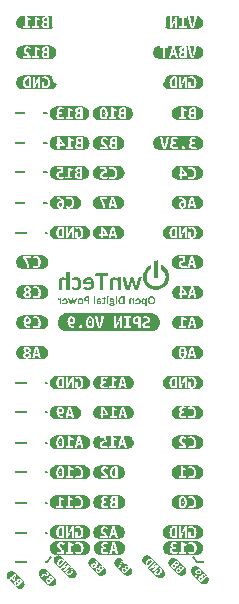
<source format=gbo>
G04 #@! TF.GenerationSoftware,KiCad,Pcbnew,6.0.1-79c1e3a40b~116~ubuntu20.04.1*
G04 #@! TF.CreationDate,2022-07-08T20:10:07+02:00*
G04 #@! TF.ProjectId,microcontroller_mini,6d696372-6f63-46f6-9e74-726f6c6c6572,rev?*
G04 #@! TF.SameCoordinates,Original*
G04 #@! TF.FileFunction,Legend,Bot*
G04 #@! TF.FilePolarity,Positive*
%FSLAX46Y46*%
G04 Gerber Fmt 4.6, Leading zero omitted, Abs format (unit mm)*
G04 Created by KiCad (PCBNEW 6.0.1-79c1e3a40b~116~ubuntu20.04.1) date 2022-07-08 20:10:07*
%MOMM*%
%LPD*%
G01*
G04 APERTURE LIST*
%ADD10C,0.150000*%
%ADD11O,2.400000X1.600000*%
%ADD12R,1.000000X1.600000*%
%ADD13R,1.600000X1.000000*%
%ADD14O,1.600000X2.400000*%
%ADD15C,1.500000*%
%ADD16O,1.000000X1.600000*%
%ADD17O,1.000000X2.100000*%
%ADD18C,0.650000*%
G04 APERTURE END LIST*
D10*
X90400000Y-61000000D02*
X87000000Y-61000000D01*
X87000000Y-86400000D02*
X90400000Y-86400000D01*
X87000000Y-96500000D02*
X90400000Y-96500000D01*
X87000000Y-68600000D02*
X90400000Y-68600000D01*
X90400000Y-96500000D02*
X90700000Y-96100000D01*
X87000000Y-63500000D02*
X90400000Y-63500000D01*
X103100000Y-96500000D02*
X106100000Y-96500000D01*
X90400000Y-58500000D02*
X87000000Y-58500000D01*
X103100000Y-96500000D02*
X102700000Y-96100000D01*
X87000000Y-81300000D02*
X90400000Y-81300000D01*
X87000000Y-88900000D02*
X90400000Y-88900000D01*
X90400000Y-94000000D02*
X87000000Y-94000000D01*
X87000000Y-66100000D02*
X90400000Y-66100000D01*
X87000000Y-83800000D02*
X90400000Y-83800000D01*
X87000000Y-91500000D02*
X90400000Y-91500000D01*
G36*
X100305120Y-97243042D02*
G01*
X100342568Y-97313102D01*
X100365628Y-97389121D01*
X100373415Y-97468179D01*
X100365629Y-97547237D01*
X100342568Y-97623256D01*
X100305121Y-97693316D01*
X100254724Y-97754724D01*
X100193316Y-97805121D01*
X100123256Y-97842568D01*
X100047237Y-97865629D01*
X99968179Y-97873415D01*
X99889121Y-97865628D01*
X99813102Y-97842568D01*
X99743042Y-97805120D01*
X99681634Y-97754724D01*
X99285801Y-97358891D01*
X99395285Y-97358891D01*
X99434967Y-97426860D01*
X99469442Y-97473123D01*
X99515509Y-97523118D01*
X99562851Y-97562406D01*
X99613730Y-97589122D01*
X99667654Y-97602972D01*
X99724131Y-97603660D01*
X99782868Y-97590891D01*
X99843568Y-97564371D01*
X99905546Y-97523609D01*
X99968114Y-97468114D01*
X100022430Y-97405547D01*
X100061228Y-97341998D01*
X100085488Y-97278840D01*
X100096194Y-97217452D01*
X100093542Y-97158421D01*
X100077729Y-97102336D01*
X100049932Y-97050377D01*
X100011331Y-97003722D01*
X99956327Y-96957361D01*
X99907609Y-96928288D01*
X99868714Y-96912965D01*
X99843176Y-96906286D01*
X99791315Y-97008437D01*
X99853391Y-97031224D01*
X99913896Y-97074442D01*
X99959470Y-97145161D01*
X99963399Y-97219024D01*
X99931968Y-97294458D01*
X99904270Y-97332174D01*
X99869892Y-97369892D01*
X99813797Y-97419876D01*
X99761804Y-97453533D01*
X99713917Y-97470864D01*
X99648991Y-97467819D01*
X99591728Y-97431182D01*
X99573656Y-97411538D01*
X99557154Y-97390322D01*
X99734739Y-97212737D01*
X99638089Y-97116087D01*
X99395285Y-97358891D01*
X99285801Y-97358891D01*
X98910202Y-96983292D01*
X98996113Y-96983292D01*
X99073904Y-97061084D01*
X99150474Y-97029827D01*
X99228265Y-96999968D01*
X99307279Y-96971505D01*
X99387602Y-96944352D01*
X99469323Y-96918422D01*
X99552439Y-96893714D01*
X99229487Y-97216666D01*
X99316708Y-97303887D01*
X99803101Y-96817494D01*
X99725309Y-96739702D01*
X99667261Y-96753748D01*
X99606265Y-96770740D01*
X99544189Y-96789403D01*
X99482899Y-96808457D01*
X99423376Y-96827906D01*
X99366605Y-96847746D01*
X99314842Y-96866703D01*
X99270348Y-96883499D01*
X99569727Y-96584120D01*
X99482506Y-96496899D01*
X98996113Y-96983292D01*
X98910202Y-96983292D01*
X98545276Y-96618366D01*
X98520395Y-96588048D01*
X98703020Y-96588048D01*
X98709895Y-96646588D01*
X98730522Y-96702772D01*
X98763524Y-96756400D01*
X98807527Y-96807279D01*
X98860960Y-96855211D01*
X98923036Y-96899214D01*
X99397643Y-96424608D01*
X99344996Y-96353102D01*
X99293135Y-96296527D01*
X99243729Y-96254194D01*
X99191378Y-96223057D01*
X99136570Y-96204592D01*
X99079798Y-96200270D01*
X99020963Y-96210190D01*
X98959967Y-96234451D01*
X98896910Y-96274525D01*
X98831886Y-96331886D01*
X98773543Y-96398677D01*
X98733665Y-96463896D01*
X98710681Y-96527151D01*
X98703020Y-96588048D01*
X98520395Y-96588048D01*
X98494880Y-96556958D01*
X98457432Y-96486898D01*
X98434372Y-96410879D01*
X98426585Y-96331821D01*
X98434371Y-96252763D01*
X98457432Y-96176744D01*
X98494879Y-96106684D01*
X98545276Y-96045276D01*
X98606684Y-95994879D01*
X98676744Y-95957432D01*
X98752763Y-95934371D01*
X98831821Y-95926585D01*
X98910879Y-95934372D01*
X98986898Y-95957432D01*
X99056958Y-95994880D01*
X99118366Y-96045276D01*
X100254724Y-97181634D01*
X100305120Y-97243042D01*
G37*
G36*
X99200413Y-96371961D02*
G01*
X99214165Y-96386498D01*
X99226344Y-96402606D01*
X98899462Y-96729488D01*
X98890033Y-96721629D01*
X98881390Y-96712987D01*
X98838566Y-96645017D01*
X98836994Y-96574297D01*
X98869603Y-96502400D01*
X98896909Y-96466254D01*
X98930108Y-96430108D01*
X98996113Y-96373532D01*
X99065261Y-96337387D01*
X99134015Y-96333065D01*
X99200413Y-96371961D01*
G37*
G36*
X103023890Y-96849344D02*
G01*
X103099597Y-96872309D01*
X103169369Y-96909604D01*
X103230525Y-96959792D01*
X103230590Y-96959858D01*
X103940142Y-97669410D01*
X103940208Y-97669475D01*
X103990396Y-97730631D01*
X104027691Y-97800403D01*
X104050656Y-97876110D01*
X104058410Y-97954842D01*
X104050656Y-98033574D01*
X104027691Y-98109281D01*
X103990396Y-98179053D01*
X103940208Y-98240208D01*
X103879053Y-98290396D01*
X103809281Y-98327691D01*
X103733574Y-98350656D01*
X103654842Y-98358410D01*
X103576110Y-98350656D01*
X103500403Y-98327691D01*
X103430631Y-98290396D01*
X103369475Y-98240208D01*
X103369410Y-98240142D01*
X103033362Y-97904094D01*
X103164062Y-97904094D01*
X103176830Y-97947115D01*
X103199421Y-97989743D01*
X103230066Y-98031585D01*
X103266997Y-98072249D01*
X103300687Y-98104171D01*
X103337325Y-98135504D01*
X103376122Y-98165461D01*
X103416294Y-98193258D01*
X103888543Y-97721009D01*
X103836290Y-97652254D01*
X103774607Y-97583498D01*
X103721861Y-97536451D01*
X103673635Y-97505314D01*
X103589557Y-97480956D01*
X103521587Y-97495492D01*
X103468941Y-97533995D01*
X103440555Y-97570828D01*
X103424545Y-97612180D01*
X103427295Y-97699793D01*
X103364531Y-97679461D01*
X103311394Y-97681328D01*
X103266702Y-97699498D01*
X103229281Y-97728081D01*
X103192644Y-97772183D01*
X103170740Y-97816480D01*
X103164062Y-97904094D01*
X103033362Y-97904094D01*
X102659858Y-97530590D01*
X102659792Y-97530525D01*
X102632009Y-97496670D01*
X102851717Y-97496670D01*
X102861244Y-97571221D01*
X102887469Y-97644789D01*
X102929901Y-97716098D01*
X102988049Y-97783870D01*
X103074483Y-97703722D01*
X103022131Y-97637030D01*
X102989227Y-97564247D01*
X102980878Y-97488126D01*
X103002192Y-97411415D01*
X103043839Y-97479777D01*
X103086172Y-97516020D01*
X103128309Y-97539889D01*
X103210422Y-97555211D01*
X103287035Y-97533602D01*
X103355790Y-97482134D01*
X103403722Y-97414558D01*
X103428081Y-97332052D01*
X103419045Y-97244438D01*
X103398909Y-97201318D01*
X103366005Y-97160753D01*
X103309692Y-97116663D01*
X103249711Y-97093351D01*
X103186062Y-97090819D01*
X103120582Y-97108281D01*
X103055101Y-97144951D01*
X102989620Y-97200828D01*
X102928035Y-97272628D01*
X102884719Y-97346588D01*
X102859378Y-97421629D01*
X102851717Y-97496670D01*
X102632009Y-97496670D01*
X102609604Y-97469369D01*
X102572309Y-97399597D01*
X102549344Y-97323890D01*
X102541590Y-97245158D01*
X102549344Y-97166426D01*
X102572309Y-97090719D01*
X102609604Y-97020947D01*
X102659792Y-96959792D01*
X102720947Y-96909604D01*
X102790719Y-96872309D01*
X102866426Y-96849344D01*
X102945158Y-96841590D01*
X103023890Y-96849344D01*
G37*
G36*
X103281141Y-97240901D02*
G01*
X103303929Y-97277047D01*
X103305893Y-97314371D01*
X103290964Y-97351303D01*
X103263069Y-97386270D01*
X103189206Y-97425558D01*
X103151293Y-97417111D01*
X103111415Y-97387056D01*
X103083127Y-97352482D01*
X103065054Y-97317122D01*
X103079198Y-97300620D01*
X103096485Y-97282548D01*
X103139702Y-97246402D01*
X103188028Y-97221650D01*
X103236745Y-97216936D01*
X103281141Y-97240901D01*
G37*
G36*
X103472870Y-97839660D02*
G01*
X103524731Y-97891522D01*
X103392721Y-98023532D01*
X103367969Y-98003494D01*
X103343218Y-97980314D01*
X103313751Y-97945347D01*
X103296071Y-97907237D01*
X103297249Y-97865984D01*
X103324359Y-97823159D01*
X103397435Y-97794872D01*
X103472870Y-97839660D01*
G37*
G36*
X103647704Y-97628680D02*
G01*
X103675600Y-97652647D01*
X103697601Y-97676220D01*
X103716460Y-97699793D01*
X103604880Y-97811373D01*
X103567163Y-97773656D01*
X103527481Y-97701758D01*
X103553019Y-97638503D01*
X103586414Y-97616109D01*
X103617844Y-97614537D01*
X103647704Y-97628680D01*
G37*
G36*
X102094602Y-97031754D02*
G01*
X102132101Y-97101909D01*
X102155193Y-97178033D01*
X102162991Y-97257199D01*
X102155194Y-97336365D01*
X102132102Y-97412488D01*
X102094602Y-97482645D01*
X102044137Y-97544137D01*
X101982645Y-97594602D01*
X101912488Y-97632102D01*
X101836365Y-97655194D01*
X101757199Y-97662991D01*
X101678033Y-97655193D01*
X101601909Y-97632101D01*
X101531754Y-97594602D01*
X101470262Y-97544137D01*
X101130219Y-97204094D01*
X101268777Y-97204094D01*
X101281545Y-97247115D01*
X101304136Y-97289743D01*
X101334781Y-97331585D01*
X101371712Y-97372249D01*
X101405402Y-97404171D01*
X101442038Y-97435504D01*
X101480836Y-97465462D01*
X101521009Y-97493258D01*
X101993258Y-97021009D01*
X101941005Y-96952254D01*
X101879321Y-96883499D01*
X101826576Y-96836451D01*
X101778350Y-96805315D01*
X101694272Y-96780955D01*
X101626302Y-96795492D01*
X101573656Y-96833995D01*
X101545270Y-96870828D01*
X101529260Y-96912180D01*
X101532010Y-96999793D01*
X101469246Y-96979461D01*
X101416109Y-96981328D01*
X101371417Y-96999498D01*
X101333995Y-97028080D01*
X101297359Y-97072183D01*
X101275455Y-97116480D01*
X101268777Y-97204094D01*
X101130219Y-97204094D01*
X100755863Y-96829738D01*
X100723889Y-96790777D01*
X100871175Y-96790777D01*
X100891606Y-96874855D01*
X100918125Y-96920233D01*
X100958396Y-96966790D01*
X100995916Y-96999793D01*
X101034616Y-97024938D01*
X101112407Y-97050868D01*
X101187448Y-97042618D01*
X101254632Y-96999007D01*
X101286161Y-96958835D01*
X101306886Y-96912180D01*
X101315431Y-96859238D01*
X101310422Y-96800207D01*
X101363855Y-96804922D01*
X101407857Y-96797064D01*
X101477005Y-96753060D01*
X101517866Y-96695699D01*
X101537510Y-96623408D01*
X101523366Y-96541688D01*
X101499990Y-96498274D01*
X101462862Y-96454468D01*
X101391455Y-96400347D01*
X101317101Y-96377855D01*
X101245694Y-96387382D01*
X101183127Y-96429322D01*
X101153759Y-96466941D01*
X101133230Y-96512221D01*
X101124489Y-96563395D01*
X101130480Y-96618694D01*
X101065162Y-96607594D01*
X101010649Y-96612014D01*
X100964583Y-96630382D01*
X100924608Y-96661125D01*
X100885712Y-96718093D01*
X100871175Y-96790777D01*
X100723889Y-96790777D01*
X100705398Y-96768246D01*
X100667899Y-96698091D01*
X100644807Y-96621967D01*
X100637009Y-96542801D01*
X100644806Y-96463635D01*
X100667898Y-96387512D01*
X100705398Y-96317355D01*
X100755863Y-96255863D01*
X100817355Y-96205398D01*
X100887512Y-96167898D01*
X100963635Y-96144806D01*
X101042801Y-96137009D01*
X101121967Y-96144807D01*
X101198091Y-96167899D01*
X101268246Y-96205398D01*
X101329738Y-96255863D01*
X102044137Y-96970262D01*
X102094602Y-97031754D01*
G37*
G36*
X101144231Y-96740095D02*
G01*
X101213772Y-96767990D01*
X101207093Y-96842246D01*
X101176054Y-96896857D01*
X101106121Y-96922002D01*
X101036973Y-96885070D01*
X100997685Y-96811993D01*
X101017329Y-96750704D01*
X101050724Y-96729094D01*
X101091191Y-96726344D01*
X101144231Y-96740095D01*
G37*
G36*
X101577585Y-97139660D02*
G01*
X101629446Y-97191521D01*
X101497436Y-97323531D01*
X101472684Y-97303494D01*
X101447933Y-97280314D01*
X101418465Y-97245347D01*
X101400786Y-97207237D01*
X101401964Y-97165984D01*
X101429074Y-97123159D01*
X101502150Y-97094872D01*
X101577585Y-97139660D01*
G37*
G36*
X101384285Y-96536187D02*
G01*
X101414537Y-96594728D01*
X101392142Y-96655625D01*
X101329281Y-96682341D01*
X101286652Y-96675072D01*
X101229487Y-96654839D01*
X101234595Y-96580583D01*
X101266418Y-96528330D01*
X101326137Y-96505542D01*
X101384285Y-96536187D01*
G37*
G36*
X101752419Y-96928680D02*
G01*
X101780314Y-96952646D01*
X101802315Y-96976220D01*
X101821174Y-96999793D01*
X101709594Y-97111373D01*
X101671877Y-97073656D01*
X101632196Y-97001758D01*
X101657733Y-96938503D01*
X101691129Y-96916108D01*
X101722559Y-96914537D01*
X101752419Y-96928680D01*
G37*
G36*
X97492478Y-97028272D02*
G01*
X97529310Y-97097180D01*
X97551991Y-97171949D01*
X97559649Y-97249706D01*
X97551991Y-97327462D01*
X97529310Y-97402231D01*
X97492478Y-97471137D01*
X97442912Y-97531536D01*
X97382513Y-97581102D01*
X97313607Y-97617934D01*
X97238838Y-97640615D01*
X97161082Y-97648273D01*
X97083325Y-97640615D01*
X97008556Y-97617934D01*
X96939648Y-97581102D01*
X96879251Y-97531535D01*
X96543137Y-97195421D01*
X96673837Y-97195421D01*
X96686606Y-97238443D01*
X96709197Y-97281071D01*
X96739842Y-97322913D01*
X96776773Y-97363577D01*
X96810463Y-97395499D01*
X96847099Y-97426832D01*
X96885897Y-97456789D01*
X96926070Y-97484586D01*
X97398319Y-97012336D01*
X97346066Y-96943581D01*
X97284382Y-96874827D01*
X97231637Y-96827778D01*
X97183410Y-96796642D01*
X97099333Y-96772283D01*
X97031364Y-96786820D01*
X96978717Y-96825322D01*
X96950330Y-96862155D01*
X96934320Y-96903507D01*
X96937071Y-96991120D01*
X96874307Y-96970789D01*
X96821169Y-96972655D01*
X96776478Y-96990826D01*
X96739055Y-97019409D01*
X96702420Y-97063510D01*
X96680516Y-97107808D01*
X96673837Y-97195421D01*
X96543137Y-97195421D01*
X96287761Y-96940045D01*
X96365814Y-96940045D01*
X96464035Y-97038266D01*
X96510494Y-96981200D01*
X96554006Y-96915294D01*
X96594277Y-96843788D01*
X96631012Y-96769926D01*
X96663622Y-96695474D01*
X96691517Y-96622200D01*
X96714206Y-96553543D01*
X96731198Y-96492941D01*
X96935499Y-96697242D01*
X97015648Y-96617092D01*
X96698196Y-96299640D01*
X96625119Y-96372718D01*
X96618047Y-96424186D01*
X96603118Y-96487440D01*
X96580625Y-96558848D01*
X96550863Y-96634772D01*
X96514227Y-96713448D01*
X96471107Y-96793106D01*
X96421604Y-96869915D01*
X96365814Y-96940045D01*
X96287761Y-96940045D01*
X96172711Y-96824995D01*
X96123144Y-96764598D01*
X96086312Y-96695690D01*
X96063631Y-96620921D01*
X96055973Y-96543164D01*
X96063631Y-96465408D01*
X96086312Y-96390639D01*
X96123144Y-96321733D01*
X96172710Y-96261334D01*
X96233109Y-96211768D01*
X96302015Y-96174936D01*
X96376784Y-96152255D01*
X96454540Y-96144597D01*
X96532297Y-96152255D01*
X96607066Y-96174936D01*
X96675974Y-96211768D01*
X96736371Y-96261335D01*
X97442911Y-96967875D01*
X97492478Y-97028272D01*
G37*
G36*
X96982645Y-97130989D02*
G01*
X97034506Y-97182849D01*
X96902496Y-97314859D01*
X96877745Y-97294822D01*
X96852992Y-97271641D01*
X96823526Y-97236674D01*
X96805847Y-97198565D01*
X96807025Y-97157311D01*
X96834134Y-97114487D01*
X96907211Y-97086199D01*
X96982645Y-97130989D01*
G37*
G36*
X97157480Y-96920009D02*
G01*
X97185375Y-96943974D01*
X97207376Y-96967547D01*
X97226235Y-96991120D01*
X97114655Y-97102700D01*
X97076938Y-97064983D01*
X97037257Y-96993084D01*
X97062794Y-96929830D01*
X97096190Y-96907435D01*
X97127621Y-96905864D01*
X97157480Y-96920009D01*
G37*
G36*
X95287764Y-97031080D02*
G01*
X95324852Y-97100467D01*
X95347690Y-97175758D01*
X95355403Y-97254056D01*
X95347690Y-97332355D01*
X95324852Y-97407645D01*
X95287763Y-97477032D01*
X95237851Y-97537851D01*
X95177032Y-97587763D01*
X95107645Y-97624852D01*
X95032355Y-97647690D01*
X94954056Y-97655403D01*
X94875758Y-97647690D01*
X94800467Y-97624852D01*
X94731080Y-97587764D01*
X94670262Y-97537851D01*
X94330218Y-97197807D01*
X94468776Y-97197807D01*
X94481545Y-97240829D01*
X94504136Y-97283457D01*
X94534781Y-97325299D01*
X94571712Y-97365963D01*
X94605402Y-97397885D01*
X94642038Y-97429218D01*
X94680836Y-97459176D01*
X94721009Y-97486972D01*
X95193258Y-97014722D01*
X95141005Y-96945968D01*
X95079321Y-96877213D01*
X95026576Y-96830165D01*
X94978350Y-96799029D01*
X94894272Y-96774669D01*
X94826302Y-96789206D01*
X94773656Y-96827709D01*
X94745270Y-96864542D01*
X94729259Y-96905893D01*
X94732010Y-96993506D01*
X94669246Y-96973175D01*
X94616108Y-96975041D01*
X94571417Y-96993212D01*
X94533995Y-97021794D01*
X94497359Y-97065896D01*
X94475455Y-97110194D01*
X94468776Y-97197807D01*
X94330218Y-97197807D01*
X93962149Y-96829738D01*
X93920501Y-96778991D01*
X94086891Y-96778991D01*
X94095141Y-96866605D01*
X94115473Y-96909920D01*
X94148967Y-96951075D01*
X94204757Y-96995602D01*
X94263165Y-97020224D01*
X94324194Y-97024938D01*
X94388103Y-97008611D01*
X94455156Y-96970108D01*
X94525351Y-96909429D01*
X94586740Y-96837629D01*
X94629467Y-96763668D01*
X94654120Y-96688529D01*
X94661291Y-96613193D01*
X94651272Y-96538348D01*
X94624359Y-96464682D01*
X94581338Y-96393374D01*
X94522995Y-96325600D01*
X94434987Y-96402606D01*
X94489992Y-96470183D01*
X94526530Y-96543652D01*
X94536745Y-96620657D01*
X94512780Y-96698842D01*
X94493527Y-96659946D01*
X94471919Y-96631265D01*
X94429586Y-96595219D01*
X94387449Y-96571940D01*
X94305335Y-96557403D01*
X94228722Y-96579798D01*
X94160753Y-96631266D01*
X94112428Y-96697664D01*
X94086891Y-96778991D01*
X93920501Y-96778991D01*
X93912236Y-96768920D01*
X93875148Y-96699533D01*
X93852310Y-96624242D01*
X93844597Y-96545944D01*
X93852310Y-96467645D01*
X93875148Y-96392355D01*
X93912237Y-96322968D01*
X93962149Y-96262149D01*
X94022968Y-96212237D01*
X94092355Y-96175148D01*
X94167645Y-96152310D01*
X94245944Y-96144597D01*
X94324242Y-96152310D01*
X94399533Y-96175148D01*
X94468920Y-96212236D01*
X94529738Y-96262149D01*
X95237851Y-96970262D01*
X95287764Y-97031080D01*
G37*
G36*
X94364563Y-96694226D02*
G01*
X94404342Y-96723987D01*
X94431844Y-96757775D01*
X94449132Y-96792349D01*
X94436166Y-96807672D01*
X94421629Y-96822995D01*
X94374876Y-96863462D01*
X94326551Y-96889784D01*
X94278619Y-96894499D01*
X94234616Y-96870141D01*
X94214186Y-96833995D01*
X94214579Y-96795099D01*
X94229508Y-96758168D01*
X94253475Y-96727130D01*
X94326944Y-96686663D01*
X94364563Y-96694226D01*
G37*
G36*
X94777585Y-97133374D02*
G01*
X94829446Y-97185235D01*
X94697436Y-97317245D01*
X94672684Y-97297208D01*
X94647933Y-97274028D01*
X94618465Y-97239061D01*
X94600786Y-97200951D01*
X94601964Y-97159698D01*
X94629074Y-97116873D01*
X94702150Y-97088585D01*
X94777585Y-97133374D01*
G37*
G36*
X94952419Y-96922394D02*
G01*
X94980314Y-96946360D01*
X95002315Y-96969934D01*
X95021174Y-96993506D01*
X94909594Y-97105086D01*
X94871877Y-97067369D01*
X94832196Y-96995471D01*
X94857733Y-96932217D01*
X94891129Y-96909822D01*
X94922559Y-96908251D01*
X94952419Y-96922394D01*
G37*
G36*
X92805120Y-97243042D02*
G01*
X92842568Y-97313102D01*
X92865628Y-97389121D01*
X92873415Y-97468179D01*
X92865629Y-97547237D01*
X92842568Y-97623256D01*
X92805121Y-97693316D01*
X92754724Y-97754724D01*
X92693316Y-97805121D01*
X92623256Y-97842568D01*
X92547237Y-97865629D01*
X92468179Y-97873415D01*
X92389121Y-97865628D01*
X92313102Y-97842568D01*
X92243042Y-97805120D01*
X92181634Y-97754724D01*
X91785801Y-97358891D01*
X91895285Y-97358891D01*
X91934967Y-97426860D01*
X91969442Y-97473123D01*
X92015509Y-97523118D01*
X92062851Y-97562406D01*
X92113730Y-97589122D01*
X92167654Y-97602972D01*
X92224131Y-97603660D01*
X92282868Y-97590891D01*
X92343568Y-97564371D01*
X92405546Y-97523609D01*
X92468114Y-97468114D01*
X92522430Y-97405547D01*
X92561228Y-97341998D01*
X92585488Y-97278840D01*
X92596194Y-97217452D01*
X92593542Y-97158421D01*
X92577729Y-97102336D01*
X92549932Y-97050377D01*
X92511331Y-97003722D01*
X92456327Y-96957361D01*
X92407609Y-96928288D01*
X92368714Y-96912965D01*
X92343176Y-96906286D01*
X92291315Y-97008437D01*
X92353391Y-97031224D01*
X92413896Y-97074442D01*
X92459470Y-97145161D01*
X92463399Y-97219024D01*
X92431968Y-97294458D01*
X92404270Y-97332174D01*
X92369892Y-97369892D01*
X92313797Y-97419876D01*
X92261804Y-97453533D01*
X92213917Y-97470864D01*
X92148991Y-97467819D01*
X92091728Y-97431182D01*
X92073656Y-97411538D01*
X92057154Y-97390322D01*
X92234739Y-97212737D01*
X92138089Y-97116087D01*
X91895285Y-97358891D01*
X91785801Y-97358891D01*
X91410202Y-96983292D01*
X91496113Y-96983292D01*
X91573904Y-97061084D01*
X91650474Y-97029827D01*
X91728265Y-96999968D01*
X91807279Y-96971505D01*
X91887602Y-96944352D01*
X91969323Y-96918422D01*
X92052439Y-96893714D01*
X91729487Y-97216666D01*
X91816708Y-97303887D01*
X92303101Y-96817494D01*
X92225309Y-96739702D01*
X92167261Y-96753748D01*
X92106265Y-96770740D01*
X92044189Y-96789403D01*
X91982899Y-96808457D01*
X91923376Y-96827906D01*
X91866605Y-96847746D01*
X91814842Y-96866703D01*
X91770348Y-96883499D01*
X92069727Y-96584120D01*
X91982506Y-96496899D01*
X91496113Y-96983292D01*
X91410202Y-96983292D01*
X91045276Y-96618366D01*
X91020395Y-96588048D01*
X91203020Y-96588048D01*
X91209895Y-96646588D01*
X91230522Y-96702772D01*
X91263524Y-96756400D01*
X91307527Y-96807279D01*
X91360960Y-96855211D01*
X91423036Y-96899214D01*
X91897643Y-96424608D01*
X91844996Y-96353102D01*
X91793135Y-96296527D01*
X91743729Y-96254194D01*
X91691378Y-96223057D01*
X91636570Y-96204592D01*
X91579798Y-96200270D01*
X91520963Y-96210190D01*
X91459967Y-96234451D01*
X91396910Y-96274525D01*
X91331886Y-96331886D01*
X91273543Y-96398677D01*
X91233665Y-96463896D01*
X91210681Y-96527151D01*
X91203020Y-96588048D01*
X91020395Y-96588048D01*
X90994880Y-96556958D01*
X90957432Y-96486898D01*
X90934372Y-96410879D01*
X90926585Y-96331821D01*
X90934371Y-96252763D01*
X90957432Y-96176744D01*
X90994879Y-96106684D01*
X91045276Y-96045276D01*
X91106684Y-95994879D01*
X91176744Y-95957432D01*
X91252763Y-95934371D01*
X91331821Y-95926585D01*
X91410879Y-95934372D01*
X91486898Y-95957432D01*
X91556958Y-95994880D01*
X91618366Y-96045276D01*
X92754724Y-97181634D01*
X92805120Y-97243042D01*
G37*
G36*
X91700413Y-96371961D02*
G01*
X91714165Y-96386498D01*
X91726344Y-96402606D01*
X91399462Y-96729488D01*
X91390033Y-96721629D01*
X91381390Y-96712987D01*
X91338566Y-96645017D01*
X91336994Y-96574297D01*
X91369603Y-96502400D01*
X91396909Y-96466254D01*
X91430108Y-96430108D01*
X91496113Y-96373532D01*
X91565261Y-96337387D01*
X91634015Y-96333065D01*
X91700413Y-96371961D01*
G37*
G36*
X91084621Y-97927937D02*
G01*
X91121709Y-97997324D01*
X91144547Y-98072614D01*
X91152260Y-98150913D01*
X91144547Y-98229212D01*
X91121709Y-98304502D01*
X91084620Y-98373889D01*
X91034708Y-98434708D01*
X90973889Y-98484620D01*
X90904502Y-98521709D01*
X90829212Y-98544547D01*
X90750913Y-98552260D01*
X90672614Y-98544547D01*
X90597324Y-98521709D01*
X90527937Y-98484621D01*
X90467119Y-98434708D01*
X90127076Y-98094665D01*
X90265633Y-98094665D01*
X90278402Y-98137686D01*
X90300993Y-98180314D01*
X90331638Y-98222156D01*
X90368569Y-98262820D01*
X90402259Y-98294742D01*
X90438895Y-98326075D01*
X90477693Y-98356033D01*
X90517866Y-98383829D01*
X90990115Y-97911579D01*
X90937861Y-97842825D01*
X90876178Y-97774070D01*
X90823433Y-97727022D01*
X90775206Y-97695886D01*
X90691129Y-97671526D01*
X90623159Y-97686063D01*
X90570513Y-97724566D01*
X90542127Y-97761399D01*
X90526117Y-97802751D01*
X90528867Y-97890363D01*
X90466103Y-97870032D01*
X90412966Y-97871899D01*
X90368274Y-97890069D01*
X90330852Y-97918651D01*
X90294215Y-97962753D01*
X90272312Y-98007051D01*
X90265633Y-98094665D01*
X90127076Y-98094665D01*
X89765292Y-97732881D01*
X89741056Y-97703350D01*
X89890819Y-97703350D01*
X89899267Y-97749514D01*
X89918321Y-97796857D01*
X89948574Y-97844789D01*
X89990613Y-97892721D01*
X90031472Y-97928867D01*
X90075083Y-97960690D01*
X90115943Y-97985049D01*
X90146982Y-97998800D01*
X90207486Y-97899008D01*
X90147767Y-97870720D01*
X90112407Y-97845968D01*
X90073904Y-97811000D01*
X90033437Y-97757961D01*
X90020472Y-97712780D01*
X90028330Y-97675848D01*
X90050331Y-97645989D01*
X90094335Y-97615343D01*
X90150124Y-97612986D01*
X90225951Y-97651096D01*
X90273588Y-97688715D01*
X90329281Y-97741067D01*
X90387526Y-97668678D01*
X90445968Y-97599235D01*
X90504017Y-97532936D01*
X90561084Y-97469976D01*
X90312780Y-97221672D01*
X90232631Y-97301821D01*
X90400000Y-97469190D01*
X90351282Y-97525766D01*
X90310422Y-97574483D01*
X90242933Y-97523059D01*
X90178762Y-97490318D01*
X90117908Y-97476262D01*
X90060372Y-97480540D01*
X90006154Y-97502804D01*
X89955253Y-97543052D01*
X89904571Y-97617308D01*
X89890819Y-97703350D01*
X89741056Y-97703350D01*
X89715379Y-97672063D01*
X89678291Y-97602676D01*
X89655453Y-97527386D01*
X89647740Y-97449087D01*
X89655453Y-97370788D01*
X89678291Y-97295498D01*
X89715380Y-97226111D01*
X89765292Y-97165292D01*
X89826111Y-97115380D01*
X89895498Y-97078291D01*
X89970788Y-97055453D01*
X90049087Y-97047740D01*
X90127386Y-97055453D01*
X90202676Y-97078291D01*
X90272063Y-97115379D01*
X90332881Y-97165292D01*
X91034708Y-97867119D01*
X91084621Y-97927937D01*
G37*
G36*
X90574442Y-98030231D02*
G01*
X90626302Y-98082092D01*
X90494293Y-98214102D01*
X90469541Y-98194065D01*
X90444790Y-98170885D01*
X90415322Y-98135917D01*
X90397643Y-98097808D01*
X90398821Y-98056555D01*
X90425931Y-98013730D01*
X90499007Y-97985442D01*
X90574442Y-98030231D01*
G37*
G36*
X90749276Y-97819251D02*
G01*
X90777171Y-97843217D01*
X90799172Y-97866791D01*
X90818031Y-97890363D01*
X90706451Y-98001943D01*
X90668734Y-97964226D01*
X90629053Y-97892328D01*
X90654590Y-97829074D01*
X90687986Y-97806679D01*
X90719416Y-97805107D01*
X90749276Y-97819251D01*
G37*
G36*
X88393311Y-98140481D02*
G01*
X88430143Y-98209388D01*
X88452823Y-98284157D01*
X88460482Y-98361914D01*
X88452824Y-98439671D01*
X88430142Y-98514439D01*
X88393311Y-98583346D01*
X88343744Y-98643744D01*
X88283346Y-98693311D01*
X88214439Y-98730142D01*
X88139671Y-98752824D01*
X88061914Y-98760482D01*
X87984157Y-98752823D01*
X87909388Y-98730143D01*
X87840481Y-98693311D01*
X87780083Y-98643744D01*
X87443969Y-98307630D01*
X87574670Y-98307630D01*
X87587438Y-98350651D01*
X87610029Y-98393279D01*
X87640674Y-98435122D01*
X87677606Y-98475785D01*
X87711295Y-98507707D01*
X87747932Y-98539040D01*
X87786729Y-98568998D01*
X87826902Y-98596795D01*
X88299152Y-98124545D01*
X88246898Y-98055789D01*
X88185215Y-97987035D01*
X88132469Y-97939986D01*
X88084243Y-97908850D01*
X88000165Y-97884491D01*
X87932195Y-97899028D01*
X87879549Y-97937531D01*
X87851163Y-97974364D01*
X87835153Y-98015715D01*
X87837904Y-98103329D01*
X87775140Y-98082997D01*
X87722002Y-98084863D01*
X87677311Y-98103035D01*
X87639888Y-98131617D01*
X87603252Y-98175718D01*
X87581349Y-98220016D01*
X87574670Y-98307630D01*
X87443969Y-98307630D01*
X87069941Y-97933602D01*
X87147995Y-97933602D01*
X87244645Y-98030252D01*
X87359368Y-97915530D01*
X87562096Y-98118259D01*
X87632816Y-98047539D01*
X87648434Y-97997741D01*
X87663854Y-97939496D01*
X87678490Y-97875357D01*
X87691749Y-97807879D01*
X87703241Y-97738239D01*
X87712572Y-97667619D01*
X87718760Y-97598569D01*
X87720824Y-97533644D01*
X87634388Y-97447209D01*
X87342080Y-97739517D01*
X87289433Y-97686870D01*
X87210070Y-97766233D01*
X87262717Y-97818880D01*
X87147995Y-97933602D01*
X87069941Y-97933602D01*
X87056256Y-97919917D01*
X87006689Y-97859519D01*
X86969857Y-97790612D01*
X86947177Y-97715843D01*
X86939518Y-97638086D01*
X86947176Y-97560329D01*
X86969858Y-97485561D01*
X87006689Y-97416654D01*
X87056256Y-97356256D01*
X87116654Y-97306689D01*
X87185561Y-97269858D01*
X87260329Y-97247176D01*
X87338086Y-97239518D01*
X87415843Y-97247177D01*
X87490612Y-97269857D01*
X87559519Y-97306689D01*
X87619917Y-97356256D01*
X88343744Y-98080083D01*
X88393311Y-98140481D01*
G37*
G36*
X87600600Y-97732444D02*
G01*
X87587242Y-97804735D01*
X87569955Y-97877812D01*
X87548739Y-97946175D01*
X87438730Y-97836167D01*
X87610029Y-97664868D01*
X87600600Y-97732444D01*
G37*
G36*
X87883477Y-98243197D02*
G01*
X87935339Y-98295058D01*
X87803329Y-98427068D01*
X87778577Y-98407030D01*
X87753825Y-98383850D01*
X87724359Y-98348883D01*
X87706679Y-98310773D01*
X87707858Y-98269520D01*
X87734966Y-98226696D01*
X87808044Y-98198408D01*
X87883477Y-98243197D01*
G37*
G36*
X88058312Y-98032217D02*
G01*
X88086208Y-98056182D01*
X88108209Y-98079756D01*
X88127068Y-98103329D01*
X88015488Y-98214909D01*
X87977771Y-98177192D01*
X87938089Y-98105293D01*
X87963626Y-98042039D01*
X87997022Y-98019644D01*
X88028453Y-98018073D01*
X88058312Y-98032217D01*
G37*
G36*
X99747944Y-72433043D02*
G01*
X99428252Y-72433043D01*
X99431422Y-71704959D01*
X99434591Y-70976874D01*
X99591267Y-70973435D01*
X99747944Y-70969996D01*
X99747944Y-72433043D01*
G37*
G36*
X92276633Y-73465263D02*
G01*
X92006289Y-73465263D01*
X92006289Y-72693283D01*
X91966352Y-72659607D01*
X91921521Y-72627397D01*
X91856683Y-72600937D01*
X91781007Y-72592791D01*
X91755504Y-72593553D01*
X91713278Y-72601291D01*
X91680816Y-72619431D01*
X91669877Y-72628358D01*
X91653803Y-72644098D01*
X91641077Y-72662511D01*
X91631310Y-72686334D01*
X91624113Y-72718306D01*
X91619097Y-72761164D01*
X91615873Y-72817647D01*
X91614052Y-72890492D01*
X91613245Y-72982436D01*
X91613062Y-73096219D01*
X91613062Y-73465263D01*
X91341215Y-73465263D01*
X91348863Y-72647485D01*
X91388883Y-72566236D01*
X91416271Y-72518059D01*
X91468804Y-72456537D01*
X91533450Y-72414385D01*
X91612591Y-72390235D01*
X91708609Y-72382721D01*
X91788335Y-72389532D01*
X91873346Y-72415954D01*
X91952567Y-72464132D01*
X91961438Y-72470770D01*
X91986055Y-72487701D01*
X91999325Y-72494485D01*
X92000586Y-72489711D01*
X92002421Y-72464195D01*
X92003990Y-72419644D01*
X92005213Y-72359449D01*
X92006006Y-72287006D01*
X92006289Y-72205708D01*
X92006289Y-71916932D01*
X92276633Y-71916932D01*
X92276633Y-73465263D01*
G37*
G36*
X95520755Y-72261006D02*
G01*
X95139816Y-72261006D01*
X95139816Y-73465263D01*
X94857184Y-73465263D01*
X94857184Y-72261006D01*
X94463035Y-72261006D01*
X94470101Y-72033672D01*
X95520755Y-72027264D01*
X95520755Y-72261006D01*
G37*
G36*
X96121413Y-72393940D02*
G01*
X96212835Y-72424605D01*
X96291704Y-72476150D01*
X96311751Y-72492922D01*
X96335788Y-72511740D01*
X96347491Y-72519061D01*
X96348450Y-72518532D01*
X96354255Y-72503735D01*
X96360303Y-72474956D01*
X96360349Y-72474675D01*
X96368244Y-72439063D01*
X96381213Y-72416165D01*
X96404119Y-72403223D01*
X96441822Y-72397479D01*
X96499182Y-72396178D01*
X96602129Y-72396178D01*
X96602129Y-73465263D01*
X96331785Y-73465263D01*
X96331785Y-72693283D01*
X96291848Y-72659607D01*
X96252448Y-72630705D01*
X96186155Y-72601803D01*
X96110379Y-72592791D01*
X96100890Y-72592912D01*
X96036865Y-72602503D01*
X95990121Y-72628157D01*
X95958648Y-72670909D01*
X95958554Y-72671107D01*
X95952771Y-72686301D01*
X95948194Y-72706494D01*
X95944690Y-72734484D01*
X95942125Y-72773067D01*
X95940363Y-72825038D01*
X95939271Y-72893196D01*
X95938714Y-72980336D01*
X95938558Y-73089254D01*
X95938558Y-73465263D01*
X95666985Y-73465263D01*
X95674359Y-72647487D01*
X95714379Y-72566236D01*
X95741453Y-72518055D01*
X95791838Y-72457304D01*
X95853166Y-72416007D01*
X95928535Y-72392328D01*
X96021044Y-72384429D01*
X96121413Y-72393940D01*
G37*
G36*
X97587199Y-72396838D02*
G01*
X97632529Y-72401975D01*
X97661879Y-72414581D01*
X97680476Y-72437455D01*
X97693541Y-72473395D01*
X97717099Y-72557325D01*
X97746281Y-72658871D01*
X97775320Y-72757547D01*
X97803401Y-72850756D01*
X97829707Y-72935899D01*
X97853422Y-73010379D01*
X97873729Y-73071598D01*
X97889813Y-73116957D01*
X97900857Y-73143858D01*
X97906045Y-73149704D01*
X97906549Y-73148156D01*
X97912392Y-73126632D01*
X97922988Y-73085062D01*
X97937531Y-73026694D01*
X97955218Y-72954773D01*
X97975245Y-72872547D01*
X97996807Y-72783261D01*
X98013343Y-72715405D01*
X98037806Y-72618769D01*
X98059270Y-72538786D01*
X98077214Y-72477302D01*
X98091112Y-72436167D01*
X98100444Y-72417227D01*
X98107125Y-72411165D01*
X98122911Y-72403265D01*
X98147634Y-72399013D01*
X98186489Y-72397744D01*
X98244670Y-72398795D01*
X98368008Y-72402322D01*
X98228315Y-72850846D01*
X98227159Y-72854559D01*
X98194760Y-72958671D01*
X98163723Y-73058552D01*
X98135042Y-73150998D01*
X98109709Y-73232802D01*
X98088716Y-73300760D01*
X98073057Y-73351667D01*
X98063723Y-73382317D01*
X98038824Y-73465263D01*
X97924509Y-73465263D01*
X97916904Y-73465254D01*
X97862598Y-73464208D01*
X97827032Y-73460837D01*
X97805004Y-73454301D01*
X97791309Y-73443759D01*
X97785407Y-73431843D01*
X97772852Y-73398780D01*
X97755391Y-73348587D01*
X97734138Y-73284782D01*
X97710205Y-73210886D01*
X97684707Y-73130418D01*
X97658756Y-73046896D01*
X97633465Y-72963841D01*
X97609949Y-72884771D01*
X97589320Y-72813207D01*
X97572692Y-72752668D01*
X97558086Y-72697498D01*
X97450290Y-73062915D01*
X97438516Y-73102633D01*
X97411828Y-73191197D01*
X97387094Y-73271326D01*
X97365287Y-73339986D01*
X97347382Y-73394142D01*
X97334351Y-73430757D01*
X97327169Y-73446797D01*
X97316813Y-73454439D01*
X97293088Y-73460821D01*
X97253424Y-73464182D01*
X97193536Y-73465111D01*
X97075230Y-73464958D01*
X96918174Y-72958217D01*
X96898327Y-72894144D01*
X96866093Y-72789927D01*
X96836411Y-72693773D01*
X96810072Y-72608249D01*
X96787863Y-72535925D01*
X96770576Y-72479368D01*
X96758999Y-72441146D01*
X96753921Y-72423827D01*
X96753450Y-72422003D01*
X96751584Y-72409578D01*
X96756676Y-72401956D01*
X96773130Y-72397964D01*
X96805352Y-72396429D01*
X96857745Y-72396178D01*
X96880257Y-72396326D01*
X96929408Y-72397721D01*
X96967614Y-72400268D01*
X96988061Y-72403581D01*
X96988708Y-72403845D01*
X96996259Y-72409564D01*
X97004304Y-72421679D01*
X97013514Y-72442376D01*
X97024557Y-72473837D01*
X97038104Y-72518248D01*
X97054823Y-72577793D01*
X97075384Y-72654655D01*
X97100456Y-72751020D01*
X97130708Y-72869070D01*
X97146922Y-72932446D01*
X97166240Y-73007429D01*
X97182918Y-73071572D01*
X97196105Y-73121628D01*
X97204952Y-73154353D01*
X97208608Y-73166501D01*
X97209602Y-73164388D01*
X97216203Y-73143831D01*
X97228204Y-73103716D01*
X97244786Y-73046871D01*
X97265127Y-72976120D01*
X97288409Y-72894289D01*
X97313809Y-72804204D01*
X97324467Y-72766483D01*
X97350192Y-72677393D01*
X97374292Y-72596567D01*
X97395798Y-72527094D01*
X97413741Y-72472062D01*
X97427152Y-72434562D01*
X97435062Y-72417682D01*
X97442957Y-72410511D01*
X97463414Y-72401835D01*
X97496986Y-72397414D01*
X97549358Y-72396178D01*
X97587199Y-72396838D01*
G37*
G36*
X100009071Y-71321697D02*
G01*
X100059112Y-71340364D01*
X100151739Y-71389147D01*
X100246757Y-71455156D01*
X100340066Y-71534750D01*
X100427564Y-71624287D01*
X100505152Y-71720126D01*
X100568727Y-71818626D01*
X100594783Y-71867657D01*
X100642939Y-71979726D01*
X100675321Y-72094849D01*
X100693434Y-72219289D01*
X100698787Y-72359313D01*
X100698554Y-72397251D01*
X100697178Y-72462830D01*
X100693954Y-72513726D01*
X100688098Y-72556657D01*
X100678825Y-72598338D01*
X100665351Y-72645488D01*
X100637353Y-72727734D01*
X100566564Y-72881914D01*
X100477229Y-73020564D01*
X100370403Y-73142717D01*
X100247143Y-73247406D01*
X100108505Y-73333664D01*
X99955546Y-73400526D01*
X99789321Y-73447025D01*
X99761399Y-73451934D01*
X99678422Y-73459555D01*
X99584042Y-73460708D01*
X99486964Y-73455731D01*
X99395894Y-73444965D01*
X99319540Y-73428746D01*
X99305140Y-73424556D01*
X99143289Y-73364457D01*
X98996241Y-73285148D01*
X98864941Y-73187564D01*
X98750335Y-73072641D01*
X98653368Y-72941316D01*
X98574984Y-72794524D01*
X98516130Y-72633201D01*
X98510706Y-72613870D01*
X98501151Y-72573561D01*
X98494788Y-72532732D01*
X98491053Y-72485373D01*
X98489381Y-72425473D01*
X98489206Y-72347024D01*
X98489755Y-72282302D01*
X98491443Y-72221437D01*
X98494917Y-72173826D01*
X98500880Y-72133273D01*
X98510033Y-72093584D01*
X98523082Y-72048561D01*
X98546593Y-71978930D01*
X98616035Y-71825479D01*
X98705292Y-71686559D01*
X98814315Y-71562236D01*
X98943057Y-71452577D01*
X98948247Y-71448794D01*
X98990496Y-71420360D01*
X99039582Y-71390364D01*
X99090023Y-71361809D01*
X99136338Y-71337696D01*
X99173045Y-71321027D01*
X99194662Y-71314804D01*
X99199334Y-71322971D01*
X99203639Y-71353827D01*
X99206318Y-71405972D01*
X99207235Y-71477624D01*
X99207213Y-71640445D01*
X99150930Y-71676003D01*
X99122742Y-71695572D01*
X99060873Y-71747872D01*
X98998018Y-71811335D01*
X98941003Y-71878795D01*
X98896651Y-71943083D01*
X98855499Y-72021142D01*
X98822746Y-72109451D01*
X98802598Y-72205223D01*
X98792871Y-72316304D01*
X98791937Y-72346140D01*
X98798067Y-72479061D01*
X98822772Y-72598553D01*
X98867468Y-72708297D01*
X98933570Y-72811972D01*
X99022494Y-72913259D01*
X99025430Y-72916205D01*
X99080611Y-72969140D01*
X99128403Y-73008694D01*
X99176309Y-73040491D01*
X99231833Y-73070156D01*
X99279859Y-73092158D01*
X99414611Y-73136619D01*
X99550681Y-73156656D01*
X99687058Y-73152268D01*
X99822732Y-73123454D01*
X99956693Y-73070216D01*
X100006227Y-73043239D01*
X100112448Y-72966465D01*
X100206020Y-72871960D01*
X100284087Y-72763425D01*
X100343791Y-72644559D01*
X100382276Y-72519061D01*
X100384065Y-72510039D01*
X100392754Y-72439469D01*
X100395871Y-72357503D01*
X100393610Y-72273015D01*
X100386168Y-72194882D01*
X100373740Y-72131978D01*
X100369251Y-72117058D01*
X100328911Y-72019484D01*
X100271268Y-71920726D01*
X100201055Y-71827212D01*
X100123010Y-71745366D01*
X100041867Y-71681617D01*
X99981422Y-71642450D01*
X99981422Y-71313148D01*
X100009071Y-71321697D01*
G37*
G36*
X92847032Y-72380206D02*
G01*
X92943938Y-72399851D01*
X93035060Y-72437824D01*
X93115988Y-72494029D01*
X93164243Y-72548424D01*
X93208591Y-72625707D01*
X93242572Y-72716856D01*
X93264324Y-72816785D01*
X93271988Y-72920409D01*
X93271679Y-72944593D01*
X93259219Y-73069477D01*
X93229130Y-73180595D01*
X93182212Y-73276612D01*
X93119269Y-73356187D01*
X93041100Y-73417983D01*
X92948508Y-73460662D01*
X92900184Y-73469996D01*
X92836406Y-73473092D01*
X92766716Y-73470129D01*
X92700035Y-73461492D01*
X92645283Y-73447567D01*
X92609220Y-73431998D01*
X92560797Y-73405482D01*
X92513982Y-73375002D01*
X92475745Y-73345162D01*
X92453055Y-73320565D01*
X92449633Y-73314016D01*
X92448145Y-73297153D01*
X92458620Y-73274614D01*
X92483401Y-73240199D01*
X92516145Y-73204348D01*
X92552228Y-73184074D01*
X92588803Y-73186671D01*
X92628980Y-73211527D01*
X92641710Y-73221854D01*
X92684862Y-73250580D01*
X92726680Y-73264815D01*
X92777830Y-73268650D01*
X92833991Y-73261330D01*
X92890992Y-73232910D01*
X92936079Y-73183041D01*
X92969278Y-73111694D01*
X92990613Y-73018839D01*
X92994690Y-72985969D01*
X92997441Y-72890896D01*
X92987121Y-72802146D01*
X92964782Y-72723868D01*
X92931475Y-72660212D01*
X92888256Y-72615331D01*
X92884856Y-72612989D01*
X92831607Y-72590709D01*
X92768868Y-72584640D01*
X92704840Y-72594609D01*
X92647721Y-72620440D01*
X92633178Y-72629742D01*
X92590624Y-72650323D01*
X92556549Y-72651441D01*
X92525058Y-72631986D01*
X92490255Y-72590852D01*
X92443729Y-72527471D01*
X92496365Y-72480761D01*
X92565699Y-72432177D01*
X92653503Y-72396274D01*
X92748750Y-72378982D01*
X92847032Y-72380206D01*
G37*
G36*
X94376363Y-72963285D02*
G01*
X94359007Y-73084791D01*
X94323098Y-73192334D01*
X94269403Y-73284767D01*
X94198691Y-73360946D01*
X94111730Y-73419728D01*
X94009289Y-73459967D01*
X93997693Y-73462888D01*
X93934390Y-73472369D01*
X93859262Y-73475994D01*
X93782183Y-73473597D01*
X93713027Y-73465009D01*
X93654206Y-73449247D01*
X93580916Y-73420169D01*
X93511702Y-73383992D01*
X93456755Y-73345470D01*
X93414188Y-73308946D01*
X93462352Y-73245789D01*
X93471563Y-73233893D01*
X93498874Y-73203362D01*
X93524392Y-73187661D01*
X93553946Y-73186051D01*
X93593365Y-73197792D01*
X93648475Y-73222142D01*
X93701161Y-73243693D01*
X93791492Y-73265484D01*
X93875624Y-73266254D01*
X93951205Y-73246112D01*
X94015881Y-73205166D01*
X94018384Y-73202900D01*
X94050737Y-73162154D01*
X94079357Y-73107688D01*
X94099794Y-73049564D01*
X94107595Y-72997845D01*
X94107595Y-72961441D01*
X93770098Y-72961441D01*
X93671018Y-72961397D01*
X93592864Y-72961121D01*
X93533660Y-72960398D01*
X93490582Y-72959012D01*
X93460805Y-72956747D01*
X93441506Y-72953389D01*
X93429861Y-72948721D01*
X93423045Y-72942529D01*
X93418234Y-72934596D01*
X93412905Y-72918558D01*
X93408915Y-72876647D01*
X93410671Y-72822030D01*
X93412984Y-72801693D01*
X93652927Y-72801693D01*
X94108064Y-72801693D01*
X94099942Y-72767900D01*
X94096355Y-72754770D01*
X94077094Y-72705655D01*
X94051625Y-72659575D01*
X94025507Y-72627053D01*
X94021263Y-72623317D01*
X93963602Y-72587909D01*
X93899338Y-72571367D01*
X93833687Y-72572915D01*
X93771865Y-72591777D01*
X93719090Y-72627178D01*
X93680576Y-72678341D01*
X93672512Y-72695827D01*
X93658480Y-72735886D01*
X93652927Y-72767432D01*
X93652927Y-72801693D01*
X93412984Y-72801693D01*
X93417548Y-72761568D01*
X93428918Y-72702124D01*
X93444156Y-72650559D01*
X93451556Y-72632178D01*
X93499966Y-72549395D01*
X93565970Y-72481249D01*
X93646790Y-72429202D01*
X93739652Y-72394714D01*
X93841781Y-72379243D01*
X93950401Y-72384252D01*
X94044009Y-72405822D01*
X94140728Y-72449403D01*
X94222722Y-72511312D01*
X94288716Y-72589977D01*
X94337434Y-72683828D01*
X94367600Y-72791293D01*
X94368500Y-72801693D01*
X94377939Y-72910801D01*
X94376363Y-72963285D01*
G37*
G36*
X95514856Y-73949295D02*
G01*
X95552034Y-73974671D01*
X95557728Y-73980527D01*
X95578225Y-74010074D01*
X95577766Y-74037905D01*
X95556728Y-74071879D01*
X95532170Y-74093941D01*
X95501430Y-74104257D01*
X95471655Y-74098115D01*
X95442246Y-74074961D01*
X95426468Y-74041091D01*
X95427126Y-74003476D01*
X95447025Y-73969085D01*
X95478792Y-73948380D01*
X95514856Y-73949295D01*
G37*
G36*
X96240376Y-73944537D02*
G01*
X96260560Y-73952395D01*
X96287119Y-73969977D01*
X96290173Y-73972471D01*
X96314820Y-74006409D01*
X96316523Y-74043832D01*
X96294920Y-74079680D01*
X96272096Y-74095840D01*
X96243487Y-74104257D01*
X96228275Y-74101788D01*
X96195953Y-74083561D01*
X96170236Y-74054558D01*
X96159748Y-74023133D01*
X96164935Y-74005068D01*
X96185353Y-73977186D01*
X96213175Y-73954118D01*
X96239623Y-73944509D01*
X96240376Y-73944537D01*
G37*
G36*
X91563909Y-74669521D02*
G01*
X91441026Y-74669521D01*
X91441026Y-74510458D01*
X91440849Y-74453473D01*
X91439763Y-74404718D01*
X91437017Y-74371554D01*
X91431866Y-74349111D01*
X91423563Y-74332521D01*
X91411362Y-74316916D01*
X91404642Y-74309498D01*
X91374479Y-74288221D01*
X91334784Y-74282438D01*
X91322048Y-74282331D01*
X91298002Y-74278706D01*
X91286513Y-74264689D01*
X91279753Y-74233285D01*
X91275537Y-74202146D01*
X91278034Y-74178096D01*
X91293122Y-74167848D01*
X91324584Y-74165699D01*
X91366300Y-74174529D01*
X91409877Y-74203837D01*
X91419015Y-74211778D01*
X91440968Y-74228841D01*
X91450952Y-74230618D01*
X91453314Y-74218583D01*
X91457861Y-74195682D01*
X91481141Y-74173310D01*
X91523357Y-74165699D01*
X91563909Y-74165699D01*
X91563909Y-74669521D01*
G37*
G36*
X92568383Y-74175768D02*
G01*
X92570442Y-74177940D01*
X92581040Y-74198940D01*
X92596115Y-74237618D01*
X92613963Y-74289385D01*
X92632883Y-74349650D01*
X92638903Y-74369649D01*
X92656408Y-74426849D01*
X92671147Y-74473640D01*
X92681719Y-74505635D01*
X92686726Y-74518447D01*
X92687531Y-74517879D01*
X92693440Y-74501867D01*
X92703483Y-74467392D01*
X92716490Y-74418626D01*
X92731289Y-74359737D01*
X92733996Y-74348802D01*
X92750566Y-74287017D01*
X92766525Y-74235382D01*
X92780343Y-74198522D01*
X92790487Y-74181059D01*
X92806197Y-74173882D01*
X92835355Y-74167934D01*
X92867194Y-74165562D01*
X92892820Y-74167335D01*
X92903338Y-74173824D01*
X92903057Y-74175425D01*
X92897708Y-74194977D01*
X92886392Y-74233381D01*
X92870191Y-74287040D01*
X92850190Y-74352357D01*
X92827472Y-74425735D01*
X92751605Y-74669521D01*
X92699949Y-74669521D01*
X92688127Y-74669133D01*
X92655353Y-74663786D01*
X92636472Y-74654160D01*
X92634899Y-74651511D01*
X92625659Y-74628671D01*
X92611799Y-74588344D01*
X92594915Y-74535322D01*
X92576604Y-74474397D01*
X92528556Y-74309995D01*
X92499824Y-74406812D01*
X92482006Y-74466815D01*
X92462791Y-74531464D01*
X92446396Y-74586574D01*
X92421699Y-74669521D01*
X92361454Y-74669521D01*
X92340451Y-74669236D01*
X92312258Y-74667606D01*
X92301209Y-74665011D01*
X92301035Y-74664139D01*
X92296105Y-74646906D01*
X92285196Y-74610571D01*
X92269395Y-74558713D01*
X92249794Y-74494908D01*
X92227479Y-74422736D01*
X92222657Y-74407165D01*
X92200773Y-74335956D01*
X92181844Y-74273491D01*
X92166967Y-74223447D01*
X92157236Y-74189502D01*
X92153749Y-74175335D01*
X92158324Y-74170988D01*
X92179604Y-74166943D01*
X92209875Y-74166267D01*
X92239774Y-74168980D01*
X92259934Y-74175103D01*
X92260773Y-74175840D01*
X92269688Y-74193538D01*
X92282593Y-74229628D01*
X92297888Y-74279298D01*
X92313974Y-74337736D01*
X92315959Y-74345336D01*
X92331568Y-74403802D01*
X92345455Y-74453689D01*
X92356175Y-74489919D01*
X92362280Y-74507410D01*
X92362999Y-74508184D01*
X92370013Y-74499191D01*
X92381372Y-74470960D01*
X92395668Y-74427354D01*
X92411496Y-74372239D01*
X92412440Y-74368761D01*
X92429437Y-74308894D01*
X92445785Y-74255951D01*
X92459666Y-74215559D01*
X92469263Y-74193348D01*
X92470707Y-74191135D01*
X92497527Y-74171165D01*
X92533776Y-74165388D01*
X92568383Y-74175768D01*
G37*
G36*
X93824964Y-74669521D02*
G01*
X93824964Y-74439274D01*
X93735873Y-74433457D01*
X93658737Y-74423313D01*
X93596376Y-74401831D01*
X93550407Y-74367614D01*
X93517591Y-74318964D01*
X93505834Y-74291871D01*
X93495354Y-74247571D01*
X93495703Y-74210264D01*
X93624999Y-74210264D01*
X93629521Y-74255458D01*
X93649516Y-74300040D01*
X93685195Y-74326035D01*
X93692594Y-74328415D01*
X93728878Y-74335064D01*
X93770466Y-74337736D01*
X93824964Y-74337736D01*
X93824964Y-74104257D01*
X93758063Y-74104257D01*
X93710017Y-74108414D01*
X93662618Y-74127097D01*
X93634362Y-74160980D01*
X93624999Y-74210264D01*
X93495703Y-74210264D01*
X93495844Y-74195160D01*
X93498343Y-74173157D01*
X93515501Y-74114384D01*
X93549469Y-74069745D01*
X93604025Y-74033599D01*
X93629532Y-74021936D01*
X93657115Y-74013688D01*
X93691208Y-74008832D01*
X93737827Y-74006531D01*
X93802991Y-74005950D01*
X93947847Y-74005950D01*
X93947847Y-74669521D01*
X93824964Y-74669521D01*
G37*
G36*
X94439381Y-74669521D02*
G01*
X94316497Y-74669521D01*
X94316497Y-73944509D01*
X94439381Y-73944509D01*
X94439381Y-74669521D01*
G37*
G36*
X95232431Y-74019265D02*
G01*
X95245288Y-74025511D01*
X95254289Y-74041685D01*
X95262380Y-74072498D01*
X95272513Y-74122663D01*
X95280302Y-74152173D01*
X95293874Y-74170105D01*
X95318542Y-74178081D01*
X95333692Y-74181483D01*
X95350853Y-74193919D01*
X95354862Y-74221117D01*
X95354144Y-74236401D01*
X95345408Y-74254839D01*
X95321069Y-74261750D01*
X95287276Y-74265638D01*
X95287276Y-74597681D01*
X95251356Y-74633601D01*
X95229968Y-74652354D01*
X95199999Y-74666038D01*
X95158584Y-74669521D01*
X95145204Y-74669057D01*
X95100789Y-74662471D01*
X95065086Y-74650571D01*
X95060606Y-74648248D01*
X95039188Y-74634898D01*
X95036283Y-74621186D01*
X95048844Y-74597084D01*
X95058549Y-74582618D01*
X95080000Y-74566924D01*
X95113747Y-74563808D01*
X95158249Y-74565070D01*
X95165149Y-74264006D01*
X95041509Y-74264006D01*
X95041509Y-74177987D01*
X95164393Y-74177987D01*
X95164393Y-74018239D01*
X95207168Y-74018239D01*
X95212768Y-74018234D01*
X95232431Y-74019265D01*
G37*
G36*
X95557620Y-74669521D02*
G01*
X95434736Y-74669521D01*
X95434736Y-74165699D01*
X95557620Y-74165699D01*
X95557620Y-74669521D01*
G37*
G36*
X96294920Y-74669521D02*
G01*
X96171528Y-74669521D01*
X96174854Y-74420682D01*
X96178181Y-74171843D01*
X96236550Y-74168098D01*
X96294920Y-74164352D01*
X96294920Y-74669521D01*
G37*
G36*
X96813261Y-74669521D02*
G01*
X96778297Y-74669262D01*
X96692890Y-74665276D01*
X96625531Y-74655482D01*
X96571634Y-74638605D01*
X96526616Y-74613372D01*
X96485892Y-74578507D01*
X96459476Y-74548963D01*
X96419042Y-74480758D01*
X96398210Y-74401672D01*
X96396073Y-74314964D01*
X96523391Y-74314964D01*
X96526273Y-74382737D01*
X96542694Y-74446414D01*
X96572520Y-74500437D01*
X96615615Y-74539246D01*
X96643553Y-74550320D01*
X96687978Y-74560833D01*
X96737340Y-74567570D01*
X96823319Y-74574779D01*
X96823319Y-74101571D01*
X96731780Y-74106193D01*
X96677397Y-74110919D01*
X96635686Y-74120424D01*
X96605824Y-74135978D01*
X96597333Y-74142665D01*
X96558786Y-74189369D01*
X96534184Y-74248655D01*
X96523391Y-74314964D01*
X96396073Y-74314964D01*
X96395914Y-74308501D01*
X96398574Y-74279250D01*
X96416462Y-74199282D01*
X96450603Y-74133469D01*
X96503305Y-74076830D01*
X96524502Y-74059859D01*
X96560958Y-74037340D01*
X96602120Y-74021856D01*
X96652929Y-74012242D01*
X96718323Y-74007329D01*
X96803240Y-74005950D01*
X96958490Y-74005950D01*
X96958490Y-74669521D01*
X96813261Y-74669521D01*
G37*
G36*
X97521990Y-74171965D02*
G01*
X97578396Y-74196768D01*
X97597515Y-74209560D01*
X97616601Y-74219890D01*
X97625577Y-74217389D01*
X97630733Y-74202778D01*
X97645733Y-74181672D01*
X97677254Y-74168024D01*
X97716324Y-74167843D01*
X97717741Y-74168148D01*
X97725054Y-74171851D01*
X97730550Y-74181054D01*
X97734553Y-74198935D01*
X97737388Y-74228675D01*
X97739379Y-74273454D01*
X97740851Y-74336449D01*
X97742127Y-74420842D01*
X97745453Y-74669521D01*
X97609772Y-74669521D01*
X97609772Y-74485892D01*
X97609754Y-74455577D01*
X97609363Y-74393097D01*
X97608040Y-74349538D01*
X97605236Y-74320833D01*
X97600404Y-74302910D01*
X97592995Y-74291700D01*
X97582462Y-74283135D01*
X97581802Y-74282678D01*
X97546690Y-74267796D01*
X97507119Y-74263895D01*
X97472053Y-74270659D01*
X97450456Y-74287774D01*
X97448915Y-74291916D01*
X97444488Y-74319373D01*
X97440943Y-74364911D01*
X97438589Y-74423606D01*
X97437736Y-74490532D01*
X97437736Y-74669521D01*
X97299628Y-74669521D01*
X97304898Y-74475979D01*
X97306276Y-74432346D01*
X97310416Y-74354653D01*
X97316997Y-74296277D01*
X97327042Y-74253637D01*
X97341572Y-74223155D01*
X97361611Y-74201249D01*
X97388180Y-74184339D01*
X97399171Y-74179214D01*
X97459131Y-74165910D01*
X97521990Y-74171965D01*
G37*
G36*
X99535294Y-74432996D02*
G01*
X99519378Y-74485436D01*
X99517759Y-74488883D01*
X99475049Y-74554424D01*
X99417264Y-74609617D01*
X99351766Y-74647348D01*
X99329475Y-74654829D01*
X99260556Y-74666697D01*
X99186337Y-74666910D01*
X99118865Y-74655069D01*
X99074722Y-74635085D01*
X99020176Y-74595022D01*
X98971220Y-74543817D01*
X98935178Y-74488129D01*
X98933519Y-74484682D01*
X98917411Y-74442740D01*
X98909249Y-74397197D01*
X98907107Y-74337736D01*
X98907308Y-74327063D01*
X99036587Y-74327063D01*
X99042795Y-74393576D01*
X99061585Y-74455228D01*
X99092254Y-74506230D01*
X99134103Y-74540791D01*
X99161689Y-74551215D01*
X99218939Y-74558589D01*
X99278168Y-74552733D01*
X99327783Y-74534049D01*
X99355357Y-74511390D01*
X99388374Y-74462102D01*
X99409273Y-74400523D01*
X99416949Y-74332721D01*
X99410294Y-74264764D01*
X99388204Y-74202719D01*
X99362920Y-74165721D01*
X99314879Y-74126567D01*
X99258562Y-74106603D01*
X99198869Y-74106405D01*
X99140701Y-74126546D01*
X99088959Y-74167603D01*
X99064712Y-74202616D01*
X99043659Y-74261480D01*
X99036587Y-74327063D01*
X98907308Y-74327063D01*
X98907419Y-74321144D01*
X98920929Y-74225672D01*
X98954124Y-74144340D01*
X99006670Y-74077760D01*
X99078229Y-74026542D01*
X99117228Y-74011538D01*
X99181908Y-74000361D01*
X99252574Y-73999212D01*
X99319838Y-74008077D01*
X99374313Y-74026944D01*
X99377469Y-74028652D01*
X99435571Y-74071132D01*
X99487492Y-74127899D01*
X99524389Y-74189382D01*
X99537109Y-74233209D01*
X99544319Y-74297424D01*
X99543986Y-74332721D01*
X99543661Y-74367173D01*
X99535294Y-74432996D01*
G37*
G36*
X92100107Y-74476815D02*
G01*
X92081498Y-74541002D01*
X92071078Y-74560855D01*
X92035143Y-74607732D01*
X91991320Y-74644518D01*
X91946972Y-74664455D01*
X91922364Y-74670357D01*
X91901838Y-74676374D01*
X91887139Y-74678892D01*
X91850139Y-74677211D01*
X91804455Y-74669852D01*
X91759005Y-74658406D01*
X91722708Y-74644460D01*
X91691149Y-74626754D01*
X91670406Y-74607745D01*
X91669546Y-74588675D01*
X91686615Y-74565258D01*
X91713590Y-74536545D01*
X91764705Y-74559754D01*
X91776331Y-74564636D01*
X91818898Y-74577812D01*
X91855563Y-74583233D01*
X91883094Y-74578678D01*
X91924714Y-74555792D01*
X91958516Y-74519393D01*
X91977135Y-74475979D01*
X91984785Y-74436042D01*
X91824328Y-74436042D01*
X91777835Y-74435929D01*
X91726148Y-74435079D01*
X91692243Y-74432912D01*
X91672051Y-74428867D01*
X91661502Y-74422383D01*
X91656526Y-74412899D01*
X91654905Y-74405067D01*
X91655907Y-74369373D01*
X91662284Y-74335456D01*
X91772811Y-74335456D01*
X91773688Y-74346425D01*
X91779817Y-74355222D01*
X91796043Y-74359982D01*
X91827192Y-74361935D01*
X91878090Y-74362312D01*
X91927984Y-74362055D01*
X91958966Y-74360431D01*
X91974218Y-74356170D01*
X91978207Y-74348005D01*
X91975403Y-74334664D01*
X91973912Y-74330008D01*
X91949113Y-74291083D01*
X91910284Y-74262701D01*
X91866430Y-74251717D01*
X91850394Y-74253330D01*
X91812182Y-74270035D01*
X91783876Y-74299597D01*
X91772811Y-74335456D01*
X91662284Y-74335456D01*
X91664402Y-74324191D01*
X91678183Y-74279202D01*
X91695040Y-74244087D01*
X91706674Y-74228908D01*
X91751956Y-74194083D01*
X91809562Y-74173436D01*
X91873618Y-74167110D01*
X91938252Y-74175250D01*
X91997589Y-74197998D01*
X92045758Y-74235499D01*
X92070553Y-74271757D01*
X92093726Y-74334424D01*
X92095670Y-74348005D01*
X92103880Y-74405366D01*
X92100107Y-74476815D01*
G37*
G36*
X93406098Y-74540778D02*
G01*
X93372981Y-74598003D01*
X93328371Y-74640689D01*
X93274113Y-74664455D01*
X93249493Y-74670210D01*
X93228979Y-74675770D01*
X93228453Y-74675943D01*
X93187031Y-74679987D01*
X93134824Y-74672262D01*
X93081108Y-74654949D01*
X93035160Y-74630226D01*
X93033241Y-74628840D01*
X92990655Y-74583360D01*
X92961971Y-74523278D01*
X92947767Y-74454433D01*
X92948108Y-74425808D01*
X93081519Y-74425808D01*
X93081661Y-74456072D01*
X93083362Y-74495092D01*
X93088451Y-74519939D01*
X93098730Y-74537295D01*
X93115997Y-74553846D01*
X93152116Y-74574637D01*
X93198219Y-74581295D01*
X93241786Y-74570063D01*
X93275064Y-74541543D01*
X93294776Y-74496642D01*
X93303278Y-74440922D01*
X93300862Y-74382772D01*
X93287874Y-74330503D01*
X93264663Y-74292428D01*
X93241917Y-74275594D01*
X93197064Y-74263117D01*
X93150731Y-74269884D01*
X93111310Y-74295716D01*
X93107569Y-74299788D01*
X93093799Y-74318650D01*
X93085922Y-74341334D01*
X93082356Y-74374751D01*
X93081519Y-74425808D01*
X92948108Y-74425808D01*
X92948622Y-74382665D01*
X92965116Y-74313815D01*
X92997827Y-74253719D01*
X93031603Y-74218628D01*
X93088971Y-74184569D01*
X93153323Y-74168152D01*
X93220020Y-74168603D01*
X93284421Y-74185149D01*
X93341886Y-74217018D01*
X93387777Y-74263436D01*
X93417452Y-74323631D01*
X93418068Y-74325711D01*
X93430485Y-74400249D01*
X93427925Y-74440922D01*
X93425881Y-74473399D01*
X93406098Y-74540778D01*
G37*
G36*
X94961397Y-74605765D02*
G01*
X94933602Y-74644366D01*
X94890913Y-74668614D01*
X94836704Y-74676044D01*
X94772321Y-74667970D01*
X94714985Y-74644398D01*
X94693090Y-74631180D01*
X94673121Y-74622337D01*
X94663218Y-74626905D01*
X94657010Y-74644944D01*
X94654257Y-74652599D01*
X94638769Y-74665851D01*
X94606424Y-74669521D01*
X94562264Y-74669521D01*
X94562264Y-74500126D01*
X94685147Y-74500126D01*
X94689960Y-74532703D01*
X94708200Y-74563691D01*
X94729456Y-74578124D01*
X94768898Y-74590897D01*
X94807819Y-74591120D01*
X94836613Y-74577741D01*
X94853466Y-74552923D01*
X94853933Y-74522983D01*
X94833775Y-74496408D01*
X94795163Y-74475769D01*
X94740268Y-74463636D01*
X94685147Y-74457423D01*
X94685147Y-74500126D01*
X94562264Y-74500126D01*
X94562264Y-74484706D01*
X94562462Y-74444977D01*
X94564943Y-74364958D01*
X94571149Y-74304355D01*
X94582192Y-74259585D01*
X94599183Y-74227068D01*
X94623236Y-74203222D01*
X94655460Y-74184464D01*
X94699829Y-74171218D01*
X94763297Y-74167705D01*
X94829411Y-74176894D01*
X94888552Y-74198219D01*
X94904081Y-74206807D01*
X94932953Y-74230095D01*
X94939762Y-74254176D01*
X94926118Y-74282673D01*
X94912140Y-74297853D01*
X94895791Y-74300010D01*
X94867393Y-74289993D01*
X94818383Y-74273302D01*
X94762754Y-74266175D01*
X94720822Y-74276242D01*
X94694362Y-74302959D01*
X94685147Y-74345784D01*
X94685198Y-74354105D01*
X94688318Y-74376542D01*
X94701531Y-74385358D01*
X94732070Y-74386889D01*
X94768425Y-74389235D01*
X94834112Y-74403729D01*
X94893386Y-74428690D01*
X94937332Y-74460904D01*
X94941612Y-74465596D01*
X94966782Y-74510206D01*
X94968389Y-74522983D01*
X94972917Y-74558987D01*
X94961397Y-74605765D01*
G37*
G36*
X98285323Y-74434990D02*
G01*
X98278463Y-74497264D01*
X98261593Y-74545581D01*
X98252698Y-74561353D01*
X98215870Y-74608221D01*
X98171857Y-74644768D01*
X98128008Y-74664455D01*
X98103397Y-74670325D01*
X98082874Y-74676245D01*
X98082239Y-74676474D01*
X98048565Y-74679452D01*
X98001643Y-74672736D01*
X97949504Y-74658506D01*
X97900174Y-74638940D01*
X97861683Y-74616217D01*
X97856744Y-74612357D01*
X97844781Y-74599931D01*
X97848122Y-74587431D01*
X97867828Y-74566227D01*
X97898549Y-74535301D01*
X97952116Y-74559402D01*
X97967615Y-74565877D01*
X98006282Y-74578491D01*
X98035672Y-74583502D01*
X98078088Y-74575697D01*
X98121389Y-74549047D01*
X98151475Y-74508682D01*
X98162748Y-74460041D01*
X98161632Y-74451161D01*
X98155409Y-74444174D01*
X98140178Y-74439747D01*
X98112048Y-74437303D01*
X98067127Y-74436261D01*
X98001522Y-74436042D01*
X97840297Y-74436042D01*
X97845642Y-74362147D01*
X97846631Y-74350520D01*
X97849431Y-74337177D01*
X97953846Y-74337177D01*
X97954563Y-74346029D01*
X97960502Y-74354892D01*
X97976558Y-74359787D01*
X98007551Y-74361874D01*
X98058297Y-74362312D01*
X98065597Y-74362304D01*
X98114783Y-74361401D01*
X98144400Y-74358422D01*
X98158903Y-74352542D01*
X98162748Y-74342935D01*
X98162348Y-74338174D01*
X98148429Y-74309980D01*
X98120317Y-74281892D01*
X98085768Y-74260331D01*
X98052539Y-74251717D01*
X98027971Y-74255937D01*
X97992004Y-74275459D01*
X97964689Y-74304796D01*
X97953846Y-74337177D01*
X97849431Y-74337177D01*
X97859601Y-74288714D01*
X97887309Y-74240244D01*
X97934002Y-74197179D01*
X97943279Y-74190827D01*
X97969622Y-74179258D01*
X98005379Y-74173441D01*
X98058057Y-74171843D01*
X98065465Y-74171853D01*
X98111666Y-74173147D01*
X98142864Y-74178230D01*
X98167523Y-74189415D01*
X98194107Y-74209016D01*
X98223065Y-74235041D01*
X98259789Y-74284018D01*
X98279662Y-74341740D01*
X98279760Y-74342935D01*
X98285631Y-74414836D01*
X98285323Y-74434990D01*
G37*
G36*
X98691146Y-74829269D02*
G01*
X98691146Y-74632025D01*
X98654892Y-74650773D01*
X98652703Y-74651885D01*
X98591526Y-74669574D01*
X98528139Y-74665292D01*
X98468007Y-74640297D01*
X98416595Y-74595850D01*
X98386439Y-74547669D01*
X98364820Y-74478968D01*
X98358487Y-74404068D01*
X98358997Y-74399715D01*
X98487499Y-74399715D01*
X98491018Y-74458185D01*
X98504432Y-74510420D01*
X98527475Y-74548176D01*
X98564846Y-74571047D01*
X98612022Y-74577487D01*
X98657354Y-74564682D01*
X98660341Y-74563007D01*
X98675121Y-74553205D01*
X98684207Y-74540615D01*
X98688985Y-74519790D01*
X98690837Y-74485284D01*
X98691146Y-74431648D01*
X98690860Y-74387561D01*
X98688993Y-74347874D01*
X98684292Y-74322256D01*
X98675521Y-74304784D01*
X98661442Y-74289537D01*
X98633744Y-74270978D01*
X98591307Y-74260019D01*
X98550210Y-74264834D01*
X98519006Y-74285659D01*
X98511207Y-74297047D01*
X98494139Y-74343254D01*
X98487499Y-74399715D01*
X98358997Y-74399715D01*
X98367229Y-74329489D01*
X98390836Y-74261751D01*
X98429099Y-74207375D01*
X98430515Y-74205977D01*
X98480204Y-74173396D01*
X98537716Y-74161943D01*
X98598305Y-74171712D01*
X98657226Y-74202798D01*
X98662946Y-74206955D01*
X98685124Y-74221430D01*
X98695185Y-74225151D01*
X98696958Y-74221679D01*
X98716677Y-74189718D01*
X98737921Y-74174022D01*
X98769193Y-74168029D01*
X98814030Y-74164215D01*
X98814030Y-74829269D01*
X98691146Y-74829269D01*
G37*
G36*
X96065746Y-74770469D02*
G01*
X96031698Y-74804937D01*
X95982852Y-74828273D01*
X95922917Y-74839786D01*
X95846584Y-74838867D01*
X95775635Y-74821717D01*
X95715444Y-74789782D01*
X95671386Y-74744506D01*
X95649170Y-74697184D01*
X95648388Y-74682737D01*
X95768663Y-74682737D01*
X95771525Y-74710591D01*
X95793832Y-74736410D01*
X95812803Y-74745448D01*
X95856016Y-74753519D01*
X95904685Y-74752813D01*
X95947774Y-74742868D01*
X95968601Y-74726752D01*
X95975423Y-74695219D01*
X95971387Y-74667406D01*
X95961043Y-74649795D01*
X95959743Y-74649089D01*
X95935540Y-74644324D01*
X95897207Y-74643328D01*
X95853897Y-74645644D01*
X95814760Y-74650814D01*
X95788948Y-74658383D01*
X95785714Y-74660272D01*
X95768663Y-74682737D01*
X95648388Y-74682737D01*
X95646579Y-74649335D01*
X95664912Y-74607975D01*
X95702301Y-74575485D01*
X95756876Y-74554246D01*
X95826768Y-74546637D01*
X95840764Y-74546427D01*
X95890954Y-74541514D01*
X95926221Y-74531631D01*
X95944751Y-74518849D01*
X95944734Y-74505235D01*
X95924358Y-74492858D01*
X95881812Y-74483786D01*
X95877354Y-74483228D01*
X95825484Y-74475157D01*
X95789717Y-74464583D01*
X95762152Y-74448225D01*
X95734892Y-74422806D01*
X95713627Y-74396834D01*
X95701878Y-74366839D01*
X95698936Y-74324640D01*
X95698435Y-74311775D01*
X95804711Y-74311775D01*
X95805387Y-74346831D01*
X95825859Y-74378840D01*
X95840128Y-74388385D01*
X95875900Y-74398016D01*
X95912556Y-74395291D01*
X95939102Y-74380090D01*
X95949626Y-74358371D01*
X95954943Y-74325447D01*
X95948229Y-74287535D01*
X95924403Y-74260728D01*
X95883661Y-74251717D01*
X95851141Y-74258043D01*
X95820929Y-74280052D01*
X95804711Y-74311775D01*
X95698435Y-74311775D01*
X95697649Y-74291579D01*
X95691827Y-74270085D01*
X95679889Y-74264006D01*
X95666663Y-74261785D01*
X95641689Y-74243300D01*
X95631350Y-74213781D01*
X95632457Y-74207274D01*
X95643047Y-74197542D01*
X95668750Y-74190774D01*
X95714296Y-74185348D01*
X95754792Y-74181534D01*
X95814962Y-74175727D01*
X95866338Y-74170626D01*
X95906990Y-74168272D01*
X95946285Y-74173193D01*
X95984458Y-74188616D01*
X96022188Y-74214717D01*
X96055844Y-74260166D01*
X96069305Y-74313013D01*
X96067554Y-74325447D01*
X96061539Y-74368174D01*
X96031517Y-74420567D01*
X96024993Y-74428365D01*
X96010778Y-74448708D01*
X96011379Y-74463681D01*
X96025862Y-74483731D01*
X96037498Y-74503562D01*
X96047556Y-74540878D01*
X96047607Y-74577621D01*
X96036702Y-74603326D01*
X96034861Y-74619677D01*
X96055135Y-74644791D01*
X96059742Y-74649391D01*
X96081703Y-74687783D01*
X96081943Y-74695219D01*
X96083059Y-74729779D01*
X96065746Y-74770469D01*
G37*
G36*
X91593562Y-93633290D02*
G01*
X91622137Y-93637259D01*
X91622137Y-94297659D01*
X91604675Y-94299247D01*
X91587212Y-94299247D01*
X91475294Y-94273847D01*
X91402269Y-94203997D01*
X91362581Y-94098428D01*
X91353652Y-94034332D01*
X91350675Y-93964284D01*
X91360200Y-93840459D01*
X91393537Y-93734096D01*
X91458625Y-93660278D01*
X91564987Y-93632496D01*
X91593562Y-93633290D01*
G37*
G36*
X93560834Y-93396499D02*
G01*
X93669433Y-93429442D01*
X93769519Y-93482939D01*
X93857245Y-93554934D01*
X93929239Y-93642660D01*
X93982736Y-93742745D01*
X94015680Y-93851345D01*
X94026803Y-93964284D01*
X94015680Y-94077223D01*
X93982736Y-94185823D01*
X93929239Y-94285908D01*
X93857245Y-94373634D01*
X93769519Y-94445629D01*
X93669433Y-94499126D01*
X93560834Y-94532069D01*
X93447895Y-94543192D01*
X91152105Y-94543192D01*
X91039166Y-94532069D01*
X90930567Y-94499126D01*
X90830481Y-94445629D01*
X90742755Y-94373634D01*
X90670761Y-94285908D01*
X90617264Y-94185823D01*
X90584320Y-94077223D01*
X90573197Y-93964284D01*
X91152237Y-93964284D01*
X91160770Y-94090689D01*
X91186369Y-94196853D01*
X91227048Y-94283967D01*
X91280825Y-94353222D01*
X91346905Y-94405411D01*
X91424494Y-94441328D01*
X91512005Y-94462164D01*
X91607850Y-94469109D01*
X91710244Y-94463553D01*
X91752177Y-94456409D01*
X91976150Y-94456409D01*
X92133312Y-94456409D01*
X92179085Y-94347489D01*
X92227504Y-94238745D01*
X92278569Y-94130178D01*
X92332279Y-94021610D01*
X92388635Y-93912867D01*
X92447638Y-93803946D01*
X92447638Y-94456409D01*
X92623850Y-94456409D01*
X92623850Y-93522959D01*
X92754025Y-93522959D01*
X92804825Y-93678534D01*
X92890550Y-93638846D01*
X92995325Y-93621384D01*
X93112800Y-93646784D01*
X93191381Y-93717428D01*
X93235831Y-93825378D01*
X93245952Y-93891457D01*
X93249325Y-93964284D01*
X93243151Y-94071440D01*
X93224631Y-94157959D01*
X93193763Y-94223840D01*
X93125103Y-94286348D01*
X93030250Y-94307184D01*
X92992150Y-94305597D01*
X92954050Y-94300834D01*
X92954050Y-93942059D01*
X92758788Y-93942059D01*
X92758788Y-94432597D01*
X92867531Y-94461172D01*
X92949089Y-94473078D01*
X93046125Y-94477047D01*
X93133636Y-94468911D01*
X93212019Y-94444503D01*
X93280480Y-94404022D01*
X93338225Y-94347665D01*
X93384659Y-94275434D01*
X93419188Y-94187328D01*
X93440619Y-94083545D01*
X93447763Y-93964284D01*
X93439428Y-93846214D01*
X93414425Y-93742828D01*
X93375134Y-93654523D01*
X93323938Y-93581696D01*
X93261628Y-93524745D01*
X93189000Y-93484065D01*
X93108434Y-93459657D01*
X93022313Y-93451521D01*
X92919919Y-93460253D01*
X92841338Y-93480096D01*
X92786569Y-93503909D01*
X92754025Y-93522959D01*
X92623850Y-93522959D01*
X92623850Y-93473746D01*
X92466688Y-93473746D01*
X92422238Y-93546573D01*
X92377788Y-93625353D01*
X92333933Y-93706911D01*
X92291269Y-93788071D01*
X92250787Y-93867843D01*
X92213481Y-93945234D01*
X92180342Y-94016672D01*
X92152362Y-94078584D01*
X92152362Y-93473746D01*
X91976150Y-93473746D01*
X91976150Y-94456409D01*
X91752177Y-94456409D01*
X91817400Y-94445297D01*
X91817400Y-93486446D01*
X91691987Y-93467396D01*
X91582450Y-93462634D01*
X91489780Y-93469778D01*
X91405444Y-93491209D01*
X91331427Y-93527920D01*
X91269712Y-93580903D01*
X91220302Y-93650356D01*
X91183194Y-93736478D01*
X91159977Y-93840657D01*
X91152237Y-93964284D01*
X90573197Y-93964284D01*
X90584320Y-93851345D01*
X90617264Y-93742745D01*
X90670761Y-93642660D01*
X90742755Y-93554934D01*
X90830481Y-93482939D01*
X90930567Y-93429442D01*
X91039166Y-93396499D01*
X91152105Y-93385376D01*
X93447895Y-93385376D01*
X93560834Y-93396499D01*
G37*
G36*
X91593562Y-80969006D02*
G01*
X91622137Y-80972975D01*
X91622137Y-81633375D01*
X91604675Y-81634963D01*
X91587212Y-81634963D01*
X91475294Y-81609563D01*
X91402269Y-81539713D01*
X91362581Y-81434144D01*
X91353652Y-81370048D01*
X91350675Y-81300000D01*
X91360200Y-81176175D01*
X91393537Y-81069812D01*
X91458625Y-80995994D01*
X91564987Y-80968212D01*
X91593562Y-80969006D01*
G37*
G36*
X93560834Y-80732215D02*
G01*
X93669433Y-80765158D01*
X93769519Y-80818655D01*
X93857245Y-80890650D01*
X93929239Y-80978376D01*
X93982736Y-81078461D01*
X94015680Y-81187061D01*
X94026803Y-81300000D01*
X94015680Y-81412939D01*
X93982736Y-81521539D01*
X93929239Y-81621624D01*
X93857245Y-81709350D01*
X93769519Y-81781345D01*
X93669433Y-81834842D01*
X93560834Y-81867785D01*
X93447895Y-81878908D01*
X91152105Y-81878908D01*
X91039166Y-81867785D01*
X90930567Y-81834842D01*
X90830481Y-81781345D01*
X90742755Y-81709350D01*
X90670761Y-81621624D01*
X90617264Y-81521539D01*
X90584320Y-81412939D01*
X90573197Y-81300000D01*
X91152237Y-81300000D01*
X91160770Y-81426405D01*
X91186369Y-81532569D01*
X91227048Y-81619683D01*
X91280825Y-81688938D01*
X91346905Y-81741127D01*
X91424494Y-81777044D01*
X91512005Y-81797880D01*
X91607850Y-81804825D01*
X91710244Y-81799269D01*
X91752177Y-81792125D01*
X91976150Y-81792125D01*
X92133312Y-81792125D01*
X92179085Y-81683205D01*
X92227504Y-81574461D01*
X92278569Y-81465894D01*
X92332279Y-81357326D01*
X92388635Y-81248583D01*
X92447638Y-81139662D01*
X92447638Y-81792125D01*
X92623850Y-81792125D01*
X92623850Y-80858675D01*
X92754025Y-80858675D01*
X92804825Y-81014250D01*
X92890550Y-80974562D01*
X92995325Y-80957100D01*
X93112800Y-80982500D01*
X93191381Y-81053144D01*
X93235831Y-81161094D01*
X93245952Y-81227173D01*
X93249325Y-81300000D01*
X93243151Y-81407156D01*
X93224631Y-81493675D01*
X93193763Y-81559556D01*
X93125103Y-81622064D01*
X93030250Y-81642900D01*
X92992150Y-81641313D01*
X92954050Y-81636550D01*
X92954050Y-81277775D01*
X92758788Y-81277775D01*
X92758788Y-81768313D01*
X92867531Y-81796888D01*
X92949089Y-81808794D01*
X93046125Y-81812763D01*
X93133636Y-81804627D01*
X93212019Y-81780219D01*
X93280480Y-81739738D01*
X93338225Y-81683381D01*
X93384659Y-81611150D01*
X93419188Y-81523044D01*
X93440619Y-81419261D01*
X93447763Y-81300000D01*
X93439428Y-81181930D01*
X93414425Y-81078544D01*
X93375134Y-80990239D01*
X93323938Y-80917412D01*
X93261628Y-80860461D01*
X93189000Y-80819781D01*
X93108434Y-80795373D01*
X93022313Y-80787237D01*
X92919919Y-80795969D01*
X92841338Y-80815812D01*
X92786569Y-80839625D01*
X92754025Y-80858675D01*
X92623850Y-80858675D01*
X92623850Y-80809462D01*
X92466688Y-80809462D01*
X92422238Y-80882289D01*
X92377788Y-80961069D01*
X92333933Y-81042627D01*
X92291269Y-81123787D01*
X92250787Y-81203559D01*
X92213481Y-81280950D01*
X92180342Y-81352388D01*
X92152362Y-81414300D01*
X92152362Y-80809462D01*
X91976150Y-80809462D01*
X91976150Y-81792125D01*
X91752177Y-81792125D01*
X91817400Y-81781013D01*
X91817400Y-80822162D01*
X91691987Y-80803112D01*
X91582450Y-80798350D01*
X91489780Y-80805494D01*
X91405444Y-80826925D01*
X91331427Y-80863636D01*
X91269712Y-80916619D01*
X91220302Y-80986072D01*
X91183194Y-81072194D01*
X91159977Y-81176373D01*
X91152237Y-81300000D01*
X90573197Y-81300000D01*
X90584320Y-81187061D01*
X90617264Y-81078461D01*
X90670761Y-80978376D01*
X90742755Y-80890650D01*
X90830481Y-80818655D01*
X90930567Y-80765158D01*
X91039166Y-80732215D01*
X91152105Y-80721092D01*
X93447895Y-80721092D01*
X93560834Y-80732215D01*
G37*
G36*
X91593562Y-68269006D02*
G01*
X91622137Y-68272975D01*
X91622137Y-68933375D01*
X91604675Y-68934963D01*
X91587212Y-68934963D01*
X91475294Y-68909563D01*
X91402269Y-68839713D01*
X91362581Y-68734144D01*
X91353652Y-68670048D01*
X91350675Y-68600000D01*
X91360200Y-68476175D01*
X91393537Y-68369812D01*
X91458625Y-68295994D01*
X91564987Y-68268212D01*
X91593562Y-68269006D01*
G37*
G36*
X93560834Y-68032215D02*
G01*
X93669433Y-68065158D01*
X93769519Y-68118655D01*
X93857245Y-68190650D01*
X93929239Y-68278376D01*
X93982736Y-68378461D01*
X94015680Y-68487061D01*
X94026803Y-68600000D01*
X94015680Y-68712939D01*
X93982736Y-68821539D01*
X93929239Y-68921624D01*
X93857245Y-69009350D01*
X93769519Y-69081345D01*
X93669433Y-69134842D01*
X93560834Y-69167785D01*
X93447895Y-69178908D01*
X91152105Y-69178908D01*
X91039166Y-69167785D01*
X90930567Y-69134842D01*
X90830481Y-69081345D01*
X90742755Y-69009350D01*
X90670761Y-68921624D01*
X90617264Y-68821539D01*
X90584320Y-68712939D01*
X90573197Y-68600000D01*
X91152237Y-68600000D01*
X91160770Y-68726405D01*
X91186369Y-68832569D01*
X91227048Y-68919683D01*
X91280825Y-68988938D01*
X91346905Y-69041127D01*
X91424494Y-69077044D01*
X91512005Y-69097880D01*
X91607850Y-69104825D01*
X91710244Y-69099269D01*
X91752177Y-69092125D01*
X91976150Y-69092125D01*
X92133312Y-69092125D01*
X92179085Y-68983205D01*
X92227504Y-68874461D01*
X92278569Y-68765894D01*
X92332279Y-68657326D01*
X92388635Y-68548583D01*
X92447638Y-68439662D01*
X92447638Y-69092125D01*
X92623850Y-69092125D01*
X92623850Y-68158675D01*
X92754025Y-68158675D01*
X92804825Y-68314250D01*
X92890550Y-68274562D01*
X92995325Y-68257100D01*
X93112800Y-68282500D01*
X93191381Y-68353144D01*
X93235831Y-68461094D01*
X93245952Y-68527173D01*
X93249325Y-68600000D01*
X93243151Y-68707156D01*
X93224631Y-68793675D01*
X93193763Y-68859556D01*
X93125103Y-68922064D01*
X93030250Y-68942900D01*
X92992150Y-68941313D01*
X92954050Y-68936550D01*
X92954050Y-68577775D01*
X92758788Y-68577775D01*
X92758788Y-69068313D01*
X92867531Y-69096888D01*
X92949089Y-69108794D01*
X93046125Y-69112763D01*
X93133636Y-69104627D01*
X93212019Y-69080219D01*
X93280480Y-69039738D01*
X93338225Y-68983381D01*
X93384659Y-68911150D01*
X93419188Y-68823044D01*
X93440619Y-68719261D01*
X93447763Y-68600000D01*
X93439428Y-68481930D01*
X93414425Y-68378544D01*
X93375134Y-68290239D01*
X93323938Y-68217412D01*
X93261628Y-68160461D01*
X93189000Y-68119781D01*
X93108434Y-68095373D01*
X93022313Y-68087237D01*
X92919919Y-68095969D01*
X92841338Y-68115812D01*
X92786569Y-68139625D01*
X92754025Y-68158675D01*
X92623850Y-68158675D01*
X92623850Y-68109462D01*
X92466688Y-68109462D01*
X92422238Y-68182289D01*
X92377788Y-68261069D01*
X92333933Y-68342627D01*
X92291269Y-68423787D01*
X92250787Y-68503559D01*
X92213481Y-68580950D01*
X92180342Y-68652388D01*
X92152362Y-68714300D01*
X92152362Y-68109462D01*
X91976150Y-68109462D01*
X91976150Y-69092125D01*
X91752177Y-69092125D01*
X91817400Y-69081013D01*
X91817400Y-68122162D01*
X91691987Y-68103112D01*
X91582450Y-68098350D01*
X91489780Y-68105494D01*
X91405444Y-68126925D01*
X91331427Y-68163636D01*
X91269712Y-68216619D01*
X91220302Y-68286072D01*
X91183194Y-68372194D01*
X91159977Y-68476373D01*
X91152237Y-68600000D01*
X90573197Y-68600000D01*
X90584320Y-68487061D01*
X90617264Y-68378461D01*
X90670761Y-68278376D01*
X90742755Y-68190650D01*
X90830481Y-68118655D01*
X90930567Y-68065158D01*
X91039166Y-68032215D01*
X91152105Y-68021092D01*
X93447895Y-68021092D01*
X93560834Y-68032215D01*
G37*
G36*
X88772511Y-55551369D02*
G01*
X88801086Y-55555338D01*
X88801086Y-56215738D01*
X88783624Y-56217326D01*
X88766161Y-56217326D01*
X88654243Y-56191926D01*
X88581218Y-56122076D01*
X88541530Y-56016507D01*
X88532601Y-55952411D01*
X88529624Y-55882363D01*
X88539149Y-55758538D01*
X88572486Y-55652175D01*
X88637574Y-55578357D01*
X88743936Y-55550575D01*
X88772511Y-55551369D01*
G37*
G36*
X90739783Y-55314578D02*
G01*
X90848382Y-55347521D01*
X90948468Y-55401018D01*
X91036194Y-55473013D01*
X91108188Y-55560739D01*
X91161685Y-55660824D01*
X91194629Y-55769424D01*
X91205752Y-55882363D01*
X91194629Y-55995302D01*
X91161685Y-56103902D01*
X91108188Y-56203987D01*
X91036194Y-56291713D01*
X90948468Y-56363708D01*
X90848382Y-56417205D01*
X90739783Y-56450148D01*
X90626844Y-56461271D01*
X88331054Y-56461271D01*
X88218115Y-56450148D01*
X88109516Y-56417205D01*
X88009430Y-56363708D01*
X87921704Y-56291713D01*
X87849710Y-56203987D01*
X87796213Y-56103902D01*
X87763269Y-55995302D01*
X87752146Y-55882363D01*
X88331186Y-55882363D01*
X88339719Y-56008768D01*
X88365318Y-56114932D01*
X88405997Y-56202046D01*
X88459774Y-56271301D01*
X88525854Y-56323490D01*
X88603443Y-56359407D01*
X88690954Y-56380243D01*
X88786799Y-56387188D01*
X88889193Y-56381632D01*
X88931126Y-56374488D01*
X89155099Y-56374488D01*
X89312261Y-56374488D01*
X89358034Y-56265568D01*
X89406453Y-56156824D01*
X89457518Y-56048257D01*
X89511228Y-55939689D01*
X89567584Y-55830946D01*
X89626587Y-55722025D01*
X89626587Y-56374488D01*
X89802799Y-56374488D01*
X89802799Y-55441038D01*
X89932974Y-55441038D01*
X89983774Y-55596613D01*
X90069499Y-55556925D01*
X90174274Y-55539463D01*
X90291749Y-55564863D01*
X90370330Y-55635507D01*
X90414780Y-55743457D01*
X90424901Y-55809536D01*
X90428274Y-55882363D01*
X90422100Y-55989519D01*
X90403580Y-56076038D01*
X90372712Y-56141919D01*
X90304052Y-56204427D01*
X90209199Y-56225263D01*
X90171099Y-56223676D01*
X90132999Y-56218913D01*
X90132999Y-55860138D01*
X89937737Y-55860138D01*
X89937737Y-56350676D01*
X90046480Y-56379251D01*
X90128038Y-56391157D01*
X90225074Y-56395126D01*
X90312585Y-56386990D01*
X90390968Y-56362582D01*
X90459429Y-56322101D01*
X90517174Y-56265744D01*
X90563608Y-56193513D01*
X90598137Y-56105407D01*
X90619568Y-56001624D01*
X90626712Y-55882363D01*
X90618377Y-55764293D01*
X90593374Y-55660907D01*
X90554083Y-55572602D01*
X90502887Y-55499775D01*
X90440577Y-55442824D01*
X90367949Y-55402144D01*
X90287383Y-55377736D01*
X90201262Y-55369600D01*
X90098868Y-55378332D01*
X90020287Y-55398175D01*
X89965518Y-55421988D01*
X89932974Y-55441038D01*
X89802799Y-55441038D01*
X89802799Y-55391825D01*
X89645637Y-55391825D01*
X89601187Y-55464652D01*
X89556737Y-55543432D01*
X89512882Y-55624990D01*
X89470218Y-55706150D01*
X89429736Y-55785922D01*
X89392430Y-55863313D01*
X89359291Y-55934751D01*
X89331311Y-55996663D01*
X89331311Y-55391825D01*
X89155099Y-55391825D01*
X89155099Y-56374488D01*
X88931126Y-56374488D01*
X88996349Y-56363376D01*
X88996349Y-55404525D01*
X88870936Y-55385475D01*
X88761399Y-55380713D01*
X88668729Y-55387857D01*
X88584393Y-55409288D01*
X88510376Y-55445999D01*
X88448661Y-55498982D01*
X88399251Y-55568435D01*
X88362143Y-55654557D01*
X88338926Y-55758736D01*
X88331186Y-55882363D01*
X87752146Y-55882363D01*
X87763269Y-55769424D01*
X87796213Y-55660824D01*
X87849710Y-55560739D01*
X87921704Y-55473013D01*
X88009430Y-55401018D01*
X88109516Y-55347521D01*
X88218115Y-55314578D01*
X88331054Y-55303455D01*
X90626844Y-55303455D01*
X90739783Y-55314578D01*
G37*
G36*
X103135434Y-93396499D02*
G01*
X103244033Y-93429442D01*
X103344119Y-93482939D01*
X103431845Y-93554934D01*
X103503839Y-93642660D01*
X103557336Y-93742745D01*
X103590280Y-93851345D01*
X103601403Y-93964284D01*
X103590280Y-94077223D01*
X103557336Y-94185823D01*
X103503839Y-94285908D01*
X103431845Y-94373634D01*
X103344119Y-94445629D01*
X103244033Y-94499126D01*
X103135434Y-94532069D01*
X103022495Y-94543192D01*
X100726705Y-94543192D01*
X100613766Y-94532069D01*
X100505167Y-94499126D01*
X100405081Y-94445629D01*
X100317355Y-94373634D01*
X100245361Y-94285908D01*
X100191864Y-94185823D01*
X100158920Y-94077223D01*
X100147797Y-93964284D01*
X100726837Y-93964284D01*
X100735370Y-94090689D01*
X100760969Y-94196853D01*
X100801648Y-94283967D01*
X100855425Y-94353222D01*
X100921505Y-94405411D01*
X100999094Y-94441328D01*
X101086605Y-94462164D01*
X101182450Y-94469109D01*
X101284844Y-94463553D01*
X101326777Y-94456409D01*
X101550750Y-94456409D01*
X101707912Y-94456409D01*
X101753685Y-94347489D01*
X101802104Y-94238745D01*
X101853169Y-94130178D01*
X101906879Y-94021610D01*
X101963235Y-93912867D01*
X102022238Y-93803946D01*
X102022238Y-94456409D01*
X102198450Y-94456409D01*
X102198450Y-93522959D01*
X102328625Y-93522959D01*
X102379425Y-93678534D01*
X102465150Y-93638846D01*
X102569925Y-93621384D01*
X102687400Y-93646784D01*
X102765981Y-93717428D01*
X102810431Y-93825378D01*
X102820552Y-93891457D01*
X102823925Y-93964284D01*
X102817751Y-94071440D01*
X102799231Y-94157959D01*
X102768363Y-94223840D01*
X102699703Y-94286348D01*
X102604850Y-94307184D01*
X102566750Y-94305597D01*
X102528650Y-94300834D01*
X102528650Y-93942059D01*
X102333388Y-93942059D01*
X102333388Y-94432597D01*
X102442131Y-94461172D01*
X102523689Y-94473078D01*
X102620725Y-94477047D01*
X102708236Y-94468911D01*
X102786619Y-94444503D01*
X102855080Y-94404022D01*
X102912825Y-94347665D01*
X102959259Y-94275434D01*
X102993788Y-94187328D01*
X103015219Y-94083545D01*
X103022363Y-93964284D01*
X103014028Y-93846214D01*
X102989025Y-93742828D01*
X102949734Y-93654523D01*
X102898538Y-93581696D01*
X102836228Y-93524745D01*
X102763600Y-93484065D01*
X102683034Y-93459657D01*
X102596913Y-93451521D01*
X102494519Y-93460253D01*
X102415938Y-93480096D01*
X102361169Y-93503909D01*
X102328625Y-93522959D01*
X102198450Y-93522959D01*
X102198450Y-93473746D01*
X102041288Y-93473746D01*
X101996838Y-93546573D01*
X101952388Y-93625353D01*
X101908533Y-93706911D01*
X101865869Y-93788071D01*
X101825387Y-93867843D01*
X101788081Y-93945234D01*
X101754942Y-94016672D01*
X101726962Y-94078584D01*
X101726962Y-93473746D01*
X101550750Y-93473746D01*
X101550750Y-94456409D01*
X101326777Y-94456409D01*
X101392000Y-94445297D01*
X101392000Y-93486446D01*
X101266587Y-93467396D01*
X101157050Y-93462634D01*
X101064380Y-93469778D01*
X100980044Y-93491209D01*
X100906027Y-93527920D01*
X100844312Y-93580903D01*
X100794902Y-93650356D01*
X100757794Y-93736478D01*
X100734577Y-93840657D01*
X100726837Y-93964284D01*
X100147797Y-93964284D01*
X100158920Y-93851345D01*
X100191864Y-93742745D01*
X100245361Y-93642660D01*
X100317355Y-93554934D01*
X100405081Y-93482939D01*
X100505167Y-93429442D01*
X100613766Y-93396499D01*
X100726705Y-93385376D01*
X103022495Y-93385376D01*
X103135434Y-93396499D01*
G37*
G36*
X101168162Y-93633290D02*
G01*
X101196737Y-93637259D01*
X101196737Y-94297659D01*
X101179275Y-94299247D01*
X101161812Y-94299247D01*
X101049894Y-94273847D01*
X100976869Y-94203997D01*
X100937181Y-94098428D01*
X100928252Y-94034332D01*
X100925275Y-93964284D01*
X100934800Y-93840459D01*
X100968137Y-93734096D01*
X101033225Y-93660278D01*
X101139587Y-93632496D01*
X101168162Y-93633290D01*
G37*
G36*
X103135434Y-80732215D02*
G01*
X103244033Y-80765158D01*
X103344119Y-80818655D01*
X103431845Y-80890650D01*
X103503839Y-80978376D01*
X103557336Y-81078461D01*
X103590280Y-81187061D01*
X103601403Y-81300000D01*
X103590280Y-81412939D01*
X103557336Y-81521539D01*
X103503839Y-81621624D01*
X103431845Y-81709350D01*
X103344119Y-81781345D01*
X103244033Y-81834842D01*
X103135434Y-81867785D01*
X103022495Y-81878908D01*
X100726705Y-81878908D01*
X100613766Y-81867785D01*
X100505167Y-81834842D01*
X100405081Y-81781345D01*
X100317355Y-81709350D01*
X100245361Y-81621624D01*
X100191864Y-81521539D01*
X100158920Y-81412939D01*
X100147797Y-81300000D01*
X100726837Y-81300000D01*
X100735370Y-81426405D01*
X100760969Y-81532569D01*
X100801648Y-81619683D01*
X100855425Y-81688938D01*
X100921505Y-81741127D01*
X100999094Y-81777044D01*
X101086605Y-81797880D01*
X101182450Y-81804825D01*
X101284844Y-81799269D01*
X101326777Y-81792125D01*
X101550750Y-81792125D01*
X101707912Y-81792125D01*
X101753685Y-81683205D01*
X101802104Y-81574461D01*
X101853169Y-81465894D01*
X101906879Y-81357326D01*
X101963235Y-81248583D01*
X102022238Y-81139662D01*
X102022238Y-81792125D01*
X102198450Y-81792125D01*
X102198450Y-80858675D01*
X102328625Y-80858675D01*
X102379425Y-81014250D01*
X102465150Y-80974562D01*
X102569925Y-80957100D01*
X102687400Y-80982500D01*
X102765981Y-81053144D01*
X102810431Y-81161094D01*
X102820552Y-81227173D01*
X102823925Y-81300000D01*
X102817751Y-81407156D01*
X102799231Y-81493675D01*
X102768363Y-81559556D01*
X102699703Y-81622064D01*
X102604850Y-81642900D01*
X102566750Y-81641313D01*
X102528650Y-81636550D01*
X102528650Y-81277775D01*
X102333388Y-81277775D01*
X102333388Y-81768313D01*
X102442131Y-81796888D01*
X102523689Y-81808794D01*
X102620725Y-81812763D01*
X102708236Y-81804627D01*
X102786619Y-81780219D01*
X102855080Y-81739738D01*
X102912825Y-81683381D01*
X102959259Y-81611150D01*
X102993788Y-81523044D01*
X103015219Y-81419261D01*
X103022363Y-81300000D01*
X103014028Y-81181930D01*
X102989025Y-81078544D01*
X102949734Y-80990239D01*
X102898538Y-80917412D01*
X102836228Y-80860461D01*
X102763600Y-80819781D01*
X102683034Y-80795373D01*
X102596913Y-80787237D01*
X102494519Y-80795969D01*
X102415938Y-80815812D01*
X102361169Y-80839625D01*
X102328625Y-80858675D01*
X102198450Y-80858675D01*
X102198450Y-80809462D01*
X102041288Y-80809462D01*
X101996838Y-80882289D01*
X101952388Y-80961069D01*
X101908533Y-81042627D01*
X101865869Y-81123787D01*
X101825387Y-81203559D01*
X101788081Y-81280950D01*
X101754942Y-81352388D01*
X101726962Y-81414300D01*
X101726962Y-80809462D01*
X101550750Y-80809462D01*
X101550750Y-81792125D01*
X101326777Y-81792125D01*
X101392000Y-81781013D01*
X101392000Y-80822162D01*
X101266587Y-80803112D01*
X101157050Y-80798350D01*
X101064380Y-80805494D01*
X100980044Y-80826925D01*
X100906027Y-80863636D01*
X100844312Y-80916619D01*
X100794902Y-80986072D01*
X100757794Y-81072194D01*
X100734577Y-81176373D01*
X100726837Y-81300000D01*
X100147797Y-81300000D01*
X100158920Y-81187061D01*
X100191864Y-81078461D01*
X100245361Y-80978376D01*
X100317355Y-80890650D01*
X100405081Y-80818655D01*
X100505167Y-80765158D01*
X100613766Y-80732215D01*
X100726705Y-80721092D01*
X103022495Y-80721092D01*
X103135434Y-80732215D01*
G37*
G36*
X101168162Y-80969006D02*
G01*
X101196737Y-80972975D01*
X101196737Y-81633375D01*
X101179275Y-81634963D01*
X101161812Y-81634963D01*
X101049894Y-81609563D01*
X100976869Y-81539713D01*
X100937181Y-81434144D01*
X100928252Y-81370048D01*
X100925275Y-81300000D01*
X100934800Y-81176175D01*
X100968137Y-81069812D01*
X101033225Y-80995994D01*
X101139587Y-80968212D01*
X101168162Y-80969006D01*
G37*
G36*
X102677412Y-76007737D02*
G01*
X102702812Y-76106162D01*
X102725037Y-76203794D01*
X102744881Y-76305394D01*
X102552794Y-76305394D01*
X102571844Y-76203794D01*
X102593275Y-76106162D01*
X102618675Y-76007737D01*
X102648044Y-75902169D01*
X102677412Y-76007737D01*
G37*
G36*
X103152685Y-75656235D02*
G01*
X103257264Y-75687958D01*
X103353644Y-75739475D01*
X103438122Y-75808804D01*
X103507452Y-75893282D01*
X103558968Y-75989663D01*
X103590692Y-76094242D01*
X103601403Y-76203000D01*
X103590692Y-76311758D01*
X103558968Y-76416337D01*
X103507452Y-76512718D01*
X103438122Y-76597196D01*
X103353644Y-76666525D01*
X103257264Y-76718042D01*
X103152685Y-76749765D01*
X103043926Y-76760477D01*
X101506036Y-76760477D01*
X101397277Y-76749765D01*
X101292698Y-76718042D01*
X101248339Y-76694331D01*
X101520918Y-76694331D01*
X102117818Y-76694331D01*
X102263868Y-76694331D01*
X102473419Y-76694331D01*
X102519456Y-76467319D01*
X102781394Y-76467319D01*
X102825844Y-76694331D01*
X103029044Y-76694331D01*
X103001040Y-76580190D01*
X102972910Y-76470176D01*
X102944652Y-76364290D01*
X102916268Y-76262531D01*
X102887756Y-76164900D01*
X102852335Y-76046979D01*
X102817509Y-75932133D01*
X102783279Y-75820363D01*
X102749644Y-75711669D01*
X102536919Y-75711669D01*
X102502043Y-75821256D01*
X102467267Y-75934117D01*
X102432590Y-76050253D01*
X102398012Y-76169662D01*
X102370549Y-76268119D01*
X102343402Y-76369815D01*
X102316574Y-76474748D01*
X102290062Y-76582921D01*
X102263868Y-76694331D01*
X102117818Y-76694331D01*
X102117818Y-76532406D01*
X101911443Y-76532406D01*
X101911443Y-75983131D01*
X102013043Y-76039487D01*
X102109881Y-76078381D01*
X102173381Y-75916456D01*
X102090831Y-75879944D01*
X102001931Y-75830731D01*
X101917793Y-75773581D01*
X101849531Y-75711669D01*
X101716181Y-75711669D01*
X101716181Y-76532406D01*
X101520918Y-76532406D01*
X101520918Y-76694331D01*
X101248339Y-76694331D01*
X101196318Y-76666525D01*
X101111840Y-76597196D01*
X101042510Y-76512718D01*
X100990994Y-76416337D01*
X100959270Y-76311758D01*
X100948559Y-76203000D01*
X100959270Y-76094242D01*
X100990994Y-75989663D01*
X101042510Y-75893282D01*
X101111840Y-75808804D01*
X101196318Y-75739475D01*
X101292698Y-75687958D01*
X101397277Y-75656235D01*
X101506036Y-75645523D01*
X103043926Y-75645523D01*
X103152685Y-75656235D01*
G37*
G36*
X103135434Y-68032215D02*
G01*
X103244033Y-68065158D01*
X103344119Y-68118655D01*
X103431845Y-68190650D01*
X103503839Y-68278376D01*
X103557336Y-68378461D01*
X103590280Y-68487061D01*
X103601403Y-68600000D01*
X103590280Y-68712939D01*
X103557336Y-68821539D01*
X103503839Y-68921624D01*
X103431845Y-69009350D01*
X103344119Y-69081345D01*
X103244033Y-69134842D01*
X103135434Y-69167785D01*
X103022495Y-69178908D01*
X100726705Y-69178908D01*
X100613766Y-69167785D01*
X100505167Y-69134842D01*
X100405081Y-69081345D01*
X100317355Y-69009350D01*
X100245361Y-68921624D01*
X100191864Y-68821539D01*
X100158920Y-68712939D01*
X100147797Y-68600000D01*
X100726837Y-68600000D01*
X100735370Y-68726405D01*
X100760969Y-68832569D01*
X100801648Y-68919683D01*
X100855425Y-68988938D01*
X100921505Y-69041127D01*
X100999094Y-69077044D01*
X101086605Y-69097880D01*
X101182450Y-69104825D01*
X101284844Y-69099269D01*
X101326777Y-69092125D01*
X101550750Y-69092125D01*
X101707912Y-69092125D01*
X101753685Y-68983205D01*
X101802104Y-68874461D01*
X101853169Y-68765894D01*
X101906879Y-68657326D01*
X101963235Y-68548583D01*
X102022238Y-68439662D01*
X102022238Y-69092125D01*
X102198450Y-69092125D01*
X102198450Y-68158675D01*
X102328625Y-68158675D01*
X102379425Y-68314250D01*
X102465150Y-68274562D01*
X102569925Y-68257100D01*
X102687400Y-68282500D01*
X102765981Y-68353144D01*
X102810431Y-68461094D01*
X102820552Y-68527173D01*
X102823925Y-68600000D01*
X102817751Y-68707156D01*
X102799231Y-68793675D01*
X102768363Y-68859556D01*
X102699703Y-68922064D01*
X102604850Y-68942900D01*
X102566750Y-68941313D01*
X102528650Y-68936550D01*
X102528650Y-68577775D01*
X102333388Y-68577775D01*
X102333388Y-69068313D01*
X102442131Y-69096888D01*
X102523689Y-69108794D01*
X102620725Y-69112763D01*
X102708236Y-69104627D01*
X102786619Y-69080219D01*
X102855080Y-69039738D01*
X102912825Y-68983381D01*
X102959259Y-68911150D01*
X102993788Y-68823044D01*
X103015219Y-68719261D01*
X103022363Y-68600000D01*
X103014028Y-68481930D01*
X102989025Y-68378544D01*
X102949734Y-68290239D01*
X102898538Y-68217412D01*
X102836228Y-68160461D01*
X102763600Y-68119781D01*
X102683034Y-68095373D01*
X102596913Y-68087237D01*
X102494519Y-68095969D01*
X102415938Y-68115812D01*
X102361169Y-68139625D01*
X102328625Y-68158675D01*
X102198450Y-68158675D01*
X102198450Y-68109462D01*
X102041288Y-68109462D01*
X101996838Y-68182289D01*
X101952388Y-68261069D01*
X101908533Y-68342627D01*
X101865869Y-68423787D01*
X101825387Y-68503559D01*
X101788081Y-68580950D01*
X101754942Y-68652388D01*
X101726962Y-68714300D01*
X101726962Y-68109462D01*
X101550750Y-68109462D01*
X101550750Y-69092125D01*
X101326777Y-69092125D01*
X101392000Y-69081013D01*
X101392000Y-68122162D01*
X101266587Y-68103112D01*
X101157050Y-68098350D01*
X101064380Y-68105494D01*
X100980044Y-68126925D01*
X100906027Y-68163636D01*
X100844312Y-68216619D01*
X100794902Y-68286072D01*
X100757794Y-68372194D01*
X100734577Y-68476373D01*
X100726837Y-68600000D01*
X100147797Y-68600000D01*
X100158920Y-68487061D01*
X100191864Y-68378461D01*
X100245361Y-68278376D01*
X100317355Y-68190650D01*
X100405081Y-68118655D01*
X100505167Y-68065158D01*
X100613766Y-68032215D01*
X100726705Y-68021092D01*
X103022495Y-68021092D01*
X103135434Y-68032215D01*
G37*
G36*
X101168162Y-68269006D02*
G01*
X101196737Y-68272975D01*
X101196737Y-68933375D01*
X101179275Y-68934963D01*
X101161812Y-68934963D01*
X101049894Y-68909563D01*
X100976869Y-68839713D01*
X100937181Y-68734144D01*
X100928252Y-68670048D01*
X100925275Y-68600000D01*
X100934800Y-68476175D01*
X100968137Y-68369812D01*
X101033225Y-68295994D01*
X101139587Y-68268212D01*
X101168162Y-68269006D01*
G37*
G36*
X91064566Y-95867785D02*
G01*
X90955967Y-95834842D01*
X90876049Y-95792125D01*
X91177638Y-95792125D01*
X91818988Y-95792125D01*
X91976150Y-95792125D01*
X92573050Y-95792125D01*
X92573050Y-95744500D01*
X92754025Y-95744500D01*
X92865944Y-95791331D01*
X92941946Y-95807405D01*
X93028663Y-95812763D01*
X93156368Y-95797946D01*
X93262202Y-95753496D01*
X93346163Y-95679413D01*
X93394085Y-95605693D01*
X93428316Y-95517884D01*
X93448854Y-95415987D01*
X93455700Y-95300000D01*
X93447366Y-95184509D01*
X93422363Y-95082512D01*
X93382477Y-94994605D01*
X93329494Y-94921381D01*
X93264407Y-94863437D01*
X93188207Y-94821369D01*
X93102680Y-94795770D01*
X93009613Y-94787237D01*
X92915157Y-94795969D01*
X92841338Y-94815812D01*
X92788157Y-94839625D01*
X92755613Y-94858675D01*
X92806413Y-95014250D01*
X92894519Y-94973769D01*
X93012788Y-94957100D01*
X93102482Y-94973769D01*
X93180269Y-95029331D01*
X93235832Y-95133312D01*
X93251905Y-95206337D01*
X93257263Y-95295237D01*
X93250825Y-95398690D01*
X93231510Y-95484679D01*
X93199319Y-95553206D01*
X93122921Y-95620477D01*
X93009613Y-95642900D01*
X92883407Y-95625438D01*
X92803238Y-95590513D01*
X92754025Y-95744500D01*
X92573050Y-95744500D01*
X92573050Y-95630200D01*
X92366675Y-95630200D01*
X92366675Y-95080925D01*
X92468275Y-95137281D01*
X92565113Y-95176175D01*
X92628613Y-95014250D01*
X92546063Y-94977737D01*
X92457163Y-94928525D01*
X92373025Y-94871375D01*
X92304763Y-94809462D01*
X92171413Y-94809462D01*
X92171413Y-95630200D01*
X91976150Y-95630200D01*
X91976150Y-95792125D01*
X91818988Y-95792125D01*
X91822956Y-95752438D01*
X91822163Y-95719100D01*
X91814821Y-95642900D01*
X91792794Y-95573050D01*
X91759456Y-95508955D01*
X91718181Y-95450019D01*
X91671350Y-95395647D01*
X91621344Y-95345244D01*
X91571338Y-95297817D01*
X91524506Y-95252375D01*
X91449894Y-95166650D01*
X91420525Y-95082512D01*
X91457038Y-94989644D01*
X91549113Y-94957100D01*
X91645950Y-94979325D01*
X91745963Y-95053937D01*
X91842800Y-94917412D01*
X91774339Y-94859469D01*
X91695956Y-94818987D01*
X91612811Y-94795175D01*
X91530063Y-94787237D01*
X91414175Y-94804700D01*
X91315750Y-94857087D01*
X91247488Y-94945194D01*
X91222088Y-95068225D01*
X91241138Y-95165856D01*
X91291938Y-95257137D01*
X91363375Y-95342863D01*
X91444338Y-95422238D01*
X91491963Y-95467481D01*
X91542763Y-95521456D01*
X91583244Y-95577813D01*
X91599913Y-95630200D01*
X91177638Y-95630200D01*
X91177638Y-95792125D01*
X90876049Y-95792125D01*
X90855881Y-95781345D01*
X90768155Y-95709350D01*
X90696161Y-95621624D01*
X90642664Y-95521539D01*
X90609721Y-95412939D01*
X90598597Y-95300000D01*
X90609721Y-95187061D01*
X90642664Y-95078461D01*
X90696161Y-94978376D01*
X90768155Y-94890650D01*
X90855881Y-94818655D01*
X90955967Y-94765158D01*
X91064566Y-94732215D01*
X91177505Y-94721092D01*
X93455833Y-94721092D01*
X93568772Y-94732215D01*
X93677371Y-94765158D01*
X93777457Y-94818655D01*
X93865183Y-94890650D01*
X93937177Y-94978376D01*
X93990674Y-95078461D01*
X94023617Y-95187061D01*
X94034741Y-95300000D01*
X94023617Y-95412939D01*
X93990674Y-95521539D01*
X93937177Y-95621624D01*
X93865183Y-95709350D01*
X93777457Y-95781345D01*
X93677371Y-95834842D01*
X93568772Y-95867785D01*
X93455833Y-95878908D01*
X91177505Y-95878908D01*
X91064566Y-95867785D01*
G37*
G36*
X93538610Y-90860785D02*
G01*
X93647209Y-90893728D01*
X93747295Y-90947225D01*
X93835020Y-91019220D01*
X93907015Y-91106946D01*
X93960512Y-91207031D01*
X93993455Y-91315631D01*
X94004579Y-91428570D01*
X93993455Y-91541509D01*
X93960512Y-91650109D01*
X93907015Y-91750194D01*
X93835020Y-91837920D01*
X93747295Y-91909915D01*
X93647209Y-91963412D01*
X93538610Y-91996355D01*
X93425670Y-92007478D01*
X91152106Y-92007478D01*
X91039166Y-91996355D01*
X90930567Y-91963412D01*
X90850649Y-91920695D01*
X91152238Y-91920695D01*
X91749138Y-91920695D01*
X91945988Y-91920695D01*
X92542888Y-91920695D01*
X92542888Y-91873070D01*
X92723863Y-91873070D01*
X92835782Y-91919901D01*
X92911783Y-91935975D01*
X92998500Y-91941333D01*
X93126206Y-91926516D01*
X93232039Y-91882066D01*
X93316000Y-91807983D01*
X93363923Y-91734263D01*
X93398154Y-91646454D01*
X93418692Y-91544557D01*
X93425538Y-91428570D01*
X93417204Y-91313079D01*
X93392200Y-91211082D01*
X93352315Y-91123175D01*
X93299332Y-91049951D01*
X93234244Y-90992007D01*
X93158044Y-90949939D01*
X93072518Y-90924340D01*
X92979450Y-90915807D01*
X92884994Y-90924539D01*
X92811175Y-90944382D01*
X92757994Y-90968195D01*
X92725450Y-90987245D01*
X92776250Y-91142820D01*
X92864357Y-91102339D01*
X92982625Y-91085670D01*
X93072319Y-91102339D01*
X93150107Y-91157901D01*
X93205669Y-91261882D01*
X93221743Y-91334907D01*
X93227100Y-91423807D01*
X93220662Y-91527260D01*
X93201348Y-91613249D01*
X93169157Y-91681776D01*
X93092758Y-91749047D01*
X92979450Y-91771470D01*
X92853244Y-91754008D01*
X92773075Y-91719083D01*
X92723863Y-91873070D01*
X92542888Y-91873070D01*
X92542888Y-91758770D01*
X92336513Y-91758770D01*
X92336513Y-91209495D01*
X92438113Y-91265851D01*
X92534950Y-91304745D01*
X92598450Y-91142820D01*
X92515900Y-91106307D01*
X92427000Y-91057095D01*
X92342863Y-90999945D01*
X92274600Y-90938032D01*
X92141250Y-90938032D01*
X92141250Y-91758770D01*
X91945988Y-91758770D01*
X91945988Y-91920695D01*
X91749138Y-91920695D01*
X91749138Y-91758770D01*
X91542763Y-91758770D01*
X91542763Y-91209495D01*
X91644363Y-91265851D01*
X91741200Y-91304745D01*
X91804700Y-91142820D01*
X91722150Y-91106307D01*
X91633250Y-91057095D01*
X91549113Y-90999945D01*
X91480850Y-90938032D01*
X91347500Y-90938032D01*
X91347500Y-91758770D01*
X91152238Y-91758770D01*
X91152238Y-91920695D01*
X90850649Y-91920695D01*
X90830481Y-91909915D01*
X90742756Y-91837920D01*
X90670761Y-91750194D01*
X90617264Y-91650109D01*
X90584321Y-91541509D01*
X90573197Y-91428570D01*
X90584321Y-91315631D01*
X90617264Y-91207031D01*
X90670761Y-91106946D01*
X90742756Y-91019220D01*
X90830481Y-90947225D01*
X90930567Y-90893728D01*
X91039166Y-90860785D01*
X91152106Y-90849662D01*
X93425670Y-90849662D01*
X93538610Y-90860785D01*
G37*
G36*
X91039166Y-89460641D02*
G01*
X90930567Y-89427698D01*
X90830481Y-89374201D01*
X90742755Y-89302206D01*
X90670761Y-89214480D01*
X90617264Y-89114395D01*
X90584320Y-89005795D01*
X90573197Y-88892856D01*
X90573353Y-88891268D01*
X91152237Y-88891268D01*
X91157695Y-89013109D01*
X91174066Y-89118281D01*
X91201351Y-89206784D01*
X91239550Y-89278619D01*
X91306578Y-89349174D01*
X91391244Y-89391507D01*
X91493550Y-89405619D01*
X91595856Y-89391507D01*
X91608908Y-89384981D01*
X91955512Y-89384981D01*
X92552413Y-89384981D01*
X92552413Y-89337356D01*
X92733388Y-89337356D01*
X92845306Y-89384187D01*
X92921308Y-89400261D01*
X93008025Y-89405619D01*
X93135731Y-89390802D01*
X93241564Y-89346352D01*
X93325525Y-89272269D01*
X93373448Y-89198549D01*
X93407678Y-89110740D01*
X93428216Y-89008843D01*
X93435063Y-88892856D01*
X93426728Y-88777365D01*
X93401725Y-88675368D01*
X93361839Y-88587461D01*
X93308856Y-88514237D01*
X93243769Y-88456293D01*
X93167569Y-88414225D01*
X93082042Y-88388626D01*
X92988975Y-88380093D01*
X92894519Y-88388825D01*
X92820700Y-88408668D01*
X92767519Y-88432481D01*
X92734975Y-88451531D01*
X92785775Y-88607106D01*
X92873881Y-88566625D01*
X92992150Y-88549956D01*
X93081844Y-88566625D01*
X93159631Y-88622187D01*
X93215194Y-88726168D01*
X93231267Y-88799193D01*
X93236625Y-88888093D01*
X93230187Y-88991546D01*
X93210872Y-89077535D01*
X93178681Y-89146062D01*
X93102283Y-89213333D01*
X92988975Y-89235756D01*
X92862769Y-89218294D01*
X92782600Y-89183369D01*
X92733388Y-89337356D01*
X92552413Y-89337356D01*
X92552413Y-89223056D01*
X92346038Y-89223056D01*
X92346038Y-88673781D01*
X92447638Y-88730137D01*
X92544475Y-88769031D01*
X92607975Y-88607106D01*
X92525425Y-88570593D01*
X92436525Y-88521381D01*
X92352388Y-88464231D01*
X92284125Y-88402318D01*
X92150775Y-88402318D01*
X92150775Y-89223056D01*
X91955512Y-89223056D01*
X91955512Y-89384981D01*
X91608908Y-89384981D01*
X91680522Y-89349174D01*
X91747550Y-89278619D01*
X91785749Y-89206784D01*
X91813034Y-89118281D01*
X91829405Y-89013109D01*
X91834862Y-88891268D01*
X91829306Y-88770817D01*
X91812637Y-88666637D01*
X91784856Y-88578729D01*
X91745962Y-88507093D01*
X91678406Y-88436538D01*
X91594268Y-88394205D01*
X91493550Y-88380093D01*
X91391244Y-88394116D01*
X91306578Y-88436185D01*
X91239550Y-88506300D01*
X91201351Y-88577688D01*
X91174066Y-88665645D01*
X91157695Y-88770172D01*
X91152237Y-88891268D01*
X90573353Y-88891268D01*
X90584320Y-88779917D01*
X90617264Y-88671317D01*
X90670761Y-88571232D01*
X90742755Y-88483506D01*
X90830481Y-88411511D01*
X90930567Y-88358014D01*
X91039166Y-88325071D01*
X91152105Y-88313948D01*
X93435195Y-88313948D01*
X93548134Y-88325071D01*
X93656733Y-88358014D01*
X93756819Y-88411511D01*
X93844545Y-88483506D01*
X93916539Y-88571232D01*
X93970036Y-88671317D01*
X94002980Y-88779917D01*
X94014103Y-88892856D01*
X94002980Y-89005795D01*
X93970036Y-89114395D01*
X93916539Y-89214480D01*
X93844545Y-89302206D01*
X93756819Y-89374201D01*
X93656733Y-89427698D01*
X93548134Y-89460641D01*
X93435195Y-89471764D01*
X91152105Y-89471764D01*
X91039166Y-89460641D01*
G37*
G36*
X91347147Y-88702532D02*
G01*
X91370519Y-88634887D01*
X91422311Y-88568808D01*
X91493550Y-88546781D01*
X91563797Y-88568808D01*
X91615787Y-88634887D01*
X91639600Y-88702532D01*
X91653887Y-88787993D01*
X91658650Y-88891268D01*
X91653887Y-88995426D01*
X91639600Y-89081416D01*
X91615787Y-89149237D01*
X91563797Y-89215317D01*
X91493550Y-89237344D01*
X91422311Y-89215317D01*
X91370519Y-89149237D01*
X91347147Y-89081416D01*
X91333124Y-88995426D01*
X91328450Y-88891268D01*
X91329168Y-88875393D01*
X91404650Y-88875393D01*
X91429256Y-88949212D01*
X91491962Y-88980169D01*
X91557050Y-88949212D01*
X91580862Y-88875393D01*
X91557050Y-88800781D01*
X91491962Y-88769031D01*
X91429256Y-88800781D01*
X91404650Y-88875393D01*
X91329168Y-88875393D01*
X91333124Y-88787993D01*
X91347147Y-88702532D01*
G37*
G36*
X91039166Y-86924927D02*
G01*
X90930567Y-86891984D01*
X90830481Y-86838487D01*
X90742756Y-86766492D01*
X90670761Y-86678766D01*
X90617264Y-86578681D01*
X90584321Y-86470081D01*
X90573197Y-86357142D01*
X90573353Y-86355554D01*
X91152238Y-86355554D01*
X91157695Y-86477395D01*
X91174066Y-86582567D01*
X91201351Y-86671070D01*
X91239550Y-86742905D01*
X91306578Y-86813460D01*
X91391245Y-86855793D01*
X91493550Y-86869905D01*
X91595856Y-86855793D01*
X91608908Y-86849267D01*
X91955513Y-86849267D01*
X92552413Y-86849267D01*
X92698463Y-86849267D01*
X92908013Y-86849267D01*
X92954051Y-86622255D01*
X93215988Y-86622255D01*
X93260438Y-86849267D01*
X93463638Y-86849267D01*
X93435635Y-86735126D01*
X93407504Y-86625112D01*
X93379247Y-86519226D01*
X93350862Y-86417467D01*
X93322350Y-86319836D01*
X93286929Y-86201914D01*
X93252104Y-86087069D01*
X93217873Y-85975299D01*
X93184238Y-85866604D01*
X92971513Y-85866604D01*
X92936638Y-85976192D01*
X92901861Y-86089053D01*
X92867184Y-86205188D01*
X92832607Y-86324598D01*
X92805143Y-86423055D01*
X92777997Y-86524750D01*
X92751168Y-86629684D01*
X92724657Y-86737856D01*
X92698463Y-86849267D01*
X92552413Y-86849267D01*
X92552413Y-86687342D01*
X92346038Y-86687342D01*
X92346038Y-86138067D01*
X92447638Y-86194423D01*
X92544476Y-86233317D01*
X92607976Y-86071392D01*
X92525426Y-86034879D01*
X92436526Y-85985667D01*
X92352388Y-85928517D01*
X92284125Y-85866604D01*
X92150775Y-85866604D01*
X92150775Y-86687342D01*
X91955513Y-86687342D01*
X91955513Y-86849267D01*
X91608908Y-86849267D01*
X91680523Y-86813460D01*
X91747550Y-86742905D01*
X91785750Y-86671070D01*
X91813035Y-86582567D01*
X91829406Y-86477395D01*
X91834863Y-86355554D01*
X91829307Y-86235103D01*
X91812638Y-86130923D01*
X91784857Y-86043015D01*
X91745963Y-85971379D01*
X91678406Y-85900824D01*
X91594269Y-85858491D01*
X91493550Y-85844379D01*
X91391245Y-85858402D01*
X91306578Y-85900471D01*
X91239550Y-85970586D01*
X91201351Y-86041974D01*
X91174066Y-86129931D01*
X91157695Y-86234458D01*
X91152238Y-86355554D01*
X90573353Y-86355554D01*
X90584321Y-86244203D01*
X90617264Y-86135603D01*
X90670761Y-86035518D01*
X90742756Y-85947792D01*
X90830481Y-85875797D01*
X90930567Y-85822300D01*
X91039166Y-85789357D01*
X91152106Y-85778234D01*
X93463770Y-85778234D01*
X93576710Y-85789357D01*
X93685309Y-85822300D01*
X93785395Y-85875797D01*
X93873120Y-85947792D01*
X93945115Y-86035518D01*
X93998612Y-86135603D01*
X94031555Y-86244203D01*
X94042679Y-86357142D01*
X94031555Y-86470081D01*
X93998612Y-86578681D01*
X93945115Y-86678766D01*
X93873120Y-86766492D01*
X93785395Y-86838487D01*
X93685309Y-86891984D01*
X93576710Y-86924927D01*
X93463770Y-86936050D01*
X91152106Y-86936050D01*
X91039166Y-86924927D01*
G37*
G36*
X91347148Y-86166818D02*
G01*
X91370519Y-86099173D01*
X91422311Y-86033094D01*
X91493550Y-86011067D01*
X91563797Y-86033094D01*
X91615788Y-86099173D01*
X91639600Y-86166818D01*
X91653888Y-86252279D01*
X91658650Y-86355554D01*
X91653888Y-86459712D01*
X91639600Y-86545702D01*
X91615788Y-86613523D01*
X91563797Y-86679603D01*
X91493550Y-86701630D01*
X91422311Y-86679603D01*
X91370519Y-86613523D01*
X91347148Y-86545702D01*
X91333125Y-86459712D01*
X91328450Y-86355554D01*
X91329169Y-86339679D01*
X91404650Y-86339679D01*
X91429257Y-86413498D01*
X91491963Y-86444455D01*
X91557050Y-86413498D01*
X91580863Y-86339679D01*
X91557050Y-86265067D01*
X91491963Y-86233317D01*
X91429257Y-86265067D01*
X91404650Y-86339679D01*
X91329169Y-86339679D01*
X91333125Y-86252279D01*
X91347148Y-86166818D01*
G37*
G36*
X93112007Y-86162673D02*
G01*
X93137407Y-86261098D01*
X93159632Y-86358730D01*
X93179476Y-86460330D01*
X92987388Y-86460330D01*
X93006438Y-86358730D01*
X93027869Y-86261098D01*
X93053269Y-86162673D01*
X93082638Y-86057104D01*
X93112007Y-86162673D01*
G37*
G36*
X92794398Y-83267793D02*
G01*
X92901657Y-83300329D01*
X93000508Y-83353166D01*
X93087151Y-83424272D01*
X93158257Y-83510916D01*
X93211094Y-83609766D01*
X93243631Y-83717025D01*
X93254617Y-83828571D01*
X93243631Y-83940117D01*
X93211094Y-84047376D01*
X93158257Y-84146226D01*
X93087151Y-84232870D01*
X93000508Y-84303976D01*
X92901657Y-84356813D01*
X92794398Y-84389349D01*
X92682852Y-84400336D01*
X91144962Y-84400336D01*
X91033416Y-84389349D01*
X90926157Y-84356813D01*
X90827306Y-84303976D01*
X90740663Y-84232870D01*
X90669557Y-84146226D01*
X90616720Y-84047376D01*
X90584183Y-83940117D01*
X90573197Y-83828571D01*
X90581562Y-83743640D01*
X91161432Y-83743640D01*
X91171751Y-83878379D01*
X91202707Y-83996846D01*
X91252912Y-84098248D01*
X91320976Y-84181790D01*
X91405907Y-84247473D01*
X91506713Y-84295296D01*
X91621609Y-84324466D01*
X91748807Y-84334190D01*
X91748927Y-84331015D01*
X91901207Y-84331015D01*
X92110757Y-84331015D01*
X92156795Y-84104002D01*
X92418732Y-84104002D01*
X92463182Y-84331015D01*
X92666382Y-84331015D01*
X92638379Y-84216874D01*
X92610248Y-84106860D01*
X92581991Y-84000974D01*
X92553606Y-83899215D01*
X92525095Y-83801583D01*
X92489673Y-83683662D01*
X92454848Y-83568816D01*
X92420617Y-83457046D01*
X92386982Y-83348352D01*
X92174257Y-83348352D01*
X92139382Y-83457939D01*
X92104605Y-83570801D01*
X92069928Y-83686936D01*
X92035351Y-83806346D01*
X92007887Y-83904803D01*
X91980741Y-84006498D01*
X91953912Y-84111432D01*
X91927401Y-84219604D01*
X91901207Y-84331015D01*
X91748927Y-84331015D01*
X91755157Y-84165915D01*
X91634904Y-84151429D01*
X91528145Y-84111146D01*
X91442816Y-84042685D01*
X91386857Y-83943665D01*
X91497982Y-83970652D01*
X91577357Y-83964501D01*
X91644032Y-83946046D01*
X91742457Y-83878577D01*
X91798020Y-83779358D01*
X91815482Y-83657915D01*
X91795638Y-83541233D01*
X91736901Y-83433283D01*
X91639270Y-83353908D01*
X91575373Y-83330691D01*
X91501157Y-83322952D01*
X91399733Y-83335299D01*
X91315596Y-83372341D01*
X91248745Y-83434077D01*
X91200238Y-83517862D01*
X91171133Y-83621049D01*
X91161432Y-83743640D01*
X90581562Y-83743640D01*
X90584183Y-83717025D01*
X90616720Y-83609766D01*
X90669557Y-83510916D01*
X90740663Y-83424272D01*
X90827306Y-83353166D01*
X90926157Y-83300329D01*
X91033416Y-83267793D01*
X91144962Y-83256806D01*
X92682852Y-83256806D01*
X92794398Y-83267793D01*
G37*
G36*
X92314751Y-83644421D02*
G01*
X92340151Y-83742846D01*
X92362376Y-83840477D01*
X92382220Y-83942077D01*
X92190132Y-83942077D01*
X92209182Y-83840477D01*
X92230613Y-83742846D01*
X92256013Y-83644421D01*
X92285382Y-83538852D01*
X92314751Y-83644421D01*
G37*
G36*
X91555926Y-83503133D02*
G01*
X91595613Y-83538852D01*
X91617838Y-83591240D01*
X91624982Y-83654740D01*
X91590057Y-83769040D01*
X91543226Y-83798805D01*
X91472582Y-83808727D01*
X91409082Y-83802377D01*
X91355107Y-83784915D01*
X91352726Y-83753958D01*
X91351932Y-83718240D01*
X91359076Y-83638071D01*
X91382888Y-83564252D01*
X91427338Y-83510277D01*
X91496395Y-83489640D01*
X91555926Y-83503133D01*
G37*
G36*
X96045707Y-95105531D02*
G01*
X96071107Y-95203956D01*
X96093332Y-95301588D01*
X96113176Y-95403188D01*
X95921088Y-95403188D01*
X95940138Y-95301588D01*
X95961570Y-95203956D01*
X95986970Y-95105531D01*
X96016338Y-94999962D01*
X96045707Y-95105531D01*
G37*
G36*
X96531511Y-94732215D02*
G01*
X96640110Y-94765158D01*
X96740196Y-94818655D01*
X96827921Y-94890650D01*
X96899916Y-94978376D01*
X96953413Y-95078461D01*
X96986356Y-95187061D01*
X96997480Y-95300000D01*
X96986356Y-95412939D01*
X96953413Y-95521539D01*
X96899916Y-95621624D01*
X96827921Y-95709350D01*
X96740196Y-95781345D01*
X96640110Y-95834842D01*
X96531511Y-95867785D01*
X96418571Y-95878908D01*
X94880681Y-95878908D01*
X94767741Y-95867785D01*
X94659142Y-95834842D01*
X94559056Y-95781345D01*
X94471331Y-95709350D01*
X94399336Y-95621624D01*
X94345839Y-95521539D01*
X94339313Y-95500025D01*
X94901913Y-95500025D01*
X94924138Y-95625438D01*
X94992401Y-95724656D01*
X95044788Y-95761963D01*
X95109876Y-95789744D01*
X95188060Y-95807008D01*
X95279738Y-95812763D01*
X95356732Y-95807206D01*
X95434520Y-95793713D01*
X95440800Y-95792125D01*
X95632163Y-95792125D01*
X95841713Y-95792125D01*
X95887751Y-95565113D01*
X96149688Y-95565113D01*
X96194138Y-95792125D01*
X96397338Y-95792125D01*
X96369335Y-95677984D01*
X96341204Y-95567970D01*
X96312947Y-95462084D01*
X96284562Y-95360325D01*
X96256051Y-95262694D01*
X96220630Y-95144772D01*
X96185804Y-95029927D01*
X96151574Y-94918157D01*
X96117938Y-94809462D01*
X95905213Y-94809462D01*
X95870338Y-94919050D01*
X95835562Y-95031911D01*
X95800885Y-95148046D01*
X95766307Y-95267456D01*
X95738843Y-95365913D01*
X95711697Y-95467608D01*
X95684868Y-95572542D01*
X95658357Y-95680714D01*
X95632163Y-95792125D01*
X95440800Y-95792125D01*
X95503576Y-95776250D01*
X95552788Y-95758788D01*
X95514688Y-95595275D01*
X95420232Y-95628613D01*
X95356534Y-95641709D01*
X95281326Y-95646075D01*
X95196196Y-95635359D01*
X95140832Y-95603213D01*
X95100351Y-95496850D01*
X95115829Y-95430770D01*
X95162263Y-95388106D01*
X95232510Y-95364889D01*
X95319426Y-95357150D01*
X95379751Y-95357150D01*
X95379751Y-95195225D01*
X95306726Y-95195225D01*
X95246401Y-95188875D01*
X95192426Y-95168237D01*
X95153532Y-95130137D01*
X95138451Y-95069812D01*
X95170995Y-94984881D01*
X95260688Y-94953925D01*
X95371020Y-94972181D01*
X95465476Y-95017425D01*
X95535326Y-94874550D01*
X95421820Y-94816606D01*
X95346612Y-94794580D01*
X95262276Y-94787237D01*
X95185084Y-94792397D01*
X95118607Y-94807875D01*
X95017801Y-94865819D01*
X94959063Y-94953925D01*
X94940013Y-95063462D01*
X94973351Y-95176175D01*
X95062251Y-95258725D01*
X94994584Y-95298016D01*
X94943982Y-95352388D01*
X94912431Y-95420253D01*
X94901913Y-95500025D01*
X94339313Y-95500025D01*
X94312896Y-95412939D01*
X94301772Y-95300000D01*
X94312896Y-95187061D01*
X94345839Y-95078461D01*
X94399336Y-94978376D01*
X94471331Y-94890650D01*
X94559056Y-94818655D01*
X94659142Y-94765158D01*
X94767741Y-94732215D01*
X94880681Y-94721092D01*
X96418571Y-94721092D01*
X96531511Y-94732215D01*
G37*
G36*
X96493779Y-93406620D02*
G01*
X96600442Y-93438976D01*
X96698744Y-93491519D01*
X96784906Y-93562230D01*
X96855617Y-93648393D01*
X96908161Y-93746694D01*
X96940517Y-93853358D01*
X96951442Y-93964284D01*
X96940517Y-94075210D01*
X96908161Y-94181874D01*
X96855617Y-94280175D01*
X96784906Y-94366338D01*
X96698744Y-94437049D01*
X96600442Y-94489592D01*
X96493779Y-94521948D01*
X96382852Y-94532874D01*
X94844962Y-94532874D01*
X94734035Y-94521948D01*
X94627372Y-94489592D01*
X94584596Y-94466728D01*
X94857463Y-94466728D01*
X95498813Y-94466728D01*
X95605176Y-94466728D01*
X95814726Y-94466728D01*
X95860763Y-94239715D01*
X96122701Y-94239715D01*
X96167151Y-94466728D01*
X96370351Y-94466728D01*
X96342347Y-94352587D01*
X96314217Y-94242573D01*
X96285959Y-94136687D01*
X96257575Y-94034928D01*
X96229063Y-93937296D01*
X96193642Y-93819375D01*
X96158816Y-93704529D01*
X96124586Y-93592759D01*
X96090951Y-93484065D01*
X95878226Y-93484065D01*
X95843350Y-93593652D01*
X95808574Y-93706514D01*
X95773897Y-93822649D01*
X95739320Y-93942059D01*
X95711856Y-94040516D01*
X95684710Y-94142211D01*
X95657881Y-94247145D01*
X95631370Y-94355317D01*
X95605176Y-94466728D01*
X95498813Y-94466728D01*
X95502782Y-94427040D01*
X95501988Y-94393703D01*
X95494646Y-94317503D01*
X95472620Y-94247653D01*
X95439282Y-94183557D01*
X95398007Y-94124622D01*
X95351176Y-94070250D01*
X95301170Y-94019847D01*
X95251163Y-93972420D01*
X95204332Y-93926978D01*
X95129720Y-93841253D01*
X95100351Y-93757115D01*
X95136863Y-93664246D01*
X95228938Y-93631703D01*
X95325776Y-93653928D01*
X95425788Y-93728540D01*
X95522626Y-93592015D01*
X95454165Y-93534071D01*
X95375782Y-93493590D01*
X95292637Y-93469778D01*
X95209888Y-93461840D01*
X95094001Y-93479303D01*
X94995576Y-93531690D01*
X94927313Y-93619796D01*
X94901913Y-93742828D01*
X94920963Y-93840459D01*
X94971763Y-93931740D01*
X95043201Y-94017465D01*
X95124163Y-94096840D01*
X95171788Y-94142084D01*
X95222588Y-94196059D01*
X95263070Y-94252415D01*
X95279738Y-94304803D01*
X94857463Y-94304803D01*
X94857463Y-94466728D01*
X94584596Y-94466728D01*
X94529070Y-94437049D01*
X94442908Y-94366338D01*
X94372197Y-94280175D01*
X94319653Y-94181874D01*
X94287297Y-94075210D01*
X94276372Y-93964284D01*
X94287297Y-93853358D01*
X94319653Y-93746694D01*
X94372197Y-93648393D01*
X94442908Y-93562230D01*
X94529070Y-93491519D01*
X94627372Y-93438976D01*
X94734035Y-93406620D01*
X94844962Y-93395694D01*
X96382852Y-93395694D01*
X96493779Y-93406620D01*
G37*
G36*
X96018720Y-93780134D02*
G01*
X96044120Y-93878559D01*
X96066345Y-93976190D01*
X96086188Y-94077790D01*
X95894101Y-94077790D01*
X95913151Y-93976190D01*
X95934582Y-93878559D01*
X95959982Y-93780134D01*
X95989351Y-93674565D01*
X96018720Y-93780134D01*
G37*
G36*
X96506111Y-90860785D02*
G01*
X96614710Y-90893728D01*
X96714796Y-90947225D01*
X96802521Y-91019220D01*
X96874516Y-91106946D01*
X96928013Y-91207031D01*
X96960956Y-91315631D01*
X96972080Y-91428570D01*
X96960956Y-91541509D01*
X96928013Y-91650109D01*
X96874516Y-91750194D01*
X96802521Y-91837920D01*
X96714796Y-91909915D01*
X96614710Y-91963412D01*
X96506111Y-91996355D01*
X96393171Y-92007478D01*
X94855281Y-92007478D01*
X94742341Y-91996355D01*
X94633742Y-91963412D01*
X94533656Y-91909915D01*
X94445931Y-91837920D01*
X94373936Y-91750194D01*
X94320439Y-91650109D01*
X94313913Y-91628595D01*
X94912232Y-91628595D01*
X94934457Y-91754008D01*
X95002720Y-91853226D01*
X95055107Y-91890533D01*
X95120195Y-91918314D01*
X95198379Y-91935578D01*
X95290057Y-91941333D01*
X95367051Y-91935776D01*
X95444838Y-91922283D01*
X95513895Y-91904820D01*
X95563107Y-91887358D01*
X95525007Y-91723845D01*
X95430551Y-91757183D01*
X95366853Y-91770279D01*
X95291645Y-91774645D01*
X95206515Y-91763929D01*
X95151151Y-91731783D01*
X95110670Y-91625420D01*
X95111042Y-91623833D01*
X95677407Y-91623833D01*
X95684948Y-91705390D01*
X95707570Y-91772264D01*
X95789326Y-91867514D01*
X95845682Y-91898073D01*
X95911563Y-91918314D01*
X95984787Y-91929625D01*
X96063170Y-91933395D01*
X96129448Y-91931609D01*
X96198107Y-91926251D01*
X96267560Y-91917322D01*
X96336220Y-91904820D01*
X96336220Y-90950732D01*
X96213982Y-90934064D01*
X96082220Y-90926920D01*
X95981413Y-90932675D01*
X95901245Y-90949939D01*
X95791707Y-91010264D01*
X95737732Y-91093607D01*
X95723445Y-91185682D01*
X95731978Y-91251564D01*
X95757576Y-91309507D01*
X95848857Y-91395232D01*
X95764918Y-91438095D01*
X95713126Y-91493658D01*
X95686337Y-91557158D01*
X95677407Y-91623833D01*
X95111042Y-91623833D01*
X95126148Y-91559340D01*
X95172582Y-91516676D01*
X95242829Y-91493459D01*
X95329745Y-91485720D01*
X95390070Y-91485720D01*
X95390070Y-91323795D01*
X95317045Y-91323795D01*
X95256720Y-91317445D01*
X95202745Y-91296807D01*
X95163851Y-91258707D01*
X95148770Y-91198382D01*
X95181313Y-91113451D01*
X95271007Y-91082495D01*
X95381338Y-91100751D01*
X95475795Y-91145995D01*
X95545645Y-91003120D01*
X95432138Y-90945176D01*
X95356931Y-90923150D01*
X95272595Y-90915807D01*
X95195403Y-90920967D01*
X95128926Y-90936445D01*
X95028120Y-90994389D01*
X94969382Y-91082495D01*
X94950332Y-91192032D01*
X94983670Y-91304745D01*
X95072570Y-91387295D01*
X95004903Y-91426586D01*
X94954301Y-91480958D01*
X94922749Y-91548823D01*
X94912232Y-91628595D01*
X94313913Y-91628595D01*
X94287496Y-91541509D01*
X94276372Y-91428570D01*
X94287496Y-91315631D01*
X94320439Y-91207031D01*
X94373936Y-91106946D01*
X94445931Y-91019220D01*
X94533656Y-90947225D01*
X94633742Y-90893728D01*
X94742341Y-90860785D01*
X94855281Y-90849662D01*
X96393171Y-90849662D01*
X96506111Y-90860785D01*
G37*
G36*
X96140957Y-91757183D02*
G01*
X96095713Y-91761945D01*
X96047295Y-91763533D01*
X95982207Y-91757976D01*
X95925851Y-91737339D01*
X95885370Y-91694476D01*
X95869495Y-91623833D01*
X95914738Y-91521439D01*
X96036182Y-91490483D01*
X96140957Y-91490483D01*
X96140957Y-91757183D01*
G37*
G36*
X96098095Y-91098370D02*
G01*
X96140957Y-91103132D01*
X96140957Y-91328557D01*
X96064757Y-91328557D01*
X95952045Y-91296014D01*
X95913945Y-91206320D01*
X95925057Y-91149964D01*
X95955220Y-91116626D01*
X95999670Y-91100751D01*
X96052057Y-91096782D01*
X96098095Y-91098370D01*
G37*
G36*
X96501367Y-88328964D02*
G01*
X96609222Y-88361681D01*
X96708622Y-88414811D01*
X96795746Y-88486312D01*
X96867247Y-88573437D01*
X96920377Y-88672836D01*
X96953095Y-88780691D01*
X96964142Y-88892856D01*
X96953095Y-89005021D01*
X96920377Y-89112876D01*
X96867247Y-89212275D01*
X96795746Y-89299400D01*
X96708622Y-89370901D01*
X96609222Y-89424031D01*
X96501367Y-89456748D01*
X96389202Y-89467796D01*
X94851312Y-89467796D01*
X94739147Y-89456748D01*
X94631292Y-89424031D01*
X94565660Y-89388950D01*
X94899532Y-89388950D01*
X95540882Y-89388950D01*
X95544851Y-89349262D01*
X95544057Y-89315925D01*
X95536715Y-89239725D01*
X95514688Y-89169875D01*
X95481351Y-89105779D01*
X95440076Y-89046844D01*
X95393244Y-88992472D01*
X95343238Y-88942069D01*
X95295534Y-88896825D01*
X95675819Y-88896825D01*
X95684352Y-89023229D01*
X95709951Y-89129394D01*
X95750630Y-89216508D01*
X95804407Y-89285762D01*
X95870487Y-89337951D01*
X95948076Y-89373869D01*
X96035587Y-89394704D01*
X96131432Y-89401650D01*
X96233826Y-89396094D01*
X96340982Y-89377837D01*
X96340982Y-88418987D01*
X96215569Y-88399937D01*
X96106032Y-88395175D01*
X96013362Y-88402318D01*
X95929026Y-88423750D01*
X95855009Y-88460461D01*
X95793294Y-88513443D01*
X95743884Y-88582897D01*
X95706776Y-88669018D01*
X95683559Y-88773198D01*
X95675819Y-88896825D01*
X95295534Y-88896825D01*
X95293232Y-88894642D01*
X95246401Y-88849200D01*
X95171788Y-88763475D01*
X95142419Y-88679337D01*
X95178932Y-88586468D01*
X95271007Y-88553925D01*
X95367844Y-88576150D01*
X95467857Y-88650762D01*
X95564694Y-88514237D01*
X95496234Y-88456293D01*
X95417851Y-88415812D01*
X95334705Y-88392000D01*
X95251957Y-88384062D01*
X95136069Y-88401525D01*
X95037644Y-88453912D01*
X94969382Y-88542018D01*
X94943982Y-88665050D01*
X94963032Y-88762681D01*
X95013832Y-88853962D01*
X95085269Y-88939687D01*
X95166232Y-89019062D01*
X95213857Y-89064306D01*
X95264657Y-89118281D01*
X95305138Y-89174637D01*
X95321807Y-89227025D01*
X94899532Y-89227025D01*
X94899532Y-89388950D01*
X94565660Y-89388950D01*
X94531892Y-89370901D01*
X94444768Y-89299400D01*
X94373267Y-89212275D01*
X94320137Y-89112876D01*
X94287419Y-89005021D01*
X94276372Y-88892856D01*
X94287419Y-88780691D01*
X94320137Y-88672836D01*
X94373267Y-88573437D01*
X94444768Y-88486312D01*
X94531892Y-88414811D01*
X94631292Y-88361681D01*
X94739147Y-88328964D01*
X94851312Y-88317916D01*
X96389202Y-88317916D01*
X96501367Y-88328964D01*
G37*
G36*
X96117144Y-88565831D02*
G01*
X96145719Y-88569800D01*
X96145719Y-89230200D01*
X96128257Y-89231787D01*
X96110794Y-89231787D01*
X95998876Y-89206387D01*
X95925851Y-89136537D01*
X95886163Y-89030969D01*
X95877234Y-88966873D01*
X95874257Y-88896825D01*
X95883782Y-88773000D01*
X95917119Y-88666637D01*
X95982207Y-88592818D01*
X96088569Y-88565037D01*
X96117144Y-88565831D01*
G37*
G36*
X97238029Y-85800256D02*
G01*
X97344544Y-85832567D01*
X97442708Y-85885037D01*
X97528750Y-85955650D01*
X97599363Y-86041692D01*
X97651833Y-86139856D01*
X97684144Y-86246371D01*
X97695054Y-86357142D01*
X97684144Y-86467913D01*
X97651833Y-86574428D01*
X97599363Y-86672592D01*
X97528750Y-86758634D01*
X97442708Y-86829247D01*
X97344544Y-86881717D01*
X97238029Y-86914028D01*
X97127258Y-86924938D01*
X94844168Y-86924938D01*
X94733397Y-86914028D01*
X94626882Y-86881717D01*
X94528718Y-86829247D01*
X94442676Y-86758634D01*
X94372063Y-86672592D01*
X94319593Y-86574428D01*
X94309541Y-86541292D01*
X94844301Y-86541292D01*
X94868113Y-86667498D01*
X94941138Y-86768305D01*
X94996304Y-86806405D01*
X95063376Y-86834980D01*
X95142354Y-86852839D01*
X95233238Y-86858792D01*
X95311026Y-86854030D01*
X95387226Y-86842123D01*
X95402910Y-86838155D01*
X95619001Y-86838155D01*
X96215901Y-86838155D01*
X96361951Y-86838155D01*
X96571501Y-86838155D01*
X96617538Y-86611142D01*
X96879476Y-86611142D01*
X96923926Y-86838155D01*
X97127126Y-86838155D01*
X97099122Y-86724013D01*
X97070992Y-86614000D01*
X97042734Y-86508113D01*
X97014350Y-86406355D01*
X96985838Y-86308723D01*
X96950417Y-86190802D01*
X96915591Y-86075956D01*
X96881361Y-85964186D01*
X96847726Y-85855492D01*
X96635001Y-85855492D01*
X96600125Y-85965079D01*
X96565349Y-86077940D01*
X96530672Y-86194076D01*
X96496094Y-86313486D01*
X96468631Y-86411943D01*
X96441484Y-86513638D01*
X96414656Y-86618571D01*
X96388144Y-86726744D01*
X96361951Y-86838155D01*
X96215901Y-86838155D01*
X96215901Y-86676230D01*
X96009526Y-86676230D01*
X96009526Y-86126954D01*
X96111126Y-86183311D01*
X96207963Y-86222204D01*
X96271463Y-86060279D01*
X96188913Y-86023767D01*
X96100013Y-85974554D01*
X96015876Y-85917404D01*
X95947613Y-85855492D01*
X95814263Y-85855492D01*
X95814263Y-86676230D01*
X95619001Y-86676230D01*
X95619001Y-86838155D01*
X95402910Y-86838155D01*
X95453107Y-86825455D01*
X95498351Y-86807992D01*
X95458663Y-86646067D01*
X95369763Y-86677817D01*
X95309041Y-86688533D01*
X95234826Y-86692105D01*
X95140369Y-86679405D01*
X95081632Y-86646861D01*
X95052263Y-86601617D01*
X95044326Y-86549230D01*
X95057819Y-86473823D01*
X95111794Y-86415086D01*
X95226888Y-86376986D01*
X95313010Y-86366865D01*
X95422151Y-86363492D01*
X95407863Y-86231531D01*
X95396751Y-86102348D01*
X95388416Y-85976737D01*
X95382463Y-85855492D01*
X94880813Y-85855492D01*
X94880813Y-86017417D01*
X95218951Y-86017417D01*
X95226888Y-86123779D01*
X95234826Y-86214267D01*
X95114705Y-86230495D01*
X95016809Y-86262245D01*
X94941138Y-86309517D01*
X94887339Y-86371959D01*
X94855060Y-86449217D01*
X94844301Y-86541292D01*
X94309541Y-86541292D01*
X94287282Y-86467913D01*
X94276372Y-86357142D01*
X94287282Y-86246371D01*
X94319593Y-86139856D01*
X94372063Y-86041692D01*
X94442676Y-85955650D01*
X94528718Y-85885037D01*
X94626882Y-85832567D01*
X94733397Y-85800256D01*
X94844168Y-85789346D01*
X97127258Y-85789346D01*
X97238029Y-85800256D01*
G37*
G36*
X96775494Y-86151561D02*
G01*
X96800894Y-86249986D01*
X96823119Y-86347617D01*
X96842963Y-86449217D01*
X96650876Y-86449217D01*
X96669926Y-86347617D01*
X96691357Y-86249986D01*
X96716757Y-86151561D01*
X96746126Y-86045992D01*
X96775494Y-86151561D01*
G37*
G36*
X94725091Y-84375336D02*
G01*
X94620512Y-84343613D01*
X94524132Y-84292096D01*
X94439653Y-84222767D01*
X94370324Y-84138289D01*
X94343512Y-84088127D01*
X94833981Y-84088127D01*
X94940344Y-84088127D01*
X94940344Y-84319902D01*
X95135606Y-84319902D01*
X95653131Y-84319902D01*
X96250031Y-84319902D01*
X96396081Y-84319902D01*
X96605631Y-84319902D01*
X96651669Y-84092890D01*
X96913606Y-84092890D01*
X96958056Y-84319902D01*
X97161256Y-84319902D01*
X97133253Y-84205761D01*
X97105122Y-84095747D01*
X97076865Y-83989861D01*
X97048480Y-83888102D01*
X97019969Y-83790471D01*
X96984548Y-83672550D01*
X96949722Y-83557704D01*
X96915492Y-83445934D01*
X96881856Y-83337240D01*
X96669131Y-83337240D01*
X96634256Y-83446827D01*
X96599480Y-83559688D01*
X96564803Y-83675824D01*
X96530225Y-83795233D01*
X96502761Y-83893690D01*
X96475615Y-83995386D01*
X96448786Y-84100319D01*
X96422275Y-84208492D01*
X96396081Y-84319902D01*
X96250031Y-84319902D01*
X96250031Y-84157977D01*
X96043656Y-84157977D01*
X96043656Y-83608702D01*
X96145256Y-83665058D01*
X96242094Y-83703952D01*
X96305594Y-83542027D01*
X96223044Y-83505515D01*
X96134144Y-83456302D01*
X96050006Y-83399152D01*
X95981744Y-83337240D01*
X95848394Y-83337240D01*
X95848394Y-84157977D01*
X95653131Y-84157977D01*
X95653131Y-84319902D01*
X95135606Y-84319902D01*
X95135606Y-84088127D01*
X95545181Y-84088127D01*
X95545181Y-83945252D01*
X95510653Y-83879173D01*
X95467394Y-83804758D01*
X95417388Y-83725185D01*
X95362619Y-83643627D01*
X95303881Y-83561673D01*
X95241969Y-83480908D01*
X95178469Y-83404907D01*
X95114969Y-83337240D01*
X94940344Y-83337240D01*
X94940344Y-83927790D01*
X94833981Y-83927790D01*
X94833981Y-84088127D01*
X94343512Y-84088127D01*
X94318808Y-84041908D01*
X94287084Y-83937329D01*
X94276372Y-83828571D01*
X94287084Y-83719813D01*
X94318808Y-83615234D01*
X94370324Y-83518853D01*
X94439653Y-83434375D01*
X94524132Y-83365046D01*
X94620512Y-83313529D01*
X94725091Y-83281806D01*
X94833849Y-83271094D01*
X97161389Y-83271094D01*
X97270147Y-83281806D01*
X97374726Y-83313529D01*
X97471106Y-83365046D01*
X97555585Y-83434375D01*
X97624914Y-83518853D01*
X97676430Y-83615234D01*
X97708154Y-83719813D01*
X97718866Y-83828571D01*
X97708154Y-83937329D01*
X97676430Y-84041908D01*
X97624914Y-84138289D01*
X97555585Y-84222767D01*
X97471106Y-84292096D01*
X97374726Y-84343613D01*
X97270147Y-84375336D01*
X97161389Y-84386048D01*
X94833849Y-84386048D01*
X94725091Y-84375336D01*
G37*
G36*
X96809625Y-83633308D02*
G01*
X96835025Y-83731733D01*
X96857250Y-83829365D01*
X96877094Y-83930965D01*
X96685006Y-83930965D01*
X96704056Y-83829365D01*
X96725488Y-83731733D01*
X96750888Y-83633308D01*
X96780256Y-83527740D01*
X96809625Y-83633308D01*
G37*
G36*
X95194344Y-83659502D02*
G01*
X95253875Y-83746021D01*
X95310231Y-83837302D01*
X95357856Y-83927790D01*
X95135606Y-83927790D01*
X95135606Y-83581715D01*
X95194344Y-83659502D01*
G37*
G36*
X97257659Y-80732215D02*
G01*
X97366258Y-80765158D01*
X97466344Y-80818655D01*
X97554070Y-80890650D01*
X97626064Y-80978376D01*
X97679561Y-81078461D01*
X97712505Y-81187061D01*
X97723628Y-81300000D01*
X97712505Y-81412939D01*
X97679561Y-81521539D01*
X97626064Y-81621624D01*
X97554070Y-81709350D01*
X97466344Y-81781345D01*
X97366258Y-81834842D01*
X97257659Y-81867785D01*
X97144720Y-81878908D01*
X94855280Y-81878908D01*
X94742341Y-81867785D01*
X94633742Y-81834842D01*
X94533656Y-81781345D01*
X94445930Y-81709350D01*
X94373936Y-81621624D01*
X94320439Y-81521539D01*
X94313913Y-81500025D01*
X94855412Y-81500025D01*
X94877637Y-81625438D01*
X94945900Y-81724656D01*
X94998287Y-81761963D01*
X95063375Y-81789744D01*
X95141559Y-81807008D01*
X95233237Y-81812763D01*
X95310231Y-81807206D01*
X95388019Y-81793713D01*
X95394299Y-81792125D01*
X95636462Y-81792125D01*
X96233363Y-81792125D01*
X96379413Y-81792125D01*
X96588963Y-81792125D01*
X96635000Y-81565113D01*
X96896938Y-81565113D01*
X96941388Y-81792125D01*
X97144588Y-81792125D01*
X97116584Y-81677984D01*
X97088454Y-81567970D01*
X97060196Y-81462084D01*
X97031812Y-81360325D01*
X97003300Y-81262694D01*
X96967879Y-81144772D01*
X96933053Y-81029927D01*
X96898823Y-80918157D01*
X96865188Y-80809462D01*
X96652463Y-80809462D01*
X96617587Y-80919050D01*
X96582811Y-81031911D01*
X96548134Y-81148046D01*
X96513556Y-81267456D01*
X96486093Y-81365913D01*
X96458946Y-81467608D01*
X96432118Y-81572542D01*
X96405606Y-81680714D01*
X96379413Y-81792125D01*
X96233363Y-81792125D01*
X96233363Y-81630200D01*
X96026988Y-81630200D01*
X96026988Y-81080925D01*
X96128588Y-81137281D01*
X96225425Y-81176175D01*
X96288925Y-81014250D01*
X96206375Y-80977737D01*
X96117475Y-80928525D01*
X96033338Y-80871375D01*
X95965075Y-80809462D01*
X95831725Y-80809462D01*
X95831725Y-81630200D01*
X95636462Y-81630200D01*
X95636462Y-81792125D01*
X95394299Y-81792125D01*
X95457075Y-81776250D01*
X95506287Y-81758788D01*
X95468187Y-81595275D01*
X95373731Y-81628613D01*
X95310033Y-81641709D01*
X95234825Y-81646075D01*
X95149695Y-81635359D01*
X95094331Y-81603213D01*
X95053850Y-81496850D01*
X95069328Y-81430770D01*
X95115762Y-81388106D01*
X95186009Y-81364889D01*
X95272925Y-81357150D01*
X95333250Y-81357150D01*
X95333250Y-81195225D01*
X95260225Y-81195225D01*
X95199900Y-81188875D01*
X95145925Y-81168237D01*
X95107031Y-81130137D01*
X95091950Y-81069812D01*
X95124494Y-80984881D01*
X95214187Y-80953925D01*
X95324519Y-80972181D01*
X95418975Y-81017425D01*
X95488825Y-80874550D01*
X95375319Y-80816606D01*
X95300111Y-80794580D01*
X95215775Y-80787237D01*
X95138583Y-80792397D01*
X95072106Y-80807875D01*
X94971300Y-80865819D01*
X94912562Y-80953925D01*
X94893512Y-81063462D01*
X94926850Y-81176175D01*
X95015750Y-81258725D01*
X94948083Y-81298016D01*
X94897481Y-81352388D01*
X94865930Y-81420253D01*
X94855412Y-81500025D01*
X94313913Y-81500025D01*
X94287495Y-81412939D01*
X94276372Y-81300000D01*
X94287495Y-81187061D01*
X94320439Y-81078461D01*
X94373936Y-80978376D01*
X94445930Y-80890650D01*
X94533656Y-80818655D01*
X94633742Y-80765158D01*
X94742341Y-80732215D01*
X94855280Y-80721092D01*
X97144720Y-80721092D01*
X97257659Y-80732215D01*
G37*
G36*
X96792956Y-81105531D02*
G01*
X96818356Y-81203956D01*
X96840581Y-81301588D01*
X96860425Y-81403188D01*
X96668338Y-81403188D01*
X96687388Y-81301588D01*
X96708819Y-81203956D01*
X96734219Y-81105531D01*
X96763588Y-80999962D01*
X96792956Y-81105531D01*
G37*
G36*
X89982833Y-78186731D02*
G01*
X90091581Y-78219719D01*
X90191804Y-78273289D01*
X90279650Y-78345383D01*
X90351743Y-78433229D01*
X90405313Y-78533452D01*
X90438302Y-78642200D01*
X90449440Y-78755294D01*
X90438302Y-78868388D01*
X90405313Y-78977136D01*
X90351743Y-79077359D01*
X90279650Y-79165205D01*
X90191804Y-79237299D01*
X90091581Y-79290869D01*
X89982833Y-79323857D01*
X89869738Y-79334996D01*
X88331848Y-79334996D01*
X88218753Y-79323857D01*
X88110005Y-79290869D01*
X88009782Y-79237299D01*
X87921936Y-79165205D01*
X87849843Y-79077359D01*
X87805401Y-78994213D01*
X88343555Y-78994213D01*
X88361812Y-79091050D01*
X88420549Y-79179157D01*
X88526118Y-79243450D01*
X88598746Y-79262500D01*
X88686455Y-79268850D01*
X88757695Y-79264286D01*
X88822187Y-79250594D01*
X88826949Y-79248213D01*
X89092855Y-79248213D01*
X89302405Y-79248213D01*
X89348443Y-79021200D01*
X89610380Y-79021200D01*
X89654830Y-79248213D01*
X89858030Y-79248213D01*
X89830027Y-79134072D01*
X89801896Y-79024058D01*
X89773639Y-78918172D01*
X89745254Y-78816413D01*
X89716743Y-78718781D01*
X89681322Y-78600860D01*
X89646496Y-78486014D01*
X89612266Y-78374244D01*
X89578630Y-78265550D01*
X89365905Y-78265550D01*
X89331030Y-78375137D01*
X89296254Y-78487999D01*
X89261577Y-78604134D01*
X89226999Y-78723544D01*
X89199535Y-78822001D01*
X89172389Y-78923696D01*
X89145560Y-79028630D01*
X89119049Y-79136802D01*
X89092855Y-79248213D01*
X88826949Y-79248213D01*
X88926962Y-79198207D01*
X88994430Y-79114069D01*
X89018243Y-79002150D01*
X89009512Y-78929721D01*
X88983318Y-78861657D01*
X88938471Y-78799546D01*
X88873780Y-78744975D01*
X88932518Y-78695763D01*
X88969030Y-78643375D01*
X88994430Y-78529075D01*
X88977762Y-78429856D01*
X88924580Y-78336988D01*
X88827743Y-78268725D01*
X88760274Y-78248485D01*
X88678518Y-78241738D01*
X88551716Y-78259200D01*
X88453887Y-78311588D01*
X88391379Y-78393344D01*
X88370543Y-78498913D01*
X88378877Y-78566580D01*
X88403880Y-78633056D01*
X88446743Y-78693580D01*
X88508655Y-78743388D01*
X88431463Y-78798157D01*
X88380862Y-78857688D01*
X88352882Y-78922775D01*
X88343555Y-78994213D01*
X87805401Y-78994213D01*
X87796273Y-78977136D01*
X87763284Y-78868388D01*
X87752146Y-78755294D01*
X87763284Y-78642200D01*
X87796273Y-78533452D01*
X87849843Y-78433229D01*
X87921936Y-78345383D01*
X88009782Y-78273289D01*
X88110005Y-78219719D01*
X88218753Y-78186731D01*
X88331848Y-78175592D01*
X89869738Y-78175592D01*
X89982833Y-78186731D01*
G37*
G36*
X89506399Y-78561619D02*
G01*
X89531799Y-78660044D01*
X89554024Y-78757675D01*
X89573868Y-78859275D01*
X89381780Y-78859275D01*
X89400830Y-78757675D01*
X89422262Y-78660044D01*
X89447662Y-78561619D01*
X89477030Y-78456050D01*
X89506399Y-78561619D01*
G37*
G36*
X88811868Y-78891819D02*
G01*
X88835680Y-78978338D01*
X88790437Y-79074382D01*
X88683280Y-79106925D01*
X88569774Y-79072794D01*
X88527705Y-78991038D01*
X88539612Y-78935475D01*
X88577712Y-78891819D01*
X88645180Y-78852132D01*
X88743605Y-78810063D01*
X88811868Y-78891819D01*
G37*
G36*
X88771387Y-78432238D02*
G01*
X88810280Y-78516375D01*
X88773768Y-78606863D01*
X88723365Y-78642581D01*
X88645180Y-78679888D01*
X88575330Y-78599719D01*
X88554693Y-78514788D01*
X88591999Y-78431444D01*
X88681693Y-78403663D01*
X88771387Y-78432238D01*
G37*
G36*
X89983781Y-75633658D02*
G01*
X90092678Y-75666692D01*
X90193039Y-75720335D01*
X90281005Y-75792527D01*
X90353197Y-75880494D01*
X90406841Y-75980854D01*
X90439874Y-76089751D01*
X90451028Y-76203000D01*
X90439874Y-76316249D01*
X90406841Y-76425146D01*
X90353197Y-76525506D01*
X90281005Y-76613473D01*
X90193039Y-76685665D01*
X90092678Y-76739308D01*
X89983781Y-76772342D01*
X89870532Y-76783496D01*
X88332642Y-76783496D01*
X88219393Y-76772342D01*
X88110496Y-76739308D01*
X88010135Y-76685665D01*
X87922169Y-76613473D01*
X87849977Y-76525506D01*
X87796333Y-76425146D01*
X87763300Y-76316249D01*
X87752146Y-76203000D01*
X87761371Y-76109337D01*
X88363399Y-76109337D01*
X88373718Y-76244077D01*
X88404674Y-76362544D01*
X88454879Y-76463945D01*
X88522943Y-76547488D01*
X88607874Y-76613170D01*
X88708681Y-76660994D01*
X88823576Y-76690164D01*
X88950774Y-76699888D01*
X88952691Y-76649088D01*
X89138100Y-76649088D01*
X89250018Y-76695919D01*
X89326020Y-76711992D01*
X89412737Y-76717350D01*
X89540443Y-76702533D01*
X89646276Y-76658083D01*
X89730237Y-76584000D01*
X89778160Y-76510280D01*
X89812390Y-76422472D01*
X89832928Y-76320574D01*
X89839775Y-76204588D01*
X89831440Y-76089097D01*
X89806437Y-75987100D01*
X89766551Y-75899192D01*
X89713568Y-75825969D01*
X89648481Y-75768025D01*
X89572281Y-75725956D01*
X89486754Y-75700358D01*
X89393687Y-75691825D01*
X89299231Y-75700556D01*
X89225412Y-75720400D01*
X89172231Y-75744212D01*
X89139687Y-75763262D01*
X89190487Y-75918837D01*
X89278593Y-75878356D01*
X89396862Y-75861687D01*
X89486556Y-75878356D01*
X89564343Y-75933919D01*
X89619906Y-76037900D01*
X89635979Y-76110925D01*
X89641337Y-76199825D01*
X89634899Y-76303277D01*
X89615584Y-76389267D01*
X89583393Y-76457794D01*
X89506995Y-76525064D01*
X89393687Y-76547488D01*
X89267481Y-76530025D01*
X89187312Y-76495100D01*
X89138100Y-76649088D01*
X88952691Y-76649088D01*
X88957124Y-76531613D01*
X88836871Y-76517127D01*
X88730112Y-76476844D01*
X88644784Y-76408383D01*
X88588824Y-76309363D01*
X88699949Y-76336350D01*
X88779324Y-76330198D01*
X88845999Y-76311744D01*
X88944424Y-76244275D01*
X88999987Y-76145056D01*
X89017449Y-76023612D01*
X88997606Y-75906931D01*
X88938868Y-75798981D01*
X88841237Y-75719606D01*
X88777340Y-75696389D01*
X88703124Y-75688650D01*
X88601701Y-75700997D01*
X88517563Y-75738039D01*
X88450712Y-75799775D01*
X88402205Y-75883560D01*
X88373101Y-75986747D01*
X88363399Y-76109337D01*
X87761371Y-76109337D01*
X87763300Y-76089751D01*
X87796333Y-75980854D01*
X87849977Y-75880494D01*
X87922169Y-75792527D01*
X88010135Y-75720335D01*
X88110496Y-75666692D01*
X88219393Y-75633658D01*
X88332642Y-75622504D01*
X89870532Y-75622504D01*
X89983781Y-75633658D01*
G37*
G36*
X88757893Y-75868831D02*
G01*
X88797581Y-75904550D01*
X88819806Y-75956937D01*
X88826949Y-76020437D01*
X88792024Y-76134737D01*
X88745193Y-76164503D01*
X88674549Y-76174425D01*
X88611049Y-76168075D01*
X88557074Y-76150612D01*
X88554693Y-76119656D01*
X88553899Y-76083937D01*
X88561043Y-76003769D01*
X88584856Y-75929950D01*
X88629306Y-75875975D01*
X88698362Y-75855337D01*
X88757893Y-75868831D01*
G37*
G36*
X89982833Y-73082143D02*
G01*
X90091581Y-73115131D01*
X90191804Y-73168701D01*
X90279650Y-73240795D01*
X90351743Y-73328641D01*
X90405313Y-73428864D01*
X90438302Y-73537612D01*
X90449440Y-73650706D01*
X90438302Y-73763800D01*
X90405313Y-73872548D01*
X90351743Y-73972771D01*
X90279650Y-74060617D01*
X90191804Y-74132711D01*
X90091581Y-74186281D01*
X89982833Y-74219269D01*
X89869738Y-74230408D01*
X88331848Y-74230408D01*
X88218753Y-74219269D01*
X88110005Y-74186281D01*
X88009782Y-74132711D01*
X87921936Y-74060617D01*
X87849843Y-73972771D01*
X87805401Y-73889625D01*
X88357843Y-73889625D01*
X88376099Y-73986462D01*
X88434837Y-74074569D01*
X88540405Y-74138862D01*
X88613034Y-74157912D01*
X88700743Y-74164262D01*
X88771982Y-74159698D01*
X88836474Y-74146006D01*
X88936487Y-74096000D01*
X89142068Y-74096000D01*
X89253987Y-74142831D01*
X89329988Y-74158904D01*
X89416705Y-74164262D01*
X89544411Y-74149446D01*
X89650244Y-74104996D01*
X89734205Y-74030912D01*
X89782128Y-73957193D01*
X89816359Y-73869384D01*
X89836897Y-73767486D01*
X89843743Y-73651500D01*
X89835409Y-73536009D01*
X89810405Y-73434012D01*
X89770520Y-73346104D01*
X89717537Y-73272881D01*
X89652449Y-73214937D01*
X89576249Y-73172868D01*
X89490723Y-73147270D01*
X89397655Y-73138737D01*
X89303199Y-73147468D01*
X89229380Y-73167312D01*
X89176199Y-73191125D01*
X89143655Y-73210175D01*
X89194455Y-73365750D01*
X89282562Y-73325268D01*
X89400830Y-73308600D01*
X89490524Y-73325268D01*
X89568312Y-73380831D01*
X89623874Y-73484812D01*
X89639948Y-73557837D01*
X89645305Y-73646737D01*
X89638867Y-73750189D01*
X89619553Y-73836179D01*
X89587362Y-73904706D01*
X89510963Y-73971976D01*
X89397655Y-73994400D01*
X89271449Y-73976937D01*
X89191280Y-73942012D01*
X89142068Y-74096000D01*
X88936487Y-74096000D01*
X88941249Y-74093619D01*
X89008718Y-74009481D01*
X89032530Y-73897562D01*
X89023799Y-73825133D01*
X88997605Y-73757069D01*
X88952759Y-73694958D01*
X88888068Y-73640387D01*
X88946805Y-73591175D01*
X88983318Y-73538787D01*
X89008718Y-73424487D01*
X88992049Y-73325268D01*
X88938868Y-73232400D01*
X88842030Y-73164137D01*
X88774562Y-73143897D01*
X88692805Y-73137150D01*
X88566004Y-73154612D01*
X88468174Y-73207000D01*
X88405666Y-73288756D01*
X88384830Y-73394325D01*
X88393165Y-73461992D01*
X88418168Y-73528468D01*
X88461030Y-73588992D01*
X88522943Y-73638800D01*
X88445751Y-73693569D01*
X88395149Y-73753100D01*
X88367170Y-73818187D01*
X88357843Y-73889625D01*
X87805401Y-73889625D01*
X87796273Y-73872548D01*
X87763284Y-73763800D01*
X87752146Y-73650706D01*
X87763284Y-73537612D01*
X87796273Y-73428864D01*
X87849843Y-73328641D01*
X87921936Y-73240795D01*
X88009782Y-73168701D01*
X88110005Y-73115131D01*
X88218753Y-73082143D01*
X88331848Y-73071004D01*
X89869738Y-73071004D01*
X89982833Y-73082143D01*
G37*
G36*
X88826155Y-73787231D02*
G01*
X88849968Y-73873750D01*
X88804724Y-73969794D01*
X88697568Y-74002337D01*
X88584062Y-73968206D01*
X88541993Y-73886450D01*
X88553899Y-73830887D01*
X88591999Y-73787231D01*
X88659468Y-73747544D01*
X88757893Y-73705475D01*
X88826155Y-73787231D01*
G37*
G36*
X88785674Y-73327650D02*
G01*
X88824568Y-73411787D01*
X88788055Y-73502275D01*
X88737652Y-73537993D01*
X88659468Y-73575300D01*
X88589618Y-73495131D01*
X88568980Y-73410200D01*
X88606287Y-73326856D01*
X88695980Y-73299075D01*
X88785674Y-73327650D01*
G37*
G36*
X89981885Y-70532215D02*
G01*
X90090484Y-70565158D01*
X90190570Y-70618655D01*
X90278295Y-70690650D01*
X90350290Y-70778376D01*
X90403787Y-70878461D01*
X90436730Y-70987061D01*
X90447854Y-71100000D01*
X90436730Y-71212939D01*
X90403787Y-71321539D01*
X90350290Y-71421624D01*
X90278295Y-71509350D01*
X90190570Y-71581345D01*
X90090484Y-71634842D01*
X89981885Y-71667785D01*
X89868945Y-71678908D01*
X88331055Y-71678908D01*
X88218115Y-71667785D01*
X88109516Y-71634842D01*
X88009430Y-71581345D01*
X87921705Y-71509350D01*
X87849710Y-71421624D01*
X87796213Y-71321539D01*
X87763270Y-71212939D01*
X87752146Y-71100000D01*
X87763270Y-70987061D01*
X87796213Y-70878461D01*
X87849710Y-70778376D01*
X87867171Y-70757100D01*
X88364987Y-70757100D01*
X88409834Y-70816234D01*
X88458650Y-70895212D01*
X88508061Y-70990066D01*
X88554694Y-71096825D01*
X88597159Y-71213308D01*
X88634069Y-71337331D01*
X88661652Y-71464927D01*
X88676137Y-71592125D01*
X88874575Y-71592125D01*
X88869695Y-71544500D01*
X89133338Y-71544500D01*
X89245256Y-71591331D01*
X89321258Y-71607405D01*
X89407975Y-71612763D01*
X89535681Y-71597946D01*
X89641514Y-71553496D01*
X89725475Y-71479413D01*
X89773398Y-71405693D01*
X89807628Y-71317884D01*
X89828166Y-71215987D01*
X89835013Y-71100000D01*
X89826678Y-70984509D01*
X89801675Y-70882512D01*
X89761789Y-70794605D01*
X89708806Y-70721381D01*
X89643719Y-70663437D01*
X89567519Y-70621369D01*
X89481992Y-70595770D01*
X89388925Y-70587237D01*
X89294469Y-70595969D01*
X89220650Y-70615812D01*
X89167469Y-70639625D01*
X89134925Y-70658675D01*
X89185725Y-70814250D01*
X89273831Y-70773769D01*
X89392100Y-70757100D01*
X89481794Y-70773769D01*
X89559581Y-70829331D01*
X89615144Y-70933312D01*
X89631217Y-71006337D01*
X89636575Y-71095237D01*
X89630137Y-71198690D01*
X89610822Y-71284679D01*
X89578631Y-71353206D01*
X89502233Y-71420477D01*
X89388925Y-71442900D01*
X89262719Y-71425438D01*
X89182550Y-71390513D01*
X89133338Y-71544500D01*
X88869695Y-71544500D01*
X88863859Y-71487548D01*
X88841237Y-71377019D01*
X88809686Y-71264108D01*
X88772181Y-71152388D01*
X88729914Y-71044239D01*
X88684075Y-70942044D01*
X88637641Y-70849770D01*
X88593587Y-70771387D01*
X89006337Y-70771387D01*
X89006337Y-70609462D01*
X88364987Y-70609462D01*
X88364987Y-70757100D01*
X87867171Y-70757100D01*
X87921705Y-70690650D01*
X88009430Y-70618655D01*
X88109516Y-70565158D01*
X88218115Y-70532215D01*
X88331055Y-70521092D01*
X89868945Y-70521092D01*
X89981885Y-70532215D01*
G37*
G36*
X96435680Y-68053235D02*
G01*
X96540259Y-68084958D01*
X96636639Y-68136475D01*
X96721117Y-68205804D01*
X96790447Y-68290282D01*
X96841963Y-68386663D01*
X96873687Y-68491242D01*
X96884398Y-68600000D01*
X96873687Y-68708758D01*
X96841963Y-68813337D01*
X96790447Y-68909718D01*
X96721117Y-68994196D01*
X96636639Y-69063525D01*
X96540259Y-69115042D01*
X96435680Y-69146765D01*
X96326921Y-69157477D01*
X94789031Y-69157477D01*
X94680272Y-69146765D01*
X94575693Y-69115042D01*
X94479313Y-69063525D01*
X94394835Y-68994196D01*
X94325505Y-68909718D01*
X94298693Y-68859556D01*
X94791213Y-68859556D01*
X94897576Y-68859556D01*
X94897576Y-69091331D01*
X95092838Y-69091331D01*
X95559564Y-69091331D01*
X95769114Y-69091331D01*
X95815151Y-68864319D01*
X96077089Y-68864319D01*
X96121539Y-69091331D01*
X96324739Y-69091331D01*
X96296735Y-68977190D01*
X96268605Y-68867176D01*
X96240347Y-68761290D01*
X96211963Y-68659531D01*
X96183451Y-68561900D01*
X96148030Y-68443979D01*
X96113204Y-68329133D01*
X96078974Y-68217363D01*
X96045339Y-68108669D01*
X95832614Y-68108669D01*
X95797738Y-68218256D01*
X95762962Y-68331117D01*
X95728285Y-68447253D01*
X95693707Y-68566662D01*
X95666244Y-68665119D01*
X95639097Y-68766815D01*
X95612269Y-68871748D01*
X95585757Y-68979921D01*
X95559564Y-69091331D01*
X95092838Y-69091331D01*
X95092838Y-68859556D01*
X95502413Y-68859556D01*
X95502413Y-68716681D01*
X95467885Y-68650602D01*
X95424626Y-68576187D01*
X95374620Y-68496614D01*
X95319851Y-68415056D01*
X95261113Y-68333102D01*
X95199201Y-68252337D01*
X95135701Y-68176336D01*
X95072201Y-68108669D01*
X94897576Y-68108669D01*
X94897576Y-68699219D01*
X94791213Y-68699219D01*
X94791213Y-68859556D01*
X94298693Y-68859556D01*
X94273989Y-68813337D01*
X94242265Y-68708758D01*
X94231554Y-68600000D01*
X94242265Y-68491242D01*
X94273989Y-68386663D01*
X94325505Y-68290282D01*
X94394835Y-68205804D01*
X94479313Y-68136475D01*
X94575693Y-68084958D01*
X94680272Y-68053235D01*
X94789031Y-68042523D01*
X96326921Y-68042523D01*
X96435680Y-68053235D01*
G37*
G36*
X95973107Y-68404737D02*
G01*
X95998507Y-68503162D01*
X96020732Y-68600794D01*
X96040576Y-68702394D01*
X95848489Y-68702394D01*
X95867539Y-68600794D01*
X95888970Y-68503162D01*
X95914370Y-68404737D01*
X95943739Y-68299169D01*
X95973107Y-68404737D01*
G37*
G36*
X95151576Y-68430931D02*
G01*
X95211107Y-68517450D01*
X95267463Y-68608731D01*
X95315088Y-68699219D01*
X95092838Y-68699219D01*
X95092838Y-68353144D01*
X95151576Y-68430931D01*
G37*
G36*
X96435680Y-65520693D02*
G01*
X96540259Y-65552416D01*
X96636639Y-65603933D01*
X96721117Y-65673262D01*
X96790447Y-65757740D01*
X96841963Y-65854121D01*
X96873687Y-65958700D01*
X96884398Y-66067458D01*
X96873687Y-66176216D01*
X96841963Y-66280795D01*
X96790447Y-66377176D01*
X96721117Y-66461654D01*
X96636639Y-66530983D01*
X96540259Y-66582500D01*
X96435680Y-66614223D01*
X96326921Y-66624935D01*
X94789031Y-66624935D01*
X94680272Y-66614223D01*
X94575693Y-66582500D01*
X94479313Y-66530983D01*
X94394835Y-66461654D01*
X94325505Y-66377176D01*
X94273989Y-66280795D01*
X94242265Y-66176216D01*
X94231554Y-66067458D01*
X94242265Y-65958700D01*
X94273989Y-65854121D01*
X94325505Y-65757740D01*
X94353389Y-65723764D01*
X94808676Y-65723764D01*
X94853523Y-65782899D01*
X94902338Y-65861877D01*
X94951749Y-65956730D01*
X94998382Y-66063489D01*
X95040848Y-66179972D01*
X95077757Y-66303996D01*
X95105340Y-66431591D01*
X95119826Y-66558789D01*
X95318263Y-66558789D01*
X95542101Y-66558789D01*
X95751651Y-66558789D01*
X95797689Y-66331777D01*
X96059626Y-66331777D01*
X96104076Y-66558789D01*
X96307276Y-66558789D01*
X96279273Y-66444648D01*
X96251142Y-66334634D01*
X96222885Y-66228748D01*
X96194500Y-66126989D01*
X96165989Y-66029358D01*
X96130567Y-65911437D01*
X96095742Y-65796591D01*
X96061511Y-65684821D01*
X96027876Y-65576127D01*
X95815151Y-65576127D01*
X95780276Y-65685714D01*
X95745499Y-65798575D01*
X95710822Y-65914711D01*
X95676245Y-66034120D01*
X95648781Y-66132577D01*
X95621635Y-66234273D01*
X95594806Y-66339206D01*
X95568295Y-66447379D01*
X95542101Y-66558789D01*
X95318263Y-66558789D01*
X95307548Y-66454213D01*
X95284926Y-66343683D01*
X95253374Y-66230772D01*
X95215870Y-66119052D01*
X95173603Y-66010903D01*
X95127763Y-65908708D01*
X95081329Y-65816435D01*
X95037276Y-65738052D01*
X95450026Y-65738052D01*
X95450026Y-65576127D01*
X94808676Y-65576127D01*
X94808676Y-65723764D01*
X94353389Y-65723764D01*
X94394835Y-65673262D01*
X94479313Y-65603933D01*
X94575693Y-65552416D01*
X94680272Y-65520693D01*
X94789031Y-65509981D01*
X96326921Y-65509981D01*
X96435680Y-65520693D01*
G37*
G36*
X95955645Y-65872195D02*
G01*
X95981045Y-65970620D01*
X96003270Y-66068252D01*
X96023114Y-66169852D01*
X95831026Y-66169852D01*
X95850076Y-66068252D01*
X95871507Y-65970620D01*
X95896907Y-65872195D01*
X95926276Y-65766627D01*
X95955645Y-65872195D01*
G37*
G36*
X92802936Y-65499673D02*
G01*
X92911535Y-65532616D01*
X93011621Y-65586113D01*
X93099346Y-65658108D01*
X93171341Y-65745834D01*
X93224838Y-65845919D01*
X93257781Y-65954519D01*
X93268905Y-66067458D01*
X93257781Y-66180397D01*
X93224838Y-66288997D01*
X93171341Y-66389082D01*
X93099346Y-66476808D01*
X93011621Y-66548803D01*
X92911535Y-66602300D01*
X92802936Y-66635243D01*
X92689996Y-66646366D01*
X91152106Y-66646366D01*
X91039166Y-66635243D01*
X90930567Y-66602300D01*
X90830481Y-66548803D01*
X90742756Y-66476808D01*
X90670761Y-66389082D01*
X90617264Y-66288997D01*
X90603996Y-66245258D01*
X91184451Y-66245258D01*
X91202707Y-66361146D01*
X91259063Y-66469096D01*
X91355901Y-66549264D01*
X91420195Y-66572481D01*
X91495601Y-66580221D01*
X91596936Y-66568843D01*
X91680809Y-66534712D01*
X91707373Y-66511958D01*
X91955976Y-66511958D01*
X92067895Y-66558789D01*
X92143896Y-66574863D01*
X92230613Y-66580221D01*
X92358319Y-66565404D01*
X92464152Y-66520954D01*
X92548113Y-66446871D01*
X92596036Y-66373151D01*
X92630267Y-66285342D01*
X92650805Y-66183445D01*
X92657651Y-66067458D01*
X92649317Y-65951967D01*
X92624313Y-65849970D01*
X92584428Y-65762063D01*
X92531445Y-65688839D01*
X92466357Y-65630895D01*
X92390157Y-65588827D01*
X92304631Y-65563228D01*
X92211563Y-65554695D01*
X92117107Y-65563427D01*
X92043288Y-65583270D01*
X91990107Y-65607083D01*
X91957563Y-65626133D01*
X92008363Y-65781708D01*
X92096470Y-65741227D01*
X92214738Y-65724558D01*
X92304432Y-65741227D01*
X92382220Y-65796789D01*
X92437782Y-65900770D01*
X92453856Y-65973795D01*
X92459213Y-66062695D01*
X92452775Y-66166148D01*
X92433461Y-66252137D01*
X92401270Y-66320664D01*
X92324871Y-66387935D01*
X92211563Y-66410358D01*
X92085357Y-66392896D01*
X92005188Y-66357971D01*
X91955976Y-66511958D01*
X91707373Y-66511958D01*
X91747220Y-66477827D01*
X91795286Y-66396776D01*
X91824125Y-66290149D01*
X91833738Y-66157946D01*
X91823221Y-66023405D01*
X91791670Y-65905533D01*
X91740671Y-65804727D01*
X91671813Y-65721383D01*
X91586088Y-65655899D01*
X91484488Y-65608670D01*
X91368998Y-65580095D01*
X91241601Y-65570570D01*
X91230488Y-65737258D01*
X91354313Y-65749958D01*
X91465438Y-65787264D01*
X91553545Y-65854733D01*
X91608313Y-65957920D01*
X91549576Y-65938077D01*
X91498776Y-65930933D01*
X91419599Y-65937283D01*
X91353520Y-65956333D01*
X91255888Y-66024595D01*
X91201120Y-66124608D01*
X91184451Y-66245258D01*
X90603996Y-66245258D01*
X90584321Y-66180397D01*
X90573197Y-66067458D01*
X90584321Y-65954519D01*
X90617264Y-65845919D01*
X90670761Y-65745834D01*
X90742756Y-65658108D01*
X90830481Y-65586113D01*
X90930567Y-65532616D01*
X91039166Y-65499673D01*
X91152106Y-65488550D01*
X92689996Y-65488550D01*
X92802936Y-65499673D01*
G37*
G36*
X91586088Y-66099208D02*
G01*
X91638476Y-66116671D01*
X91640857Y-66145246D01*
X91641651Y-66175408D01*
X91635301Y-66263514D01*
X91613076Y-66338921D01*
X91569420Y-66392102D01*
X91500363Y-66411946D01*
X91443213Y-66396071D01*
X91404320Y-66356383D01*
X91382095Y-66303996D01*
X91374951Y-66248433D01*
X91408288Y-66133339D01*
X91453929Y-66102978D01*
X91524176Y-66092858D01*
X91586088Y-66099208D01*
G37*
G36*
X96461293Y-62972689D02*
G01*
X96569892Y-63005632D01*
X96669978Y-63059129D01*
X96757703Y-63131124D01*
X96829698Y-63218850D01*
X96883195Y-63318935D01*
X96916138Y-63427535D01*
X96927262Y-63540474D01*
X96916138Y-63653413D01*
X96883195Y-63762013D01*
X96829698Y-63862098D01*
X96757703Y-63949824D01*
X96669978Y-64021819D01*
X96569892Y-64075316D01*
X96461293Y-64108259D01*
X96348353Y-64119382D01*
X94810463Y-64119382D01*
X94697523Y-64108259D01*
X94588924Y-64075316D01*
X94488838Y-64021819D01*
X94401113Y-63949824D01*
X94329118Y-63862098D01*
X94275621Y-63762013D01*
X94267650Y-63735737D01*
X94849158Y-63735737D01*
X94872970Y-63861943D01*
X94945995Y-63962749D01*
X95001161Y-64000849D01*
X95068233Y-64029424D01*
X95147211Y-64047283D01*
X95238095Y-64053237D01*
X95315883Y-64048474D01*
X95392083Y-64036568D01*
X95457964Y-64019899D01*
X95503208Y-64002437D01*
X95498928Y-63984974D01*
X95607983Y-63984974D01*
X95719902Y-64031805D01*
X95795903Y-64047879D01*
X95882621Y-64053237D01*
X96010326Y-64038420D01*
X96116159Y-63993970D01*
X96200121Y-63919887D01*
X96248043Y-63846167D01*
X96282274Y-63758358D01*
X96302812Y-63656461D01*
X96309658Y-63540474D01*
X96301324Y-63424983D01*
X96276321Y-63322986D01*
X96236435Y-63235079D01*
X96183452Y-63161855D01*
X96118364Y-63103911D01*
X96042164Y-63061843D01*
X95956638Y-63036244D01*
X95863571Y-63027711D01*
X95769114Y-63036443D01*
X95695296Y-63056286D01*
X95642114Y-63080099D01*
X95609571Y-63099149D01*
X95660371Y-63254724D01*
X95748477Y-63214243D01*
X95866746Y-63197574D01*
X95956439Y-63214243D01*
X96034227Y-63269805D01*
X96089789Y-63373786D01*
X96105863Y-63446811D01*
X96111221Y-63535711D01*
X96104782Y-63639164D01*
X96085468Y-63725153D01*
X96053277Y-63793680D01*
X95976878Y-63860951D01*
X95863571Y-63883374D01*
X95737364Y-63865912D01*
X95657196Y-63830987D01*
X95607983Y-63984974D01*
X95498928Y-63984974D01*
X95463520Y-63840512D01*
X95374620Y-63872262D01*
X95313899Y-63882977D01*
X95239683Y-63886549D01*
X95145227Y-63873849D01*
X95086489Y-63841305D01*
X95057120Y-63796062D01*
X95049183Y-63743674D01*
X95062677Y-63668268D01*
X95116652Y-63609530D01*
X95231745Y-63571430D01*
X95317867Y-63561310D01*
X95427008Y-63557937D01*
X95412720Y-63425976D01*
X95401608Y-63296793D01*
X95393274Y-63171182D01*
X95387320Y-63049936D01*
X94885670Y-63049936D01*
X94885670Y-63211861D01*
X95223808Y-63211861D01*
X95231745Y-63318224D01*
X95239683Y-63408711D01*
X95119562Y-63424939D01*
X95021666Y-63456689D01*
X94945995Y-63503961D01*
X94892197Y-63566403D01*
X94859918Y-63643662D01*
X94849158Y-63735737D01*
X94267650Y-63735737D01*
X94242678Y-63653413D01*
X94231554Y-63540474D01*
X94242678Y-63427535D01*
X94275621Y-63318935D01*
X94329118Y-63218850D01*
X94401113Y-63131124D01*
X94488838Y-63059129D01*
X94588924Y-63005632D01*
X94697523Y-62972689D01*
X94810463Y-62961566D01*
X96348353Y-62961566D01*
X96461293Y-62972689D01*
G37*
G36*
X93470056Y-62978139D02*
G01*
X93577613Y-63010766D01*
X93676738Y-63063749D01*
X93763622Y-63135053D01*
X93834926Y-63221937D01*
X93887909Y-63321062D01*
X93920536Y-63428619D01*
X93931553Y-63540474D01*
X93920536Y-63652329D01*
X93887909Y-63759886D01*
X93834926Y-63859011D01*
X93763622Y-63945895D01*
X93676738Y-64017199D01*
X93577613Y-64070182D01*
X93470056Y-64102809D01*
X93358201Y-64113826D01*
X91146549Y-64113826D01*
X91034694Y-64102809D01*
X90927137Y-64070182D01*
X90828012Y-64017199D01*
X90741128Y-63945895D01*
X90669824Y-63859011D01*
X90616841Y-63759886D01*
X90607830Y-63730180D01*
X91146681Y-63730180D01*
X91170494Y-63856387D01*
X91243519Y-63957193D01*
X91298684Y-63995293D01*
X91365756Y-64023868D01*
X91444734Y-64041727D01*
X91535619Y-64047680D01*
X91613406Y-64042918D01*
X91689606Y-64031012D01*
X91705293Y-64027043D01*
X91921381Y-64027043D01*
X92518281Y-64027043D01*
X92518281Y-63865118D01*
X92311906Y-63865118D01*
X92311906Y-63730180D01*
X92699256Y-63730180D01*
X92706797Y-63811738D01*
X92729419Y-63878612D01*
X92811175Y-63973862D01*
X92867531Y-64004421D01*
X92933413Y-64024662D01*
X93006636Y-64035972D01*
X93085019Y-64039743D01*
X93151297Y-64037957D01*
X93219956Y-64032599D01*
X93289409Y-64023669D01*
X93358069Y-64011168D01*
X93358069Y-63057080D01*
X93235831Y-63040412D01*
X93104069Y-63033268D01*
X93003263Y-63039022D01*
X92923094Y-63056286D01*
X92813556Y-63116611D01*
X92759581Y-63199955D01*
X92745294Y-63292030D01*
X92753827Y-63357911D01*
X92779425Y-63415855D01*
X92870706Y-63501580D01*
X92786767Y-63544443D01*
X92734975Y-63600005D01*
X92708186Y-63663505D01*
X92699256Y-63730180D01*
X92311906Y-63730180D01*
X92311906Y-63315843D01*
X92413506Y-63372199D01*
X92510344Y-63411093D01*
X92573844Y-63249168D01*
X92491294Y-63212655D01*
X92402394Y-63163443D01*
X92318256Y-63106293D01*
X92249994Y-63044380D01*
X92116644Y-63044380D01*
X92116644Y-63865118D01*
X91921381Y-63865118D01*
X91921381Y-64027043D01*
X91705293Y-64027043D01*
X91755487Y-64014343D01*
X91800731Y-63996880D01*
X91761044Y-63834955D01*
X91672144Y-63866705D01*
X91611422Y-63877421D01*
X91537206Y-63880993D01*
X91442750Y-63868293D01*
X91384012Y-63835749D01*
X91354644Y-63790505D01*
X91346706Y-63738118D01*
X91360200Y-63662712D01*
X91414175Y-63603974D01*
X91529269Y-63565874D01*
X91615391Y-63555754D01*
X91724531Y-63552380D01*
X91710244Y-63420419D01*
X91699131Y-63291236D01*
X91690797Y-63165626D01*
X91684844Y-63044380D01*
X91183194Y-63044380D01*
X91183194Y-63206305D01*
X91521331Y-63206305D01*
X91529269Y-63312668D01*
X91537206Y-63403155D01*
X91417085Y-63419383D01*
X91319190Y-63451133D01*
X91243519Y-63498405D01*
X91189720Y-63560847D01*
X91157441Y-63638105D01*
X91146681Y-63730180D01*
X90607830Y-63730180D01*
X90584214Y-63652329D01*
X90573197Y-63540474D01*
X90584214Y-63428619D01*
X90616841Y-63321062D01*
X90669824Y-63221937D01*
X90741128Y-63135053D01*
X90828012Y-63063749D01*
X90927137Y-63010766D01*
X91034694Y-62978139D01*
X91146549Y-62967122D01*
X93358201Y-62967122D01*
X93470056Y-62978139D01*
G37*
G36*
X93162806Y-63863530D02*
G01*
X93117563Y-63868293D01*
X93069144Y-63869880D01*
X93004056Y-63864324D01*
X92947700Y-63843687D01*
X92907219Y-63800824D01*
X92891344Y-63730180D01*
X92936588Y-63627787D01*
X93058031Y-63596830D01*
X93162806Y-63596830D01*
X93162806Y-63863530D01*
G37*
G36*
X93119944Y-63204718D02*
G01*
X93162806Y-63209480D01*
X93162806Y-63434905D01*
X93086606Y-63434905D01*
X92973894Y-63402361D01*
X92935794Y-63312668D01*
X92946906Y-63256311D01*
X92977069Y-63222974D01*
X93021519Y-63207099D01*
X93073906Y-63203130D01*
X93119944Y-63204718D01*
G37*
G36*
X96456549Y-60459123D02*
G01*
X96564404Y-60491840D01*
X96663804Y-60544970D01*
X96750928Y-60616471D01*
X96822429Y-60703596D01*
X96875559Y-60802995D01*
X96908277Y-60910850D01*
X96919324Y-61023015D01*
X96908277Y-61135180D01*
X96875559Y-61243035D01*
X96822429Y-61342434D01*
X96750928Y-61429559D01*
X96663804Y-61501060D01*
X96564404Y-61554190D01*
X96456549Y-61586907D01*
X96344384Y-61597955D01*
X94806494Y-61597955D01*
X94694329Y-61586907D01*
X94586474Y-61554190D01*
X94520842Y-61519109D01*
X94854714Y-61519109D01*
X95496064Y-61519109D01*
X95500033Y-61479421D01*
X95499239Y-61446084D01*
X95491897Y-61369884D01*
X95469870Y-61300034D01*
X95436533Y-61235938D01*
X95426944Y-61222246D01*
X95637351Y-61222246D01*
X95644892Y-61303804D01*
X95667514Y-61370678D01*
X95749270Y-61465928D01*
X95805626Y-61496487D01*
X95871508Y-61516728D01*
X95944731Y-61528038D01*
X96023114Y-61531809D01*
X96089392Y-61530023D01*
X96158051Y-61524665D01*
X96227505Y-61515735D01*
X96296164Y-61503234D01*
X96296164Y-60549146D01*
X96173926Y-60532477D01*
X96042164Y-60525334D01*
X95941358Y-60531088D01*
X95861189Y-60548352D01*
X95751651Y-60608677D01*
X95697676Y-60692021D01*
X95683389Y-60784096D01*
X95691922Y-60849977D01*
X95717520Y-60907921D01*
X95808801Y-60993646D01*
X95724862Y-61036509D01*
X95673070Y-61092071D01*
X95646281Y-61155571D01*
X95637351Y-61222246D01*
X95426944Y-61222246D01*
X95395258Y-61177003D01*
X95348426Y-61122631D01*
X95298420Y-61072228D01*
X95248414Y-61024801D01*
X95201583Y-60979359D01*
X95126970Y-60893634D01*
X95097601Y-60809496D01*
X95134114Y-60716627D01*
X95226189Y-60684084D01*
X95323026Y-60706309D01*
X95423039Y-60780921D01*
X95519876Y-60644396D01*
X95451416Y-60586452D01*
X95373033Y-60545971D01*
X95289887Y-60522159D01*
X95207139Y-60514221D01*
X95091251Y-60531684D01*
X94992826Y-60584071D01*
X94924564Y-60672177D01*
X94899164Y-60795209D01*
X94918214Y-60892840D01*
X94969014Y-60984121D01*
X95040451Y-61069846D01*
X95121414Y-61149221D01*
X95169039Y-61194465D01*
X95219839Y-61248440D01*
X95260320Y-61304796D01*
X95276989Y-61357184D01*
X94854714Y-61357184D01*
X94854714Y-61519109D01*
X94520842Y-61519109D01*
X94487074Y-61501060D01*
X94399950Y-61429559D01*
X94328449Y-61342434D01*
X94275319Y-61243035D01*
X94242601Y-61135180D01*
X94231554Y-61023015D01*
X94242601Y-60910850D01*
X94275319Y-60802995D01*
X94328449Y-60703596D01*
X94399950Y-60616471D01*
X94487074Y-60544970D01*
X94586474Y-60491840D01*
X94694329Y-60459123D01*
X94806494Y-60448075D01*
X96344384Y-60448075D01*
X96456549Y-60459123D01*
G37*
G36*
X96100901Y-61355596D02*
G01*
X96055658Y-61360359D01*
X96007239Y-61361946D01*
X95942151Y-61356390D01*
X95885795Y-61335753D01*
X95845314Y-61292890D01*
X95829439Y-61222246D01*
X95874683Y-61119853D01*
X95996126Y-61088896D01*
X96100901Y-61088896D01*
X96100901Y-61355596D01*
G37*
G36*
X96058039Y-60696784D02*
G01*
X96100901Y-60701546D01*
X96100901Y-60926971D01*
X96024701Y-60926971D01*
X95911989Y-60894427D01*
X95873889Y-60804734D01*
X95885001Y-60748377D01*
X95915164Y-60715040D01*
X95959614Y-60699165D01*
X96012001Y-60695196D01*
X96058039Y-60696784D01*
G37*
G36*
X93509763Y-60464572D02*
G01*
X93616576Y-60496973D01*
X93715014Y-60549590D01*
X93801297Y-60620400D01*
X93872107Y-60706683D01*
X93924724Y-60805121D01*
X93957125Y-60911934D01*
X93968065Y-61023015D01*
X93957125Y-61134096D01*
X93924724Y-61240909D01*
X93872107Y-61339347D01*
X93801297Y-61425630D01*
X93715014Y-61496440D01*
X93616576Y-61549057D01*
X93509763Y-61581458D01*
X93398682Y-61592398D01*
X91142580Y-61592398D01*
X91031499Y-61581458D01*
X90924686Y-61549057D01*
X90826248Y-61496440D01*
X90739965Y-61425630D01*
X90669155Y-61339347D01*
X90638383Y-61281778D01*
X91142712Y-61281778D01*
X91249075Y-61281778D01*
X91249075Y-61513553D01*
X91444337Y-61513553D01*
X91961862Y-61513553D01*
X92558762Y-61513553D01*
X92558762Y-61351628D01*
X92352387Y-61351628D01*
X92352387Y-61216690D01*
X92739737Y-61216690D01*
X92747278Y-61298248D01*
X92769900Y-61365121D01*
X92851656Y-61460371D01*
X92908012Y-61490931D01*
X92973893Y-61511171D01*
X93047117Y-61522482D01*
X93125500Y-61526253D01*
X93191778Y-61524467D01*
X93260437Y-61519109D01*
X93329890Y-61510179D01*
X93398550Y-61497678D01*
X93398550Y-60543590D01*
X93276312Y-60526921D01*
X93144550Y-60519777D01*
X93043743Y-60525532D01*
X92963575Y-60542796D01*
X92854037Y-60603121D01*
X92800062Y-60686465D01*
X92785775Y-60778540D01*
X92794308Y-60844421D01*
X92819906Y-60902365D01*
X92911187Y-60988090D01*
X92827248Y-61030953D01*
X92775456Y-61086515D01*
X92748667Y-61150015D01*
X92739737Y-61216690D01*
X92352387Y-61216690D01*
X92352387Y-60802352D01*
X92453987Y-60858709D01*
X92550825Y-60897602D01*
X92614325Y-60735677D01*
X92531775Y-60699165D01*
X92442875Y-60649952D01*
X92358737Y-60592802D01*
X92290475Y-60530890D01*
X92157125Y-60530890D01*
X92157125Y-61351628D01*
X91961862Y-61351628D01*
X91961862Y-61513553D01*
X91444337Y-61513553D01*
X91444337Y-61281778D01*
X91853912Y-61281778D01*
X91853912Y-61138903D01*
X91819384Y-61072823D01*
X91776125Y-60998409D01*
X91726118Y-60918835D01*
X91671350Y-60837277D01*
X91612612Y-60755323D01*
X91550700Y-60674559D01*
X91487200Y-60598557D01*
X91423700Y-60530890D01*
X91249075Y-60530890D01*
X91249075Y-61121440D01*
X91142712Y-61121440D01*
X91142712Y-61281778D01*
X90638383Y-61281778D01*
X90616538Y-61240909D01*
X90584137Y-61134096D01*
X90573197Y-61023015D01*
X90584137Y-60911934D01*
X90616538Y-60805121D01*
X90669155Y-60706683D01*
X90739965Y-60620400D01*
X90826248Y-60549590D01*
X90924686Y-60496973D01*
X91031499Y-60464572D01*
X91142580Y-60453632D01*
X93398682Y-60453632D01*
X93509763Y-60464572D01*
G37*
G36*
X91503075Y-60853152D02*
G01*
X91562606Y-60939671D01*
X91618962Y-61030953D01*
X91666587Y-61121440D01*
X91444337Y-61121440D01*
X91444337Y-60775365D01*
X91503075Y-60853152D01*
G37*
G36*
X93203287Y-61350040D02*
G01*
X93158043Y-61354803D01*
X93109625Y-61356390D01*
X93044537Y-61350834D01*
X92988181Y-61330196D01*
X92947700Y-61287334D01*
X92931825Y-61216690D01*
X92977068Y-61114296D01*
X93098512Y-61083340D01*
X93203287Y-61083340D01*
X93203287Y-61350040D01*
G37*
G36*
X93160425Y-60691227D02*
G01*
X93203287Y-60695990D01*
X93203287Y-60921415D01*
X93127087Y-60921415D01*
X93014375Y-60888871D01*
X92976275Y-60799177D01*
X92987387Y-60742821D01*
X93017550Y-60709484D01*
X93062000Y-60693609D01*
X93114387Y-60689640D01*
X93160425Y-60691227D01*
G37*
G36*
X97163629Y-57932215D02*
G01*
X97272228Y-57965158D01*
X97372314Y-58018655D01*
X97460040Y-58090650D01*
X97532034Y-58178376D01*
X97585531Y-58278461D01*
X97618474Y-58387061D01*
X97629598Y-58500000D01*
X97618474Y-58612939D01*
X97585531Y-58721539D01*
X97532034Y-58821624D01*
X97460040Y-58909350D01*
X97372314Y-58981345D01*
X97272228Y-59034842D01*
X97163629Y-59067785D01*
X97050690Y-59078908D01*
X94810462Y-59078908D01*
X94697523Y-59067785D01*
X94588924Y-59034842D01*
X94488838Y-58981345D01*
X94401112Y-58909350D01*
X94329118Y-58821624D01*
X94275621Y-58721539D01*
X94242678Y-58612939D01*
X94231554Y-58500000D01*
X94231710Y-58498412D01*
X94810595Y-58498412D01*
X94816052Y-58620253D01*
X94832423Y-58725425D01*
X94859708Y-58813928D01*
X94897907Y-58885763D01*
X94964935Y-58956318D01*
X95049602Y-58998651D01*
X95151907Y-59012763D01*
X95254213Y-58998651D01*
X95267265Y-58992125D01*
X95613870Y-58992125D01*
X96210770Y-58992125D01*
X96210770Y-58830200D01*
X96004395Y-58830200D01*
X96004395Y-58695263D01*
X96391745Y-58695263D01*
X96399285Y-58776820D01*
X96421907Y-58843694D01*
X96503664Y-58938944D01*
X96560020Y-58969503D01*
X96625901Y-58989744D01*
X96699124Y-59001055D01*
X96777507Y-59004825D01*
X96843785Y-59003039D01*
X96912445Y-58997681D01*
X96981898Y-58988752D01*
X97050557Y-58976250D01*
X97050557Y-58022162D01*
X96928320Y-58005494D01*
X96796557Y-57998350D01*
X96695751Y-58004105D01*
X96615582Y-58021369D01*
X96506045Y-58081694D01*
X96452070Y-58165037D01*
X96437782Y-58257112D01*
X96446315Y-58322994D01*
X96471914Y-58380937D01*
X96563195Y-58466662D01*
X96479256Y-58509525D01*
X96427464Y-58565088D01*
X96400674Y-58628588D01*
X96391745Y-58695263D01*
X96004395Y-58695263D01*
X96004395Y-58280925D01*
X96105995Y-58337281D01*
X96202832Y-58376175D01*
X96266332Y-58214250D01*
X96183782Y-58177737D01*
X96094882Y-58128525D01*
X96010745Y-58071375D01*
X95942482Y-58009462D01*
X95809132Y-58009462D01*
X95809132Y-58830200D01*
X95613870Y-58830200D01*
X95613870Y-58992125D01*
X95267265Y-58992125D01*
X95338879Y-58956318D01*
X95405907Y-58885763D01*
X95444106Y-58813928D01*
X95471392Y-58725425D01*
X95487763Y-58620253D01*
X95493220Y-58498412D01*
X95487663Y-58377961D01*
X95470995Y-58273781D01*
X95443213Y-58185873D01*
X95404320Y-58114237D01*
X95336763Y-58043682D01*
X95252625Y-58001349D01*
X95151907Y-57987237D01*
X95049602Y-58001260D01*
X94964935Y-58043329D01*
X94897907Y-58113444D01*
X94859708Y-58184832D01*
X94832423Y-58272789D01*
X94816052Y-58377316D01*
X94810595Y-58498412D01*
X94231710Y-58498412D01*
X94242678Y-58387061D01*
X94275621Y-58278461D01*
X94329118Y-58178376D01*
X94401112Y-58090650D01*
X94488838Y-58018655D01*
X94588924Y-57965158D01*
X94697523Y-57932215D01*
X94810462Y-57921092D01*
X97050690Y-57921092D01*
X97163629Y-57932215D01*
G37*
G36*
X95005504Y-58309676D02*
G01*
X95028876Y-58242031D01*
X95080668Y-58175952D01*
X95151907Y-58153925D01*
X95222154Y-58175952D01*
X95274145Y-58242031D01*
X95297957Y-58309676D01*
X95312245Y-58395137D01*
X95317007Y-58498412D01*
X95312245Y-58602570D01*
X95297957Y-58688560D01*
X95274145Y-58756381D01*
X95222154Y-58822461D01*
X95151907Y-58844488D01*
X95080668Y-58822461D01*
X95028876Y-58756381D01*
X95005504Y-58688560D01*
X94991482Y-58602570D01*
X94986807Y-58498412D01*
X94987526Y-58482537D01*
X95063007Y-58482537D01*
X95087613Y-58556356D01*
X95150320Y-58587313D01*
X95215407Y-58556356D01*
X95239220Y-58482537D01*
X95215407Y-58407925D01*
X95150320Y-58376175D01*
X95087613Y-58407925D01*
X95063007Y-58482537D01*
X94987526Y-58482537D01*
X94991482Y-58395137D01*
X95005504Y-58309676D01*
G37*
G36*
X96855295Y-58828613D02*
G01*
X96810051Y-58833375D01*
X96761632Y-58834963D01*
X96696545Y-58829406D01*
X96640189Y-58808769D01*
X96599707Y-58765906D01*
X96583832Y-58695263D01*
X96629076Y-58592869D01*
X96750520Y-58561913D01*
X96855295Y-58561913D01*
X96855295Y-58828613D01*
G37*
G36*
X96812432Y-58169800D02*
G01*
X96855295Y-58174562D01*
X96855295Y-58399987D01*
X96779095Y-58399987D01*
X96666382Y-58367444D01*
X96628282Y-58277750D01*
X96639395Y-58221394D01*
X96669557Y-58188056D01*
X96714007Y-58172181D01*
X96766395Y-58168212D01*
X96812432Y-58169800D01*
G37*
G36*
X93483046Y-57932215D02*
G01*
X93591646Y-57965158D01*
X93691731Y-58018655D01*
X93779457Y-58090650D01*
X93851452Y-58178376D01*
X93904949Y-58278461D01*
X93937892Y-58387061D01*
X93949015Y-58500000D01*
X93937892Y-58612939D01*
X93904949Y-58721539D01*
X93851452Y-58821624D01*
X93779457Y-58909350D01*
X93691731Y-58981345D01*
X93591646Y-59034842D01*
X93483046Y-59067785D01*
X93370107Y-59078908D01*
X91152105Y-59078908D01*
X91039166Y-59067785D01*
X90930566Y-59034842D01*
X90830481Y-58981345D01*
X90742755Y-58909350D01*
X90670760Y-58821624D01*
X90617263Y-58721539D01*
X90610737Y-58700025D01*
X91152237Y-58700025D01*
X91174462Y-58825438D01*
X91242725Y-58924656D01*
X91295112Y-58961963D01*
X91360200Y-58989744D01*
X91438384Y-59007008D01*
X91530062Y-59012763D01*
X91607056Y-59007206D01*
X91684843Y-58993713D01*
X91691123Y-58992125D01*
X91933287Y-58992125D01*
X92530187Y-58992125D01*
X92530187Y-58830200D01*
X92323812Y-58830200D01*
X92323812Y-58695263D01*
X92711162Y-58695263D01*
X92718703Y-58776820D01*
X92741325Y-58843694D01*
X92823081Y-58938944D01*
X92879437Y-58969503D01*
X92945319Y-58989744D01*
X93018542Y-59001055D01*
X93096925Y-59004825D01*
X93163203Y-59003039D01*
X93231862Y-58997681D01*
X93301315Y-58988752D01*
X93369975Y-58976250D01*
X93369975Y-58022162D01*
X93247737Y-58005494D01*
X93115975Y-57998350D01*
X93015169Y-58004105D01*
X92935000Y-58021369D01*
X92825462Y-58081694D01*
X92771487Y-58165037D01*
X92757200Y-58257112D01*
X92765733Y-58322994D01*
X92791331Y-58380937D01*
X92882612Y-58466662D01*
X92798673Y-58509525D01*
X92746881Y-58565088D01*
X92720092Y-58628588D01*
X92711162Y-58695263D01*
X92323812Y-58695263D01*
X92323812Y-58280925D01*
X92425412Y-58337281D01*
X92522250Y-58376175D01*
X92585750Y-58214250D01*
X92503200Y-58177737D01*
X92414300Y-58128525D01*
X92330162Y-58071375D01*
X92261900Y-58009462D01*
X92128550Y-58009462D01*
X92128550Y-58830200D01*
X91933287Y-58830200D01*
X91933287Y-58992125D01*
X91691123Y-58992125D01*
X91753900Y-58976250D01*
X91803112Y-58958788D01*
X91765012Y-58795275D01*
X91670556Y-58828613D01*
X91606858Y-58841709D01*
X91531650Y-58846075D01*
X91446520Y-58835359D01*
X91391156Y-58803213D01*
X91350675Y-58696850D01*
X91366153Y-58630770D01*
X91412587Y-58588106D01*
X91482834Y-58564889D01*
X91569750Y-58557150D01*
X91630075Y-58557150D01*
X91630075Y-58395225D01*
X91557050Y-58395225D01*
X91496725Y-58388875D01*
X91442750Y-58368237D01*
X91403856Y-58330137D01*
X91388775Y-58269812D01*
X91421318Y-58184881D01*
X91511012Y-58153925D01*
X91621343Y-58172181D01*
X91715800Y-58217425D01*
X91785650Y-58074550D01*
X91672143Y-58016606D01*
X91596936Y-57994580D01*
X91512600Y-57987237D01*
X91435408Y-57992397D01*
X91368931Y-58007875D01*
X91268125Y-58065819D01*
X91209387Y-58153925D01*
X91190337Y-58263462D01*
X91223675Y-58376175D01*
X91312575Y-58458725D01*
X91244908Y-58498016D01*
X91194306Y-58552388D01*
X91162754Y-58620253D01*
X91152237Y-58700025D01*
X90610737Y-58700025D01*
X90584320Y-58612939D01*
X90573197Y-58500000D01*
X90584320Y-58387061D01*
X90617263Y-58278461D01*
X90670760Y-58178376D01*
X90742755Y-58090650D01*
X90830481Y-58018655D01*
X90930566Y-57965158D01*
X91039166Y-57932215D01*
X91152105Y-57921092D01*
X93370107Y-57921092D01*
X93483046Y-57932215D01*
G37*
G36*
X93174712Y-58828613D02*
G01*
X93129469Y-58833375D01*
X93081050Y-58834963D01*
X93015962Y-58829406D01*
X92959606Y-58808769D01*
X92919125Y-58765906D01*
X92903250Y-58695263D01*
X92948494Y-58592869D01*
X93069937Y-58561913D01*
X93174712Y-58561913D01*
X93174712Y-58828613D01*
G37*
G36*
X93131850Y-58169800D02*
G01*
X93174712Y-58174562D01*
X93174712Y-58399987D01*
X93098512Y-58399987D01*
X92985800Y-58367444D01*
X92947700Y-58277750D01*
X92958812Y-58221394D01*
X92988975Y-58188056D01*
X93033425Y-58172181D01*
X93085812Y-58168212D01*
X93131850Y-58169800D01*
G37*
G36*
X90674715Y-52772527D02*
G01*
X90782570Y-52805244D01*
X90881970Y-52858374D01*
X90969094Y-52929875D01*
X91040595Y-53017000D01*
X91093725Y-53116399D01*
X91126443Y-53224254D01*
X91137490Y-53336419D01*
X91126443Y-53448584D01*
X91093725Y-53556439D01*
X91040595Y-53655838D01*
X90969094Y-53742963D01*
X90881970Y-53814464D01*
X90782570Y-53867594D01*
X90674715Y-53900311D01*
X90562550Y-53911359D01*
X88327086Y-53911359D01*
X88214921Y-53900311D01*
X88107066Y-53867594D01*
X88041434Y-53832513D01*
X88327218Y-53832513D01*
X88968568Y-53832513D01*
X89125730Y-53832513D01*
X89722630Y-53832513D01*
X89722630Y-53670588D01*
X89516255Y-53670588D01*
X89516255Y-53535650D01*
X89903605Y-53535650D01*
X89911146Y-53617208D01*
X89933768Y-53684082D01*
X90015524Y-53779332D01*
X90071880Y-53809891D01*
X90137762Y-53830132D01*
X90210985Y-53841442D01*
X90289368Y-53845213D01*
X90355646Y-53843427D01*
X90424305Y-53838069D01*
X90493759Y-53829139D01*
X90562418Y-53816638D01*
X90562418Y-52862550D01*
X90440180Y-52845881D01*
X90308418Y-52838738D01*
X90207612Y-52844492D01*
X90127443Y-52861756D01*
X90017905Y-52922081D01*
X89963930Y-53005425D01*
X89949643Y-53097500D01*
X89958176Y-53163381D01*
X89983774Y-53221325D01*
X90075055Y-53307050D01*
X89991116Y-53349913D01*
X89939324Y-53405475D01*
X89912535Y-53468975D01*
X89903605Y-53535650D01*
X89516255Y-53535650D01*
X89516255Y-53121313D01*
X89617855Y-53177669D01*
X89714693Y-53216563D01*
X89778193Y-53054638D01*
X89695643Y-53018125D01*
X89606743Y-52968913D01*
X89522605Y-52911763D01*
X89454343Y-52849850D01*
X89320993Y-52849850D01*
X89320993Y-53670588D01*
X89125730Y-53670588D01*
X89125730Y-53832513D01*
X88968568Y-53832513D01*
X88972537Y-53792825D01*
X88971743Y-53759488D01*
X88964401Y-53683288D01*
X88942374Y-53613438D01*
X88909037Y-53549342D01*
X88867762Y-53490407D01*
X88820930Y-53436035D01*
X88770924Y-53385632D01*
X88720918Y-53338205D01*
X88674087Y-53292763D01*
X88599474Y-53207038D01*
X88570105Y-53122900D01*
X88606618Y-53030031D01*
X88698693Y-52997488D01*
X88795530Y-53019713D01*
X88895543Y-53094325D01*
X88992380Y-52957800D01*
X88923920Y-52899856D01*
X88845537Y-52859375D01*
X88762391Y-52835563D01*
X88679643Y-52827625D01*
X88563755Y-52845088D01*
X88465330Y-52897475D01*
X88397068Y-52985581D01*
X88371668Y-53108613D01*
X88390718Y-53206244D01*
X88441518Y-53297525D01*
X88512955Y-53383250D01*
X88593918Y-53462625D01*
X88641543Y-53507869D01*
X88692343Y-53561844D01*
X88732824Y-53618200D01*
X88749493Y-53670588D01*
X88327218Y-53670588D01*
X88327218Y-53832513D01*
X88041434Y-53832513D01*
X88007666Y-53814464D01*
X87920542Y-53742963D01*
X87849041Y-53655838D01*
X87795911Y-53556439D01*
X87763193Y-53448584D01*
X87752146Y-53336419D01*
X87763193Y-53224254D01*
X87795911Y-53116399D01*
X87849041Y-53017000D01*
X87920542Y-52929875D01*
X88007666Y-52858374D01*
X88107066Y-52805244D01*
X88214921Y-52772527D01*
X88327086Y-52761479D01*
X90562550Y-52761479D01*
X90674715Y-52772527D01*
G37*
G36*
X90367155Y-53669000D02*
G01*
X90321912Y-53673763D01*
X90273493Y-53675350D01*
X90208405Y-53669794D01*
X90152049Y-53649157D01*
X90111568Y-53606294D01*
X90095693Y-53535650D01*
X90140937Y-53433257D01*
X90262380Y-53402300D01*
X90367155Y-53402300D01*
X90367155Y-53669000D01*
G37*
G36*
X90324293Y-53010188D02*
G01*
X90367155Y-53014950D01*
X90367155Y-53240375D01*
X90290955Y-53240375D01*
X90178243Y-53207831D01*
X90140143Y-53118138D01*
X90151255Y-53061781D01*
X90181418Y-53028444D01*
X90225868Y-53012569D01*
X90278255Y-53008600D01*
X90324293Y-53010188D01*
G37*
G36*
X90663312Y-50241557D02*
G01*
X90770125Y-50273958D01*
X90868563Y-50326575D01*
X90954846Y-50397385D01*
X91025656Y-50483668D01*
X91078273Y-50582106D01*
X91110674Y-50688919D01*
X91121614Y-50800000D01*
X91110674Y-50911081D01*
X91078273Y-51017894D01*
X91025656Y-51116332D01*
X90954846Y-51202615D01*
X90868563Y-51273425D01*
X90770125Y-51326042D01*
X90663312Y-51358443D01*
X90552231Y-51369383D01*
X88321529Y-51369383D01*
X88210448Y-51358443D01*
X88103635Y-51326042D01*
X88037213Y-51290538D01*
X88321661Y-51290538D01*
X88918561Y-51290538D01*
X89115411Y-51290538D01*
X89712311Y-51290538D01*
X89712311Y-51128613D01*
X89505936Y-51128613D01*
X89505936Y-50993675D01*
X89893286Y-50993675D01*
X89900827Y-51075233D01*
X89923449Y-51142106D01*
X90005205Y-51237356D01*
X90061561Y-51267916D01*
X90127443Y-51288156D01*
X90200666Y-51299467D01*
X90279049Y-51303238D01*
X90345327Y-51301452D01*
X90413986Y-51296094D01*
X90483439Y-51287164D01*
X90552099Y-51274663D01*
X90552099Y-50320575D01*
X90429861Y-50303906D01*
X90298099Y-50296762D01*
X90197293Y-50302517D01*
X90117124Y-50319781D01*
X90007586Y-50380106D01*
X89953611Y-50463450D01*
X89939324Y-50555525D01*
X89947857Y-50621406D01*
X89973455Y-50679350D01*
X90064736Y-50765075D01*
X89980797Y-50807938D01*
X89929005Y-50863500D01*
X89902216Y-50927000D01*
X89893286Y-50993675D01*
X89505936Y-50993675D01*
X89505936Y-50579337D01*
X89607536Y-50635694D01*
X89704374Y-50674587D01*
X89767874Y-50512662D01*
X89685324Y-50476150D01*
X89596424Y-50426937D01*
X89512286Y-50369787D01*
X89444024Y-50307875D01*
X89310674Y-50307875D01*
X89310674Y-51128613D01*
X89115411Y-51128613D01*
X89115411Y-51290538D01*
X88918561Y-51290538D01*
X88918561Y-51128613D01*
X88712186Y-51128613D01*
X88712186Y-50579337D01*
X88813786Y-50635694D01*
X88910624Y-50674587D01*
X88974124Y-50512662D01*
X88891574Y-50476150D01*
X88802674Y-50426937D01*
X88718536Y-50369787D01*
X88650274Y-50307875D01*
X88516924Y-50307875D01*
X88516924Y-51128613D01*
X88321661Y-51128613D01*
X88321661Y-51290538D01*
X88037213Y-51290538D01*
X88005197Y-51273425D01*
X87918914Y-51202615D01*
X87848104Y-51116332D01*
X87795487Y-51017894D01*
X87763086Y-50911081D01*
X87752146Y-50800000D01*
X87763086Y-50688919D01*
X87795487Y-50582106D01*
X87848104Y-50483668D01*
X87918914Y-50397385D01*
X88005197Y-50326575D01*
X88103635Y-50273958D01*
X88210448Y-50241557D01*
X88321529Y-50230617D01*
X90552231Y-50230617D01*
X90663312Y-50241557D01*
G37*
G36*
X90356836Y-51127025D02*
G01*
X90311593Y-51131788D01*
X90263174Y-51133375D01*
X90198086Y-51127819D01*
X90141730Y-51107181D01*
X90101249Y-51064319D01*
X90085374Y-50993675D01*
X90130618Y-50891281D01*
X90252061Y-50860325D01*
X90356836Y-50860325D01*
X90356836Y-51127025D01*
G37*
G36*
X90313974Y-50468212D02*
G01*
X90356836Y-50472975D01*
X90356836Y-50698400D01*
X90280636Y-50698400D01*
X90167924Y-50665856D01*
X90129824Y-50576162D01*
X90140936Y-50519806D01*
X90171099Y-50486469D01*
X90215549Y-50470594D01*
X90267936Y-50466625D01*
X90313974Y-50468212D01*
G37*
G36*
X103143372Y-94732215D02*
G01*
X103251971Y-94765158D01*
X103352057Y-94818655D01*
X103439782Y-94890650D01*
X103511777Y-94978376D01*
X103565274Y-95078461D01*
X103598217Y-95187061D01*
X103609341Y-95300000D01*
X103598217Y-95412939D01*
X103565274Y-95521539D01*
X103511777Y-95621624D01*
X103439782Y-95709350D01*
X103352057Y-95781345D01*
X103251971Y-95834842D01*
X103143372Y-95867785D01*
X103030432Y-95878908D01*
X100769568Y-95878908D01*
X100656628Y-95867785D01*
X100548029Y-95834842D01*
X100447943Y-95781345D01*
X100360218Y-95709350D01*
X100288223Y-95621624D01*
X100234726Y-95521539D01*
X100228200Y-95500025D01*
X100769700Y-95500025D01*
X100791925Y-95625438D01*
X100860187Y-95724656D01*
X100912575Y-95761963D01*
X100977662Y-95789744D01*
X101055847Y-95807008D01*
X101147525Y-95812763D01*
X101224519Y-95807206D01*
X101302306Y-95793713D01*
X101308586Y-95792125D01*
X101550750Y-95792125D01*
X102147650Y-95792125D01*
X102147650Y-95744500D01*
X102328625Y-95744500D01*
X102440544Y-95791331D01*
X102516545Y-95807405D01*
X102603263Y-95812763D01*
X102730968Y-95797946D01*
X102836801Y-95753496D01*
X102920763Y-95679413D01*
X102968685Y-95605693D01*
X103002916Y-95517884D01*
X103023454Y-95415987D01*
X103030300Y-95300000D01*
X103021966Y-95184509D01*
X102996963Y-95082512D01*
X102957077Y-94994605D01*
X102904094Y-94921381D01*
X102839006Y-94863437D01*
X102762806Y-94821369D01*
X102677280Y-94795770D01*
X102584213Y-94787237D01*
X102489756Y-94795969D01*
X102415938Y-94815812D01*
X102362756Y-94839625D01*
X102330213Y-94858675D01*
X102381013Y-95014250D01*
X102469119Y-94973769D01*
X102587388Y-94957100D01*
X102677081Y-94973769D01*
X102754869Y-95029331D01*
X102810431Y-95133312D01*
X102826505Y-95206337D01*
X102831863Y-95295237D01*
X102825424Y-95398690D01*
X102806110Y-95484679D01*
X102773919Y-95553206D01*
X102697520Y-95620477D01*
X102584213Y-95642900D01*
X102458006Y-95625438D01*
X102377838Y-95590513D01*
X102328625Y-95744500D01*
X102147650Y-95744500D01*
X102147650Y-95630200D01*
X101941275Y-95630200D01*
X101941275Y-95080925D01*
X102042875Y-95137281D01*
X102139713Y-95176175D01*
X102203213Y-95014250D01*
X102120663Y-94977737D01*
X102031763Y-94928525D01*
X101947625Y-94871375D01*
X101879362Y-94809462D01*
X101746012Y-94809462D01*
X101746012Y-95630200D01*
X101550750Y-95630200D01*
X101550750Y-95792125D01*
X101308586Y-95792125D01*
X101371362Y-95776250D01*
X101420575Y-95758788D01*
X101382475Y-95595275D01*
X101288019Y-95628613D01*
X101224320Y-95641709D01*
X101149112Y-95646075D01*
X101063983Y-95635359D01*
X101008619Y-95603213D01*
X100968137Y-95496850D01*
X100983616Y-95430770D01*
X101030050Y-95388106D01*
X101100297Y-95364889D01*
X101187212Y-95357150D01*
X101247537Y-95357150D01*
X101247537Y-95195225D01*
X101174512Y-95195225D01*
X101114187Y-95188875D01*
X101060212Y-95168237D01*
X101021319Y-95130137D01*
X101006237Y-95069812D01*
X101038781Y-94984881D01*
X101128475Y-94953925D01*
X101238806Y-94972181D01*
X101333262Y-95017425D01*
X101403112Y-94874550D01*
X101289606Y-94816606D01*
X101214398Y-94794580D01*
X101130062Y-94787237D01*
X101052870Y-94792397D01*
X100986394Y-94807875D01*
X100885588Y-94865819D01*
X100826850Y-94953925D01*
X100807800Y-95063462D01*
X100841137Y-95176175D01*
X100930037Y-95258725D01*
X100862370Y-95298016D01*
X100811769Y-95352388D01*
X100780217Y-95420253D01*
X100769700Y-95500025D01*
X100228200Y-95500025D01*
X100201783Y-95412939D01*
X100190659Y-95300000D01*
X100201783Y-95187061D01*
X100234726Y-95078461D01*
X100288223Y-94978376D01*
X100360218Y-94890650D01*
X100447943Y-94818655D01*
X100548029Y-94765158D01*
X100656628Y-94732215D01*
X100769568Y-94721092D01*
X103030432Y-94721092D01*
X103143372Y-94732215D01*
G37*
G36*
X101703921Y-91238246D02*
G01*
X101727293Y-91170601D01*
X101779085Y-91104522D01*
X101850324Y-91082495D01*
X101920571Y-91104522D01*
X101972561Y-91170601D01*
X101996374Y-91238246D01*
X102010661Y-91323707D01*
X102015424Y-91426982D01*
X102010661Y-91531140D01*
X101996374Y-91617130D01*
X101972561Y-91684951D01*
X101920571Y-91751031D01*
X101850324Y-91773058D01*
X101779085Y-91751031D01*
X101727293Y-91684951D01*
X101703921Y-91617130D01*
X101689898Y-91531140D01*
X101685224Y-91426982D01*
X101685942Y-91411107D01*
X101761424Y-91411107D01*
X101786030Y-91484926D01*
X101848736Y-91515883D01*
X101913824Y-91484926D01*
X101937636Y-91411107D01*
X101913824Y-91336495D01*
X101848736Y-91304745D01*
X101786030Y-91336495D01*
X101761424Y-91411107D01*
X101685942Y-91411107D01*
X101689898Y-91323707D01*
X101703921Y-91238246D01*
G37*
G36*
X103135434Y-90860785D02*
G01*
X103244033Y-90893728D01*
X103344119Y-90947225D01*
X103431844Y-91019220D01*
X103503839Y-91106946D01*
X103557336Y-91207031D01*
X103590279Y-91315631D01*
X103601403Y-91428570D01*
X103590279Y-91541509D01*
X103557336Y-91650109D01*
X103503839Y-91750194D01*
X103431844Y-91837920D01*
X103344119Y-91909915D01*
X103244033Y-91963412D01*
X103135434Y-91996355D01*
X103022494Y-92007478D01*
X101484604Y-92007478D01*
X101371664Y-91996355D01*
X101263065Y-91963412D01*
X101162979Y-91909915D01*
X101075254Y-91837920D01*
X101003259Y-91750194D01*
X100949762Y-91650109D01*
X100916819Y-91541509D01*
X100905695Y-91428570D01*
X100905851Y-91426982D01*
X101509011Y-91426982D01*
X101514469Y-91548823D01*
X101530840Y-91653995D01*
X101558125Y-91742498D01*
X101596324Y-91814333D01*
X101663352Y-91884888D01*
X101748018Y-91927221D01*
X101850324Y-91941333D01*
X101952630Y-91927221D01*
X102037296Y-91884888D01*
X102048523Y-91873070D01*
X102296412Y-91873070D01*
X102408330Y-91919901D01*
X102484332Y-91935975D01*
X102571049Y-91941333D01*
X102698755Y-91926516D01*
X102804588Y-91882066D01*
X102888549Y-91807983D01*
X102936472Y-91734263D01*
X102970702Y-91646454D01*
X102991240Y-91544557D01*
X102998087Y-91428570D01*
X102989752Y-91313079D01*
X102964749Y-91211082D01*
X102924863Y-91123175D01*
X102871880Y-91049951D01*
X102806793Y-90992007D01*
X102730593Y-90949939D01*
X102645066Y-90924340D01*
X102551999Y-90915807D01*
X102457543Y-90924539D01*
X102383724Y-90944382D01*
X102330543Y-90968195D01*
X102297999Y-90987245D01*
X102348799Y-91142820D01*
X102436905Y-91102339D01*
X102555174Y-91085670D01*
X102644868Y-91102339D01*
X102722655Y-91157901D01*
X102778218Y-91261882D01*
X102794291Y-91334907D01*
X102799649Y-91423807D01*
X102793211Y-91527260D01*
X102773896Y-91613249D01*
X102741705Y-91681776D01*
X102665307Y-91749047D01*
X102551999Y-91771470D01*
X102425793Y-91754008D01*
X102345624Y-91719083D01*
X102296412Y-91873070D01*
X102048523Y-91873070D01*
X102104324Y-91814333D01*
X102142523Y-91742498D01*
X102169808Y-91653995D01*
X102186179Y-91548823D01*
X102191636Y-91426982D01*
X102186080Y-91306531D01*
X102169411Y-91202351D01*
X102141630Y-91114443D01*
X102102736Y-91042807D01*
X102035180Y-90972252D01*
X101951042Y-90929919D01*
X101850324Y-90915807D01*
X101748018Y-90929830D01*
X101663352Y-90971899D01*
X101596324Y-91042014D01*
X101558125Y-91113402D01*
X101530840Y-91201359D01*
X101514469Y-91305886D01*
X101509011Y-91426982D01*
X100905851Y-91426982D01*
X100916819Y-91315631D01*
X100949762Y-91207031D01*
X101003259Y-91106946D01*
X101075254Y-91019220D01*
X101162979Y-90947225D01*
X101263065Y-90893728D01*
X101371664Y-90860785D01*
X101484604Y-90849662D01*
X103022494Y-90849662D01*
X103135434Y-90860785D01*
G37*
G36*
X103135434Y-88325071D02*
G01*
X103244033Y-88358014D01*
X103344119Y-88411511D01*
X103431844Y-88483506D01*
X103503839Y-88571232D01*
X103557336Y-88671317D01*
X103590279Y-88779917D01*
X103601403Y-88892856D01*
X103590279Y-89005795D01*
X103557336Y-89114395D01*
X103503839Y-89214480D01*
X103431844Y-89302206D01*
X103344119Y-89374201D01*
X103244033Y-89427698D01*
X103135434Y-89460641D01*
X103022494Y-89471764D01*
X101484604Y-89471764D01*
X101371664Y-89460641D01*
X101263065Y-89427698D01*
X101183147Y-89384981D01*
X101513774Y-89384981D01*
X102110674Y-89384981D01*
X102110674Y-89337356D01*
X102291649Y-89337356D01*
X102403568Y-89384187D01*
X102479569Y-89400261D01*
X102566287Y-89405619D01*
X102693992Y-89390802D01*
X102799825Y-89346352D01*
X102883787Y-89272269D01*
X102931709Y-89198549D01*
X102965940Y-89110740D01*
X102986478Y-89008843D01*
X102993324Y-88892856D01*
X102984990Y-88777365D01*
X102959987Y-88675368D01*
X102920101Y-88587461D01*
X102867118Y-88514237D01*
X102802030Y-88456293D01*
X102725830Y-88414225D01*
X102640304Y-88388626D01*
X102547237Y-88380093D01*
X102452780Y-88388825D01*
X102378962Y-88408668D01*
X102325780Y-88432481D01*
X102293237Y-88451531D01*
X102344037Y-88607106D01*
X102432143Y-88566625D01*
X102550412Y-88549956D01*
X102640105Y-88566625D01*
X102717893Y-88622187D01*
X102773455Y-88726168D01*
X102789529Y-88799193D01*
X102794887Y-88888093D01*
X102788448Y-88991546D01*
X102769134Y-89077535D01*
X102736943Y-89146062D01*
X102660544Y-89213333D01*
X102547237Y-89235756D01*
X102421030Y-89218294D01*
X102340862Y-89183369D01*
X102291649Y-89337356D01*
X102110674Y-89337356D01*
X102110674Y-89223056D01*
X101904299Y-89223056D01*
X101904299Y-88673781D01*
X102005899Y-88730137D01*
X102102736Y-88769031D01*
X102166236Y-88607106D01*
X102083686Y-88570593D01*
X101994786Y-88521381D01*
X101910649Y-88464231D01*
X101842386Y-88402318D01*
X101709036Y-88402318D01*
X101709036Y-89223056D01*
X101513774Y-89223056D01*
X101513774Y-89384981D01*
X101183147Y-89384981D01*
X101162979Y-89374201D01*
X101075254Y-89302206D01*
X101003259Y-89214480D01*
X100949762Y-89114395D01*
X100916819Y-89005795D01*
X100905695Y-88892856D01*
X100916819Y-88779917D01*
X100949762Y-88671317D01*
X101003259Y-88571232D01*
X101075254Y-88483506D01*
X101162979Y-88411511D01*
X101263065Y-88358014D01*
X101371664Y-88325071D01*
X101484604Y-88313948D01*
X103022494Y-88313948D01*
X103135434Y-88325071D01*
G37*
G36*
X103135434Y-85789357D02*
G01*
X103244033Y-85822300D01*
X103344119Y-85875797D01*
X103431844Y-85947792D01*
X103503839Y-86035518D01*
X103557336Y-86135603D01*
X103590279Y-86244203D01*
X103601403Y-86357142D01*
X103590279Y-86470081D01*
X103557336Y-86578681D01*
X103503839Y-86678766D01*
X103431844Y-86766492D01*
X103344119Y-86838487D01*
X103244033Y-86891984D01*
X103135434Y-86924927D01*
X103022494Y-86936050D01*
X101484604Y-86936050D01*
X101371664Y-86924927D01*
X101263065Y-86891984D01*
X101183147Y-86849267D01*
X101511393Y-86849267D01*
X102152743Y-86849267D01*
X102156711Y-86809580D01*
X102156522Y-86801642D01*
X102294030Y-86801642D01*
X102405949Y-86848473D01*
X102481951Y-86864547D01*
X102568668Y-86869905D01*
X102696373Y-86855088D01*
X102802207Y-86810638D01*
X102886168Y-86736555D01*
X102934090Y-86662835D01*
X102968321Y-86575026D01*
X102988859Y-86473129D01*
X102995705Y-86357142D01*
X102987371Y-86241651D01*
X102962368Y-86139654D01*
X102922482Y-86051747D01*
X102869499Y-85978523D01*
X102804411Y-85920579D01*
X102728211Y-85878511D01*
X102642685Y-85852912D01*
X102549618Y-85844379D01*
X102455161Y-85853111D01*
X102381343Y-85872954D01*
X102328161Y-85896767D01*
X102295618Y-85915817D01*
X102346418Y-86071392D01*
X102434524Y-86030911D01*
X102552793Y-86014242D01*
X102642486Y-86030911D01*
X102720274Y-86086473D01*
X102775836Y-86190454D01*
X102791910Y-86263479D01*
X102797268Y-86352379D01*
X102790830Y-86455832D01*
X102771515Y-86541821D01*
X102739324Y-86610348D01*
X102662926Y-86677619D01*
X102549618Y-86700042D01*
X102423411Y-86682580D01*
X102343243Y-86647655D01*
X102294030Y-86801642D01*
X102156522Y-86801642D01*
X102155918Y-86776242D01*
X102148576Y-86700042D01*
X102126549Y-86630192D01*
X102093211Y-86566097D01*
X102051936Y-86507161D01*
X102005105Y-86452789D01*
X101955099Y-86402386D01*
X101905093Y-86354959D01*
X101858261Y-86309517D01*
X101783649Y-86223792D01*
X101754280Y-86139654D01*
X101790793Y-86046786D01*
X101882868Y-86014242D01*
X101979705Y-86036467D01*
X102079718Y-86111079D01*
X102176555Y-85974554D01*
X102108094Y-85916611D01*
X102029711Y-85876129D01*
X101946566Y-85852317D01*
X101863818Y-85844379D01*
X101747930Y-85861842D01*
X101649505Y-85914229D01*
X101581243Y-86002336D01*
X101555843Y-86125367D01*
X101574893Y-86222998D01*
X101625693Y-86314279D01*
X101697130Y-86400005D01*
X101778093Y-86479380D01*
X101825718Y-86524623D01*
X101876518Y-86578598D01*
X101916999Y-86634955D01*
X101933668Y-86687342D01*
X101511393Y-86687342D01*
X101511393Y-86849267D01*
X101183147Y-86849267D01*
X101162979Y-86838487D01*
X101075254Y-86766492D01*
X101003259Y-86678766D01*
X100949762Y-86578681D01*
X100916819Y-86470081D01*
X100905695Y-86357142D01*
X100916819Y-86244203D01*
X100949762Y-86135603D01*
X101003259Y-86035518D01*
X101075254Y-85947792D01*
X101162979Y-85875797D01*
X101263065Y-85822300D01*
X101371664Y-85789357D01*
X101484604Y-85778234D01*
X103022494Y-85778234D01*
X103135434Y-85789357D01*
G37*
G36*
X103135434Y-83260786D02*
G01*
X103244033Y-83293729D01*
X103344119Y-83347226D01*
X103431844Y-83419221D01*
X103503839Y-83506947D01*
X103557336Y-83607032D01*
X103590279Y-83715632D01*
X103601403Y-83828571D01*
X103590279Y-83941510D01*
X103557336Y-84050110D01*
X103503839Y-84150195D01*
X103431844Y-84237921D01*
X103344119Y-84309916D01*
X103244033Y-84363413D01*
X103135434Y-84396356D01*
X103022494Y-84407479D01*
X101484604Y-84407479D01*
X101371664Y-84396356D01*
X101263065Y-84363413D01*
X101162979Y-84309916D01*
X101075254Y-84237921D01*
X101003259Y-84150195D01*
X100949762Y-84050110D01*
X100943236Y-84028596D01*
X101520124Y-84028596D01*
X101542349Y-84154009D01*
X101610611Y-84253227D01*
X101662999Y-84290534D01*
X101728086Y-84318315D01*
X101806271Y-84335579D01*
X101897949Y-84341334D01*
X101974943Y-84335777D01*
X102052730Y-84322284D01*
X102121786Y-84304821D01*
X102170999Y-84287359D01*
X102167670Y-84273071D01*
X102285299Y-84273071D01*
X102397218Y-84319902D01*
X102473219Y-84335976D01*
X102559936Y-84341334D01*
X102687642Y-84326517D01*
X102793475Y-84282067D01*
X102877436Y-84207984D01*
X102925359Y-84134264D01*
X102959590Y-84046455D01*
X102980128Y-83944558D01*
X102986974Y-83828571D01*
X102978640Y-83713080D01*
X102953636Y-83611083D01*
X102913751Y-83523176D01*
X102860768Y-83449952D01*
X102795680Y-83392008D01*
X102719480Y-83349940D01*
X102633954Y-83324341D01*
X102540886Y-83315808D01*
X102446430Y-83324540D01*
X102372611Y-83344383D01*
X102319430Y-83368196D01*
X102286886Y-83387246D01*
X102337686Y-83542821D01*
X102425793Y-83502340D01*
X102544061Y-83485671D01*
X102633755Y-83502340D01*
X102711543Y-83557902D01*
X102767105Y-83661883D01*
X102783179Y-83734908D01*
X102788536Y-83823808D01*
X102782098Y-83927261D01*
X102762784Y-84013250D01*
X102730593Y-84081777D01*
X102654194Y-84149048D01*
X102540886Y-84171471D01*
X102414680Y-84154009D01*
X102334511Y-84119084D01*
X102285299Y-84273071D01*
X102167670Y-84273071D01*
X102132899Y-84123846D01*
X102038443Y-84157184D01*
X101974744Y-84170280D01*
X101899536Y-84174646D01*
X101814407Y-84163930D01*
X101759043Y-84131784D01*
X101718561Y-84025421D01*
X101734040Y-83959341D01*
X101780474Y-83916677D01*
X101850721Y-83893460D01*
X101937636Y-83885721D01*
X101997961Y-83885721D01*
X101997961Y-83723796D01*
X101924936Y-83723796D01*
X101864611Y-83717446D01*
X101810636Y-83696808D01*
X101771743Y-83658708D01*
X101756661Y-83598383D01*
X101789205Y-83513452D01*
X101878899Y-83482496D01*
X101989230Y-83500752D01*
X102083686Y-83545996D01*
X102153536Y-83403121D01*
X102040030Y-83345177D01*
X101964822Y-83323151D01*
X101880486Y-83315808D01*
X101803294Y-83320968D01*
X101736818Y-83336446D01*
X101636011Y-83394390D01*
X101577274Y-83482496D01*
X101558224Y-83592033D01*
X101591561Y-83704746D01*
X101680461Y-83787296D01*
X101612794Y-83826587D01*
X101562193Y-83880959D01*
X101530641Y-83948824D01*
X101520124Y-84028596D01*
X100943236Y-84028596D01*
X100916819Y-83941510D01*
X100905695Y-83828571D01*
X100916819Y-83715632D01*
X100949762Y-83607032D01*
X101003259Y-83506947D01*
X101075254Y-83419221D01*
X101162979Y-83347226D01*
X101263065Y-83293729D01*
X101371664Y-83260786D01*
X101484604Y-83249663D01*
X103022494Y-83249663D01*
X103135434Y-83260786D01*
G37*
G36*
X102660743Y-78560825D02*
G01*
X102686143Y-78659250D01*
X102708368Y-78756882D01*
X102728212Y-78858482D01*
X102536124Y-78858482D01*
X102555174Y-78756882D01*
X102576605Y-78659250D01*
X102602005Y-78560825D01*
X102631374Y-78455256D01*
X102660743Y-78560825D01*
G37*
G36*
X101689634Y-78564970D02*
G01*
X101713005Y-78497325D01*
X101764797Y-78431246D01*
X101836036Y-78409219D01*
X101906283Y-78431246D01*
X101958274Y-78497325D01*
X101982086Y-78564970D01*
X101996374Y-78650431D01*
X102001137Y-78753706D01*
X101996374Y-78857864D01*
X101982086Y-78943854D01*
X101958274Y-79011675D01*
X101906283Y-79077755D01*
X101836036Y-79099782D01*
X101764797Y-79077755D01*
X101713005Y-79011675D01*
X101689634Y-78943854D01*
X101675611Y-78857864D01*
X101670936Y-78753706D01*
X101671655Y-78737831D01*
X101747136Y-78737831D01*
X101771743Y-78811650D01*
X101834449Y-78842607D01*
X101899536Y-78811650D01*
X101923349Y-78737831D01*
X101899536Y-78663219D01*
X101834449Y-78631469D01*
X101771743Y-78663219D01*
X101747136Y-78737831D01*
X101671655Y-78737831D01*
X101675611Y-78650431D01*
X101689634Y-78564970D01*
G37*
G36*
X103135434Y-78187509D02*
G01*
X103244033Y-78220452D01*
X103344119Y-78273949D01*
X103431844Y-78345944D01*
X103503839Y-78433670D01*
X103557336Y-78533755D01*
X103590279Y-78642355D01*
X103601403Y-78755294D01*
X103590279Y-78868233D01*
X103557336Y-78976833D01*
X103503839Y-79076918D01*
X103431844Y-79164644D01*
X103344119Y-79236639D01*
X103244033Y-79290136D01*
X103135434Y-79323079D01*
X103022494Y-79334202D01*
X101484604Y-79334202D01*
X101371664Y-79323079D01*
X101263065Y-79290136D01*
X101162979Y-79236639D01*
X101075254Y-79164644D01*
X101003259Y-79076918D01*
X100949762Y-78976833D01*
X100916819Y-78868233D01*
X100905695Y-78755294D01*
X100905851Y-78753706D01*
X101494724Y-78753706D01*
X101500181Y-78875547D01*
X101516552Y-78980719D01*
X101543837Y-79069222D01*
X101582036Y-79141057D01*
X101649064Y-79211612D01*
X101733731Y-79253945D01*
X101836036Y-79268057D01*
X101938342Y-79253945D01*
X101951394Y-79247419D01*
X102247199Y-79247419D01*
X102456749Y-79247419D01*
X102502787Y-79020407D01*
X102764724Y-79020407D01*
X102809174Y-79247419D01*
X103012374Y-79247419D01*
X102984371Y-79133278D01*
X102956240Y-79023264D01*
X102927983Y-78917378D01*
X102899598Y-78815619D01*
X102871087Y-78717988D01*
X102835665Y-78600066D01*
X102800840Y-78485221D01*
X102766609Y-78373451D01*
X102732974Y-78264756D01*
X102520249Y-78264756D01*
X102485374Y-78374344D01*
X102450597Y-78487205D01*
X102415920Y-78603340D01*
X102381343Y-78722750D01*
X102353879Y-78821207D01*
X102326733Y-78922902D01*
X102299904Y-79027836D01*
X102273393Y-79136008D01*
X102247199Y-79247419D01*
X101951394Y-79247419D01*
X102023009Y-79211612D01*
X102090036Y-79141057D01*
X102128236Y-79069222D01*
X102155521Y-78980719D01*
X102171892Y-78875547D01*
X102177349Y-78753706D01*
X102171793Y-78633255D01*
X102155124Y-78529075D01*
X102127343Y-78441167D01*
X102088449Y-78369531D01*
X102020892Y-78298976D01*
X101936755Y-78256643D01*
X101836036Y-78242531D01*
X101733731Y-78256554D01*
X101649064Y-78298623D01*
X101582036Y-78368738D01*
X101543837Y-78440126D01*
X101516552Y-78528083D01*
X101500181Y-78632610D01*
X101494724Y-78753706D01*
X100905851Y-78753706D01*
X100916819Y-78642355D01*
X100949762Y-78533755D01*
X101003259Y-78433670D01*
X101075254Y-78345944D01*
X101162979Y-78273949D01*
X101263065Y-78220452D01*
X101371664Y-78187509D01*
X101484604Y-78176386D01*
X103022494Y-78176386D01*
X103135434Y-78187509D01*
G37*
G36*
X101868581Y-73481637D02*
G01*
X101928112Y-73568156D01*
X101984468Y-73659437D01*
X102032093Y-73749925D01*
X101809843Y-73749925D01*
X101809843Y-73403850D01*
X101868581Y-73481637D01*
G37*
G36*
X102690112Y-73455443D02*
G01*
X102715512Y-73553868D01*
X102737737Y-73651500D01*
X102757581Y-73753100D01*
X102565494Y-73753100D01*
X102584544Y-73651500D01*
X102605975Y-73553868D01*
X102631375Y-73455443D01*
X102660744Y-73349875D01*
X102690112Y-73455443D01*
G37*
G36*
X103152685Y-73103941D02*
G01*
X103257264Y-73135664D01*
X103353644Y-73187181D01*
X103438122Y-73256510D01*
X103507452Y-73340988D01*
X103558968Y-73437369D01*
X103590692Y-73541948D01*
X103601403Y-73650706D01*
X103590692Y-73759464D01*
X103558968Y-73864043D01*
X103507452Y-73960424D01*
X103438122Y-74044902D01*
X103353644Y-74114231D01*
X103257264Y-74165748D01*
X103152685Y-74197471D01*
X103043926Y-74208183D01*
X101506036Y-74208183D01*
X101397277Y-74197471D01*
X101292698Y-74165748D01*
X101196318Y-74114231D01*
X101111840Y-74044902D01*
X101042510Y-73960424D01*
X101015698Y-73910262D01*
X101508218Y-73910262D01*
X101614581Y-73910262D01*
X101614581Y-74142037D01*
X101809843Y-74142037D01*
X102276569Y-74142037D01*
X102486119Y-74142037D01*
X102532156Y-73915025D01*
X102794094Y-73915025D01*
X102838544Y-74142037D01*
X103041744Y-74142037D01*
X103013740Y-74027896D01*
X102985610Y-73917882D01*
X102957352Y-73811996D01*
X102928968Y-73710237D01*
X102900456Y-73612606D01*
X102865035Y-73494685D01*
X102830209Y-73379839D01*
X102795979Y-73268069D01*
X102762344Y-73159375D01*
X102549619Y-73159375D01*
X102514743Y-73268962D01*
X102479967Y-73381823D01*
X102445290Y-73497959D01*
X102410712Y-73617368D01*
X102383249Y-73715825D01*
X102356102Y-73817521D01*
X102329274Y-73922454D01*
X102302762Y-74030627D01*
X102276569Y-74142037D01*
X101809843Y-74142037D01*
X101809843Y-73910262D01*
X102219418Y-73910262D01*
X102219418Y-73767387D01*
X102184890Y-73701308D01*
X102141631Y-73626893D01*
X102091625Y-73547320D01*
X102036856Y-73465762D01*
X101978118Y-73383808D01*
X101916206Y-73303043D01*
X101852706Y-73227042D01*
X101789206Y-73159375D01*
X101614581Y-73159375D01*
X101614581Y-73749925D01*
X101508218Y-73749925D01*
X101508218Y-73910262D01*
X101015698Y-73910262D01*
X100990994Y-73864043D01*
X100959270Y-73759464D01*
X100948559Y-73650706D01*
X100959270Y-73541948D01*
X100990994Y-73437369D01*
X101042510Y-73340988D01*
X101111840Y-73256510D01*
X101196318Y-73187181D01*
X101292698Y-73135664D01*
X101397277Y-73103941D01*
X101506036Y-73093229D01*
X103043926Y-73093229D01*
X103152685Y-73103941D01*
G37*
G36*
X102657568Y-70894419D02*
G01*
X102682968Y-70992844D01*
X102705193Y-71090475D01*
X102725037Y-71192075D01*
X102532950Y-71192075D01*
X102552000Y-71090475D01*
X102573431Y-70992844D01*
X102598831Y-70894419D01*
X102628200Y-70788850D01*
X102657568Y-70894419D01*
G37*
G36*
X103144379Y-70543114D02*
G01*
X103250893Y-70575425D01*
X103349058Y-70627895D01*
X103435100Y-70698508D01*
X103505712Y-70784550D01*
X103558182Y-70882714D01*
X103590493Y-70989229D01*
X103601403Y-71100000D01*
X103590493Y-71210771D01*
X103558182Y-71317286D01*
X103505712Y-71415450D01*
X103435100Y-71501492D01*
X103349058Y-71572105D01*
X103250893Y-71624575D01*
X103144379Y-71656886D01*
X103033607Y-71667796D01*
X101495717Y-71667796D01*
X101384945Y-71656886D01*
X101278431Y-71624575D01*
X101180266Y-71572105D01*
X101094224Y-71501492D01*
X101023612Y-71415450D01*
X100971142Y-71317286D01*
X100961090Y-71284150D01*
X101520125Y-71284150D01*
X101543937Y-71410356D01*
X101616962Y-71511163D01*
X101672128Y-71549263D01*
X101739200Y-71577838D01*
X101818178Y-71595697D01*
X101909062Y-71601650D01*
X101986850Y-71596888D01*
X102063050Y-71584981D01*
X102078734Y-71581013D01*
X102244025Y-71581013D01*
X102453575Y-71581013D01*
X102499612Y-71354000D01*
X102761550Y-71354000D01*
X102806000Y-71581013D01*
X103009200Y-71581013D01*
X102981196Y-71466871D01*
X102953066Y-71356858D01*
X102924808Y-71250971D01*
X102896424Y-71149213D01*
X102867912Y-71051581D01*
X102832491Y-70933660D01*
X102797665Y-70818814D01*
X102763435Y-70707044D01*
X102729800Y-70598350D01*
X102517075Y-70598350D01*
X102482199Y-70707937D01*
X102447423Y-70820798D01*
X102412746Y-70936934D01*
X102378168Y-71056344D01*
X102350705Y-71154801D01*
X102323558Y-71256496D01*
X102296730Y-71361429D01*
X102270218Y-71469602D01*
X102244025Y-71581013D01*
X102078734Y-71581013D01*
X102128931Y-71568313D01*
X102174175Y-71550850D01*
X102134487Y-71388925D01*
X102045587Y-71420675D01*
X101984865Y-71431391D01*
X101910650Y-71434963D01*
X101816193Y-71422263D01*
X101757456Y-71389719D01*
X101728087Y-71344475D01*
X101720150Y-71292088D01*
X101733643Y-71216681D01*
X101787618Y-71157944D01*
X101902712Y-71119844D01*
X101988834Y-71109723D01*
X102097975Y-71106350D01*
X102083687Y-70974389D01*
X102072575Y-70845206D01*
X102064240Y-70719595D01*
X102058287Y-70598350D01*
X101556637Y-70598350D01*
X101556637Y-70760275D01*
X101894775Y-70760275D01*
X101902712Y-70866637D01*
X101910650Y-70957125D01*
X101790529Y-70973353D01*
X101692633Y-71005103D01*
X101616962Y-71052375D01*
X101563163Y-71114817D01*
X101530884Y-71192075D01*
X101520125Y-71284150D01*
X100961090Y-71284150D01*
X100938831Y-71210771D01*
X100927921Y-71100000D01*
X100938831Y-70989229D01*
X100971142Y-70882714D01*
X101023612Y-70784550D01*
X101094224Y-70698508D01*
X101180266Y-70627895D01*
X101278431Y-70575425D01*
X101384945Y-70543114D01*
X101495717Y-70532204D01*
X103033607Y-70532204D01*
X103144379Y-70543114D01*
G37*
G36*
X101912237Y-66091271D02*
G01*
X101964624Y-66108733D01*
X101967006Y-66137308D01*
X101967799Y-66167471D01*
X101961449Y-66255577D01*
X101939224Y-66330983D01*
X101895568Y-66384164D01*
X101826512Y-66404008D01*
X101769362Y-66388133D01*
X101730468Y-66348446D01*
X101708243Y-66296058D01*
X101701099Y-66240496D01*
X101734437Y-66125402D01*
X101780078Y-66095041D01*
X101850324Y-66084921D01*
X101912237Y-66091271D01*
G37*
G36*
X102660743Y-65865052D02*
G01*
X102686143Y-65963477D01*
X102708368Y-66061108D01*
X102728212Y-66162708D01*
X102536124Y-66162708D01*
X102555174Y-66061108D01*
X102576606Y-65963477D01*
X102602006Y-65865052D01*
X102631374Y-65759483D01*
X102660743Y-65865052D01*
G37*
G36*
X103141823Y-65507458D02*
G01*
X103248933Y-65539950D01*
X103347647Y-65592713D01*
X103434170Y-65663721D01*
X103505177Y-65750244D01*
X103557941Y-65848957D01*
X103590432Y-65956067D01*
X103601403Y-66067458D01*
X103590432Y-66178849D01*
X103557941Y-66285959D01*
X103505177Y-66384672D01*
X103434170Y-66471195D01*
X103347647Y-66542203D01*
X103248933Y-66594966D01*
X103141823Y-66627458D01*
X103030432Y-66638429D01*
X101492542Y-66638429D01*
X101381151Y-66627458D01*
X101274041Y-66594966D01*
X101175327Y-66542203D01*
X101088804Y-66471195D01*
X101017797Y-66384672D01*
X100965033Y-66285959D01*
X100950279Y-66237321D01*
X101510599Y-66237321D01*
X101528856Y-66353208D01*
X101585212Y-66461158D01*
X101682049Y-66541327D01*
X101746343Y-66564544D01*
X101821749Y-66572283D01*
X101923085Y-66560906D01*
X101945840Y-66551646D01*
X102247199Y-66551646D01*
X102456749Y-66551646D01*
X102502787Y-66324633D01*
X102764724Y-66324633D01*
X102809174Y-66551646D01*
X103012374Y-66551646D01*
X102984371Y-66437504D01*
X102956240Y-66327491D01*
X102927983Y-66221604D01*
X102899598Y-66119846D01*
X102871087Y-66022214D01*
X102835666Y-65904293D01*
X102800840Y-65789447D01*
X102766610Y-65677677D01*
X102732974Y-65568983D01*
X102520249Y-65568983D01*
X102485374Y-65678570D01*
X102450598Y-65791431D01*
X102415921Y-65907567D01*
X102381343Y-66026977D01*
X102353879Y-66125434D01*
X102326733Y-66227129D01*
X102299904Y-66332063D01*
X102273393Y-66440235D01*
X102247199Y-66551646D01*
X101945840Y-66551646D01*
X102006958Y-66526775D01*
X102073368Y-66469889D01*
X102121434Y-66388839D01*
X102150274Y-66282211D01*
X102159887Y-66150008D01*
X102149370Y-66015467D01*
X102117818Y-65897595D01*
X102066820Y-65796789D01*
X101997962Y-65713445D01*
X101912237Y-65647961D01*
X101810637Y-65600733D01*
X101695146Y-65572158D01*
X101567749Y-65562633D01*
X101556637Y-65729320D01*
X101680462Y-65742020D01*
X101791587Y-65779327D01*
X101879693Y-65846795D01*
X101934462Y-65949983D01*
X101875724Y-65930139D01*
X101824924Y-65922995D01*
X101745748Y-65929345D01*
X101679668Y-65948395D01*
X101582037Y-66016658D01*
X101527268Y-66116671D01*
X101510599Y-66237321D01*
X100950279Y-66237321D01*
X100932542Y-66178849D01*
X100921571Y-66067458D01*
X100932542Y-65956067D01*
X100965033Y-65848957D01*
X101017797Y-65750244D01*
X101088804Y-65663721D01*
X101175327Y-65592713D01*
X101274041Y-65539950D01*
X101381151Y-65507458D01*
X101492542Y-65496487D01*
X103030432Y-65496487D01*
X103141823Y-65507458D01*
G37*
G36*
X101861436Y-63372199D02*
G01*
X101920968Y-63458718D01*
X101977324Y-63549999D01*
X102024949Y-63640487D01*
X101802699Y-63640487D01*
X101802699Y-63294411D01*
X101861436Y-63372199D01*
G37*
G36*
X103135434Y-62972689D02*
G01*
X103244033Y-63005632D01*
X103344119Y-63059129D01*
X103431844Y-63131124D01*
X103503839Y-63218850D01*
X103557336Y-63318935D01*
X103590279Y-63427535D01*
X103601403Y-63540474D01*
X103590279Y-63653413D01*
X103557336Y-63762013D01*
X103503839Y-63862098D01*
X103431844Y-63949824D01*
X103344119Y-64021819D01*
X103244033Y-64075316D01*
X103135434Y-64108259D01*
X103022494Y-64119382D01*
X101484604Y-64119382D01*
X101371664Y-64108259D01*
X101263065Y-64075316D01*
X101162979Y-64021819D01*
X101075254Y-63949824D01*
X101003259Y-63862098D01*
X100970507Y-63800824D01*
X101501074Y-63800824D01*
X101607436Y-63800824D01*
X101607436Y-64032599D01*
X101802699Y-64032599D01*
X101802699Y-63984974D01*
X102304349Y-63984974D01*
X102416268Y-64031805D01*
X102492269Y-64047879D01*
X102578987Y-64053237D01*
X102706692Y-64038420D01*
X102812525Y-63993970D01*
X102896487Y-63919887D01*
X102944409Y-63846167D01*
X102978640Y-63758358D01*
X102999178Y-63656461D01*
X103006024Y-63540474D01*
X102997690Y-63424983D01*
X102972687Y-63322986D01*
X102932801Y-63235079D01*
X102879818Y-63161855D01*
X102814730Y-63103911D01*
X102738530Y-63061843D01*
X102653004Y-63036244D01*
X102559937Y-63027711D01*
X102465480Y-63036443D01*
X102391662Y-63056286D01*
X102338480Y-63080099D01*
X102305937Y-63099149D01*
X102356737Y-63254724D01*
X102444843Y-63214243D01*
X102563112Y-63197574D01*
X102652805Y-63214243D01*
X102730593Y-63269805D01*
X102786155Y-63373786D01*
X102802229Y-63446811D01*
X102807587Y-63535711D01*
X102801148Y-63639164D01*
X102781834Y-63725153
... [31014 chars truncated]
</source>
